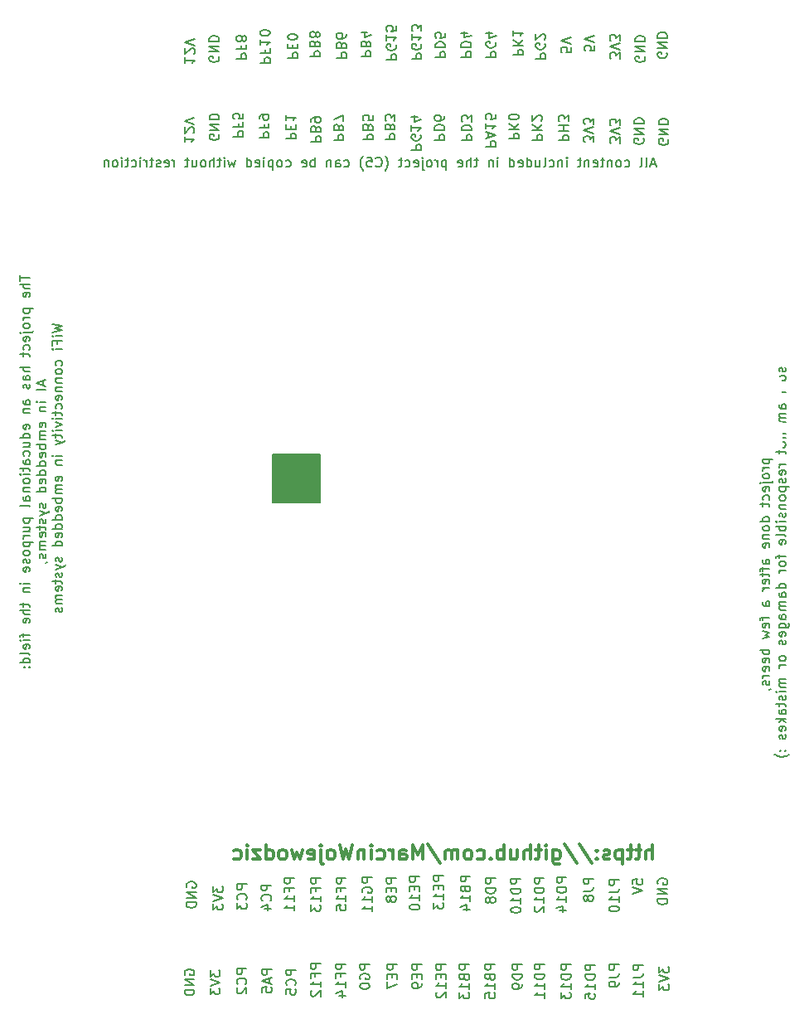
<source format=gbo>
G04 #@! TF.GenerationSoftware,KiCad,Pcbnew,(5.1.12)-1*
G04 #@! TF.CreationDate,2024-11-01T21:02:56+01:00*
G04 #@! TF.ProjectId,C5W1B1V1.0,43355731-4231-4563-912e-302e6b696361,rev?*
G04 #@! TF.SameCoordinates,Original*
G04 #@! TF.FileFunction,Legend,Bot*
G04 #@! TF.FilePolarity,Positive*
%FSLAX46Y46*%
G04 Gerber Fmt 4.6, Leading zero omitted, Abs format (unit mm)*
G04 Created by KiCad (PCBNEW (5.1.12)-1) date 2024-11-01 21:02:56*
%MOMM*%
%LPD*%
G01*
G04 APERTURE LIST*
%ADD10C,0.150000*%
%ADD11C,0.300000*%
%ADD12C,0.160000*%
%ADD13C,0.100000*%
%ADD14C,3.000000*%
%ADD15R,3.000000X3.000000*%
%ADD16O,1.700000X1.700000*%
%ADD17R,1.700000X1.700000*%
%ADD18C,0.650000*%
%ADD19O,2.304000X1.204000*%
G04 APERTURE END LIST*
D10*
X49272380Y-65754761D02*
X49272380Y-66326190D01*
X50272380Y-66040476D02*
X49272380Y-66040476D01*
X50272380Y-66659523D02*
X49272380Y-66659523D01*
X50272380Y-67088095D02*
X49748571Y-67088095D01*
X49653333Y-67040476D01*
X49605714Y-66945238D01*
X49605714Y-66802380D01*
X49653333Y-66707142D01*
X49700952Y-66659523D01*
X50224761Y-67945238D02*
X50272380Y-67850000D01*
X50272380Y-67659523D01*
X50224761Y-67564285D01*
X50129523Y-67516666D01*
X49748571Y-67516666D01*
X49653333Y-67564285D01*
X49605714Y-67659523D01*
X49605714Y-67850000D01*
X49653333Y-67945238D01*
X49748571Y-67992857D01*
X49843809Y-67992857D01*
X49939047Y-67516666D01*
X49605714Y-69183333D02*
X50605714Y-69183333D01*
X49653333Y-69183333D02*
X49605714Y-69278571D01*
X49605714Y-69469047D01*
X49653333Y-69564285D01*
X49700952Y-69611904D01*
X49796190Y-69659523D01*
X50081904Y-69659523D01*
X50177142Y-69611904D01*
X50224761Y-69564285D01*
X50272380Y-69469047D01*
X50272380Y-69278571D01*
X50224761Y-69183333D01*
X50272380Y-70088095D02*
X49605714Y-70088095D01*
X49796190Y-70088095D02*
X49700952Y-70135714D01*
X49653333Y-70183333D01*
X49605714Y-70278571D01*
X49605714Y-70373809D01*
X50272380Y-70850000D02*
X50224761Y-70754761D01*
X50177142Y-70707142D01*
X50081904Y-70659523D01*
X49796190Y-70659523D01*
X49700952Y-70707142D01*
X49653333Y-70754761D01*
X49605714Y-70850000D01*
X49605714Y-70992857D01*
X49653333Y-71088095D01*
X49700952Y-71135714D01*
X49796190Y-71183333D01*
X50081904Y-71183333D01*
X50177142Y-71135714D01*
X50224761Y-71088095D01*
X50272380Y-70992857D01*
X50272380Y-70850000D01*
X49605714Y-71611904D02*
X50462857Y-71611904D01*
X50558095Y-71564285D01*
X50605714Y-71469047D01*
X50605714Y-71421428D01*
X49272380Y-71611904D02*
X49320000Y-71564285D01*
X49367619Y-71611904D01*
X49320000Y-71659523D01*
X49272380Y-71611904D01*
X49367619Y-71611904D01*
X50224761Y-72469047D02*
X50272380Y-72373809D01*
X50272380Y-72183333D01*
X50224761Y-72088095D01*
X50129523Y-72040476D01*
X49748571Y-72040476D01*
X49653333Y-72088095D01*
X49605714Y-72183333D01*
X49605714Y-72373809D01*
X49653333Y-72469047D01*
X49748571Y-72516666D01*
X49843809Y-72516666D01*
X49939047Y-72040476D01*
X50224761Y-73373809D02*
X50272380Y-73278571D01*
X50272380Y-73088095D01*
X50224761Y-72992857D01*
X50177142Y-72945238D01*
X50081904Y-72897619D01*
X49796190Y-72897619D01*
X49700952Y-72945238D01*
X49653333Y-72992857D01*
X49605714Y-73088095D01*
X49605714Y-73278571D01*
X49653333Y-73373809D01*
X49605714Y-73659523D02*
X49605714Y-74040476D01*
X49272380Y-73802380D02*
X50129523Y-73802380D01*
X50224761Y-73850000D01*
X50272380Y-73945238D01*
X50272380Y-74040476D01*
X50272380Y-75135714D02*
X49272380Y-75135714D01*
X50272380Y-75564285D02*
X49748571Y-75564285D01*
X49653333Y-75516666D01*
X49605714Y-75421428D01*
X49605714Y-75278571D01*
X49653333Y-75183333D01*
X49700952Y-75135714D01*
X50272380Y-76469047D02*
X49748571Y-76469047D01*
X49653333Y-76421428D01*
X49605714Y-76326190D01*
X49605714Y-76135714D01*
X49653333Y-76040476D01*
X50224761Y-76469047D02*
X50272380Y-76373809D01*
X50272380Y-76135714D01*
X50224761Y-76040476D01*
X50129523Y-75992857D01*
X50034285Y-75992857D01*
X49939047Y-76040476D01*
X49891428Y-76135714D01*
X49891428Y-76373809D01*
X49843809Y-76469047D01*
X50224761Y-76897619D02*
X50272380Y-76992857D01*
X50272380Y-77183333D01*
X50224761Y-77278571D01*
X50129523Y-77326190D01*
X50081904Y-77326190D01*
X49986666Y-77278571D01*
X49939047Y-77183333D01*
X49939047Y-77040476D01*
X49891428Y-76945238D01*
X49796190Y-76897619D01*
X49748571Y-76897619D01*
X49653333Y-76945238D01*
X49605714Y-77040476D01*
X49605714Y-77183333D01*
X49653333Y-77278571D01*
X50272380Y-78945238D02*
X49748571Y-78945238D01*
X49653333Y-78897619D01*
X49605714Y-78802380D01*
X49605714Y-78611904D01*
X49653333Y-78516666D01*
X50224761Y-78945238D02*
X50272380Y-78850000D01*
X50272380Y-78611904D01*
X50224761Y-78516666D01*
X50129523Y-78469047D01*
X50034285Y-78469047D01*
X49939047Y-78516666D01*
X49891428Y-78611904D01*
X49891428Y-78850000D01*
X49843809Y-78945238D01*
X49605714Y-79421428D02*
X50272380Y-79421428D01*
X49700952Y-79421428D02*
X49653333Y-79469047D01*
X49605714Y-79564285D01*
X49605714Y-79707142D01*
X49653333Y-79802380D01*
X49748571Y-79850000D01*
X50272380Y-79850000D01*
X50224761Y-81469047D02*
X50272380Y-81373809D01*
X50272380Y-81183333D01*
X50224761Y-81088095D01*
X50129523Y-81040476D01*
X49748571Y-81040476D01*
X49653333Y-81088095D01*
X49605714Y-81183333D01*
X49605714Y-81373809D01*
X49653333Y-81469047D01*
X49748571Y-81516666D01*
X49843809Y-81516666D01*
X49939047Y-81040476D01*
X50272380Y-82373809D02*
X49272380Y-82373809D01*
X50224761Y-82373809D02*
X50272380Y-82278571D01*
X50272380Y-82088095D01*
X50224761Y-81992857D01*
X50177142Y-81945238D01*
X50081904Y-81897619D01*
X49796190Y-81897619D01*
X49700952Y-81945238D01*
X49653333Y-81992857D01*
X49605714Y-82088095D01*
X49605714Y-82278571D01*
X49653333Y-82373809D01*
X49605714Y-83278571D02*
X50272380Y-83278571D01*
X49605714Y-82850000D02*
X50129523Y-82850000D01*
X50224761Y-82897619D01*
X50272380Y-82992857D01*
X50272380Y-83135714D01*
X50224761Y-83230952D01*
X50177142Y-83278571D01*
X50224761Y-84183333D02*
X50272380Y-84088095D01*
X50272380Y-83897619D01*
X50224761Y-83802380D01*
X50177142Y-83754761D01*
X50081904Y-83707142D01*
X49796190Y-83707142D01*
X49700952Y-83754761D01*
X49653333Y-83802380D01*
X49605714Y-83897619D01*
X49605714Y-84088095D01*
X49653333Y-84183333D01*
X50272380Y-85040476D02*
X49748571Y-85040476D01*
X49653333Y-84992857D01*
X49605714Y-84897619D01*
X49605714Y-84707142D01*
X49653333Y-84611904D01*
X50224761Y-85040476D02*
X50272380Y-84945238D01*
X50272380Y-84707142D01*
X50224761Y-84611904D01*
X50129523Y-84564285D01*
X50034285Y-84564285D01*
X49939047Y-84611904D01*
X49891428Y-84707142D01*
X49891428Y-84945238D01*
X49843809Y-85040476D01*
X49605714Y-85373809D02*
X49605714Y-85754761D01*
X49272380Y-85516666D02*
X50129523Y-85516666D01*
X50224761Y-85564285D01*
X50272380Y-85659523D01*
X50272380Y-85754761D01*
X50272380Y-86088095D02*
X49605714Y-86088095D01*
X49272380Y-86088095D02*
X49320000Y-86040476D01*
X49367619Y-86088095D01*
X49320000Y-86135714D01*
X49272380Y-86088095D01*
X49367619Y-86088095D01*
X50272380Y-86707142D02*
X50224761Y-86611904D01*
X50177142Y-86564285D01*
X50081904Y-86516666D01*
X49796190Y-86516666D01*
X49700952Y-86564285D01*
X49653333Y-86611904D01*
X49605714Y-86707142D01*
X49605714Y-86849999D01*
X49653333Y-86945238D01*
X49700952Y-86992857D01*
X49796190Y-87040476D01*
X50081904Y-87040476D01*
X50177142Y-86992857D01*
X50224761Y-86945238D01*
X50272380Y-86849999D01*
X50272380Y-86707142D01*
X49605714Y-87469047D02*
X50272380Y-87469047D01*
X49700952Y-87469047D02*
X49653333Y-87516666D01*
X49605714Y-87611904D01*
X49605714Y-87754761D01*
X49653333Y-87849999D01*
X49748571Y-87897619D01*
X50272380Y-87897619D01*
X50272380Y-88802380D02*
X49748571Y-88802380D01*
X49653333Y-88754761D01*
X49605714Y-88659523D01*
X49605714Y-88469047D01*
X49653333Y-88373809D01*
X50224761Y-88802380D02*
X50272380Y-88707142D01*
X50272380Y-88469047D01*
X50224761Y-88373809D01*
X50129523Y-88326190D01*
X50034285Y-88326190D01*
X49939047Y-88373809D01*
X49891428Y-88469047D01*
X49891428Y-88707142D01*
X49843809Y-88802380D01*
X50272380Y-89421428D02*
X50224761Y-89326190D01*
X50129523Y-89278571D01*
X49272380Y-89278571D01*
X49605714Y-90564285D02*
X50605714Y-90564285D01*
X49653333Y-90564285D02*
X49605714Y-90659523D01*
X49605714Y-90849999D01*
X49653333Y-90945238D01*
X49700952Y-90992857D01*
X49796190Y-91040476D01*
X50081904Y-91040476D01*
X50177142Y-90992857D01*
X50224761Y-90945238D01*
X50272380Y-90849999D01*
X50272380Y-90659523D01*
X50224761Y-90564285D01*
X49605714Y-91897619D02*
X50272380Y-91897619D01*
X49605714Y-91469047D02*
X50129523Y-91469047D01*
X50224761Y-91516666D01*
X50272380Y-91611904D01*
X50272380Y-91754761D01*
X50224761Y-91849999D01*
X50177142Y-91897619D01*
X50272380Y-92373809D02*
X49605714Y-92373809D01*
X49796190Y-92373809D02*
X49700952Y-92421428D01*
X49653333Y-92469047D01*
X49605714Y-92564285D01*
X49605714Y-92659523D01*
X49605714Y-92992857D02*
X50605714Y-92992857D01*
X49653333Y-92992857D02*
X49605714Y-93088095D01*
X49605714Y-93278571D01*
X49653333Y-93373809D01*
X49700952Y-93421428D01*
X49796190Y-93469047D01*
X50081904Y-93469047D01*
X50177142Y-93421428D01*
X50224761Y-93373809D01*
X50272380Y-93278571D01*
X50272380Y-93088095D01*
X50224761Y-92992857D01*
X50272380Y-94040476D02*
X50224761Y-93945238D01*
X50177142Y-93897619D01*
X50081904Y-93849999D01*
X49796190Y-93849999D01*
X49700952Y-93897619D01*
X49653333Y-93945238D01*
X49605714Y-94040476D01*
X49605714Y-94183333D01*
X49653333Y-94278571D01*
X49700952Y-94326190D01*
X49796190Y-94373809D01*
X50081904Y-94373809D01*
X50177142Y-94326190D01*
X50224761Y-94278571D01*
X50272380Y-94183333D01*
X50272380Y-94040476D01*
X50224761Y-94754761D02*
X50272380Y-94849999D01*
X50272380Y-95040476D01*
X50224761Y-95135714D01*
X50129523Y-95183333D01*
X50081904Y-95183333D01*
X49986666Y-95135714D01*
X49939047Y-95040476D01*
X49939047Y-94897619D01*
X49891428Y-94802380D01*
X49796190Y-94754761D01*
X49748571Y-94754761D01*
X49653333Y-94802380D01*
X49605714Y-94897619D01*
X49605714Y-95040476D01*
X49653333Y-95135714D01*
X50224761Y-95992857D02*
X50272380Y-95897619D01*
X50272380Y-95707142D01*
X50224761Y-95611904D01*
X50129523Y-95564285D01*
X49748571Y-95564285D01*
X49653333Y-95611904D01*
X49605714Y-95707142D01*
X49605714Y-95897619D01*
X49653333Y-95992857D01*
X49748571Y-96040476D01*
X49843809Y-96040476D01*
X49939047Y-95564285D01*
X50272380Y-97230952D02*
X49605714Y-97230952D01*
X49272380Y-97230952D02*
X49320000Y-97183333D01*
X49367619Y-97230952D01*
X49320000Y-97278571D01*
X49272380Y-97230952D01*
X49367619Y-97230952D01*
X49605714Y-97707142D02*
X50272380Y-97707142D01*
X49700952Y-97707142D02*
X49653333Y-97754761D01*
X49605714Y-97849999D01*
X49605714Y-97992857D01*
X49653333Y-98088095D01*
X49748571Y-98135714D01*
X50272380Y-98135714D01*
X49605714Y-99230952D02*
X49605714Y-99611904D01*
X49272380Y-99373809D02*
X50129523Y-99373809D01*
X50224761Y-99421428D01*
X50272380Y-99516666D01*
X50272380Y-99611904D01*
X50272380Y-99945238D02*
X49272380Y-99945238D01*
X50272380Y-100373809D02*
X49748571Y-100373809D01*
X49653333Y-100326190D01*
X49605714Y-100230952D01*
X49605714Y-100088095D01*
X49653333Y-99992857D01*
X49700952Y-99945238D01*
X50224761Y-101230952D02*
X50272380Y-101135714D01*
X50272380Y-100945238D01*
X50224761Y-100849999D01*
X50129523Y-100802380D01*
X49748571Y-100802380D01*
X49653333Y-100849999D01*
X49605714Y-100945238D01*
X49605714Y-101135714D01*
X49653333Y-101230952D01*
X49748571Y-101278571D01*
X49843809Y-101278571D01*
X49939047Y-100802380D01*
X49605714Y-102326190D02*
X49605714Y-102707142D01*
X50272380Y-102469047D02*
X49415238Y-102469047D01*
X49320000Y-102516666D01*
X49272380Y-102611904D01*
X49272380Y-102707142D01*
X50272380Y-103040476D02*
X49605714Y-103040476D01*
X49272380Y-103040476D02*
X49320000Y-102992857D01*
X49367619Y-103040476D01*
X49320000Y-103088095D01*
X49272380Y-103040476D01*
X49367619Y-103040476D01*
X50224761Y-103897619D02*
X50272380Y-103802380D01*
X50272380Y-103611904D01*
X50224761Y-103516666D01*
X50129523Y-103469047D01*
X49748571Y-103469047D01*
X49653333Y-103516666D01*
X49605714Y-103611904D01*
X49605714Y-103802380D01*
X49653333Y-103897619D01*
X49748571Y-103945238D01*
X49843809Y-103945238D01*
X49939047Y-103469047D01*
X50272380Y-104516666D02*
X50224761Y-104421428D01*
X50129523Y-104373809D01*
X49272380Y-104373809D01*
X50272380Y-105326190D02*
X49272380Y-105326190D01*
X50224761Y-105326190D02*
X50272380Y-105230952D01*
X50272380Y-105040476D01*
X50224761Y-104945238D01*
X50177142Y-104897619D01*
X50081904Y-104849999D01*
X49796190Y-104849999D01*
X49700952Y-104897619D01*
X49653333Y-104945238D01*
X49605714Y-105040476D01*
X49605714Y-105230952D01*
X49653333Y-105326190D01*
X50177142Y-105802380D02*
X50224761Y-105849999D01*
X50272380Y-105802380D01*
X50224761Y-105754761D01*
X50177142Y-105802380D01*
X50272380Y-105802380D01*
X49653333Y-105802380D02*
X49700952Y-105849999D01*
X49748571Y-105802380D01*
X49700952Y-105754761D01*
X49653333Y-105802380D01*
X49748571Y-105802380D01*
X51636666Y-76564285D02*
X51636666Y-77040476D01*
X51922380Y-76469047D02*
X50922380Y-76802380D01*
X51922380Y-77135714D01*
X51922380Y-77469047D02*
X50922380Y-77469047D01*
X51922380Y-78707142D02*
X51255714Y-78707142D01*
X50922380Y-78707142D02*
X50970000Y-78659523D01*
X51017619Y-78707142D01*
X50970000Y-78754761D01*
X50922380Y-78707142D01*
X51017619Y-78707142D01*
X51255714Y-79183333D02*
X51922380Y-79183333D01*
X51350952Y-79183333D02*
X51303333Y-79230952D01*
X51255714Y-79326190D01*
X51255714Y-79469047D01*
X51303333Y-79564285D01*
X51398571Y-79611904D01*
X51922380Y-79611904D01*
X51874761Y-81230952D02*
X51922380Y-81135714D01*
X51922380Y-80945238D01*
X51874761Y-80850000D01*
X51779523Y-80802380D01*
X51398571Y-80802380D01*
X51303333Y-80850000D01*
X51255714Y-80945238D01*
X51255714Y-81135714D01*
X51303333Y-81230952D01*
X51398571Y-81278571D01*
X51493809Y-81278571D01*
X51589047Y-80802380D01*
X51922380Y-81707142D02*
X51255714Y-81707142D01*
X51350952Y-81707142D02*
X51303333Y-81754761D01*
X51255714Y-81850000D01*
X51255714Y-81992857D01*
X51303333Y-82088095D01*
X51398571Y-82135714D01*
X51922380Y-82135714D01*
X51398571Y-82135714D02*
X51303333Y-82183333D01*
X51255714Y-82278571D01*
X51255714Y-82421428D01*
X51303333Y-82516666D01*
X51398571Y-82564285D01*
X51922380Y-82564285D01*
X51922380Y-83040476D02*
X50922380Y-83040476D01*
X51303333Y-83040476D02*
X51255714Y-83135714D01*
X51255714Y-83326190D01*
X51303333Y-83421428D01*
X51350952Y-83469047D01*
X51446190Y-83516666D01*
X51731904Y-83516666D01*
X51827142Y-83469047D01*
X51874761Y-83421428D01*
X51922380Y-83326190D01*
X51922380Y-83135714D01*
X51874761Y-83040476D01*
X51874761Y-84326190D02*
X51922380Y-84230952D01*
X51922380Y-84040476D01*
X51874761Y-83945238D01*
X51779523Y-83897619D01*
X51398571Y-83897619D01*
X51303333Y-83945238D01*
X51255714Y-84040476D01*
X51255714Y-84230952D01*
X51303333Y-84326190D01*
X51398571Y-84373809D01*
X51493809Y-84373809D01*
X51589047Y-83897619D01*
X51922380Y-85230952D02*
X50922380Y-85230952D01*
X51874761Y-85230952D02*
X51922380Y-85135714D01*
X51922380Y-84945238D01*
X51874761Y-84850000D01*
X51827142Y-84802380D01*
X51731904Y-84754761D01*
X51446190Y-84754761D01*
X51350952Y-84802380D01*
X51303333Y-84850000D01*
X51255714Y-84945238D01*
X51255714Y-85135714D01*
X51303333Y-85230952D01*
X51922380Y-86135714D02*
X50922380Y-86135714D01*
X51874761Y-86135714D02*
X51922380Y-86040476D01*
X51922380Y-85850000D01*
X51874761Y-85754761D01*
X51827142Y-85707142D01*
X51731904Y-85659523D01*
X51446190Y-85659523D01*
X51350952Y-85707142D01*
X51303333Y-85754761D01*
X51255714Y-85850000D01*
X51255714Y-86040476D01*
X51303333Y-86135714D01*
X51874761Y-86992857D02*
X51922380Y-86897619D01*
X51922380Y-86707142D01*
X51874761Y-86611904D01*
X51779523Y-86564285D01*
X51398571Y-86564285D01*
X51303333Y-86611904D01*
X51255714Y-86707142D01*
X51255714Y-86897619D01*
X51303333Y-86992857D01*
X51398571Y-87040476D01*
X51493809Y-87040476D01*
X51589047Y-86564285D01*
X51922380Y-87897619D02*
X50922380Y-87897619D01*
X51874761Y-87897619D02*
X51922380Y-87802380D01*
X51922380Y-87611904D01*
X51874761Y-87516666D01*
X51827142Y-87469047D01*
X51731904Y-87421428D01*
X51446190Y-87421428D01*
X51350952Y-87469047D01*
X51303333Y-87516666D01*
X51255714Y-87611904D01*
X51255714Y-87802380D01*
X51303333Y-87897619D01*
X51874761Y-89088095D02*
X51922380Y-89183333D01*
X51922380Y-89373809D01*
X51874761Y-89469047D01*
X51779523Y-89516666D01*
X51731904Y-89516666D01*
X51636666Y-89469047D01*
X51589047Y-89373809D01*
X51589047Y-89230952D01*
X51541428Y-89135714D01*
X51446190Y-89088095D01*
X51398571Y-89088095D01*
X51303333Y-89135714D01*
X51255714Y-89230952D01*
X51255714Y-89373809D01*
X51303333Y-89469047D01*
X51255714Y-89850000D02*
X51922380Y-90088095D01*
X51255714Y-90326190D02*
X51922380Y-90088095D01*
X52160476Y-89992857D01*
X52208095Y-89945238D01*
X52255714Y-89850000D01*
X51874761Y-90659523D02*
X51922380Y-90754761D01*
X51922380Y-90945238D01*
X51874761Y-91040476D01*
X51779523Y-91088095D01*
X51731904Y-91088095D01*
X51636666Y-91040476D01*
X51589047Y-90945238D01*
X51589047Y-90802380D01*
X51541428Y-90707142D01*
X51446190Y-90659523D01*
X51398571Y-90659523D01*
X51303333Y-90707142D01*
X51255714Y-90802380D01*
X51255714Y-90945238D01*
X51303333Y-91040476D01*
X51255714Y-91373809D02*
X51255714Y-91754761D01*
X50922380Y-91516666D02*
X51779523Y-91516666D01*
X51874761Y-91564285D01*
X51922380Y-91659523D01*
X51922380Y-91754761D01*
X51874761Y-92469047D02*
X51922380Y-92373809D01*
X51922380Y-92183333D01*
X51874761Y-92088095D01*
X51779523Y-92040476D01*
X51398571Y-92040476D01*
X51303333Y-92088095D01*
X51255714Y-92183333D01*
X51255714Y-92373809D01*
X51303333Y-92469047D01*
X51398571Y-92516666D01*
X51493809Y-92516666D01*
X51589047Y-92040476D01*
X51922380Y-92945238D02*
X51255714Y-92945238D01*
X51350952Y-92945238D02*
X51303333Y-92992857D01*
X51255714Y-93088095D01*
X51255714Y-93230952D01*
X51303333Y-93326190D01*
X51398571Y-93373809D01*
X51922380Y-93373809D01*
X51398571Y-93373809D02*
X51303333Y-93421428D01*
X51255714Y-93516666D01*
X51255714Y-93659523D01*
X51303333Y-93754761D01*
X51398571Y-93802380D01*
X51922380Y-93802380D01*
X51874761Y-94230952D02*
X51922380Y-94326190D01*
X51922380Y-94516666D01*
X51874761Y-94611904D01*
X51779523Y-94659523D01*
X51731904Y-94659523D01*
X51636666Y-94611904D01*
X51589047Y-94516666D01*
X51589047Y-94373809D01*
X51541428Y-94278571D01*
X51446190Y-94230952D01*
X51398571Y-94230952D01*
X51303333Y-94278571D01*
X51255714Y-94373809D01*
X51255714Y-94516666D01*
X51303333Y-94611904D01*
X51874761Y-95135714D02*
X51922380Y-95135714D01*
X52017619Y-95088095D01*
X52065238Y-95040476D01*
X52572380Y-70730952D02*
X53572380Y-70969047D01*
X52858095Y-71159523D01*
X53572380Y-71350000D01*
X52572380Y-71588095D01*
X53572380Y-71969047D02*
X52905714Y-71969047D01*
X52572380Y-71969047D02*
X52620000Y-71921428D01*
X52667619Y-71969047D01*
X52620000Y-72016666D01*
X52572380Y-71969047D01*
X52667619Y-71969047D01*
X53048571Y-72778571D02*
X53048571Y-72445238D01*
X53572380Y-72445238D02*
X52572380Y-72445238D01*
X52572380Y-72921428D01*
X53572380Y-73302380D02*
X52905714Y-73302380D01*
X52572380Y-73302380D02*
X52620000Y-73254761D01*
X52667619Y-73302380D01*
X52620000Y-73350000D01*
X52572380Y-73302380D01*
X52667619Y-73302380D01*
X53524761Y-74969047D02*
X53572380Y-74873809D01*
X53572380Y-74683333D01*
X53524761Y-74588095D01*
X53477142Y-74540476D01*
X53381904Y-74492857D01*
X53096190Y-74492857D01*
X53000952Y-74540476D01*
X52953333Y-74588095D01*
X52905714Y-74683333D01*
X52905714Y-74873809D01*
X52953333Y-74969047D01*
X53572380Y-75540476D02*
X53524761Y-75445238D01*
X53477142Y-75397619D01*
X53381904Y-75350000D01*
X53096190Y-75350000D01*
X53000952Y-75397619D01*
X52953333Y-75445238D01*
X52905714Y-75540476D01*
X52905714Y-75683333D01*
X52953333Y-75778571D01*
X53000952Y-75826190D01*
X53096190Y-75873809D01*
X53381904Y-75873809D01*
X53477142Y-75826190D01*
X53524761Y-75778571D01*
X53572380Y-75683333D01*
X53572380Y-75540476D01*
X52905714Y-76302380D02*
X53572380Y-76302380D01*
X53000952Y-76302380D02*
X52953333Y-76350000D01*
X52905714Y-76445238D01*
X52905714Y-76588095D01*
X52953333Y-76683333D01*
X53048571Y-76730952D01*
X53572380Y-76730952D01*
X52905714Y-77207142D02*
X53572380Y-77207142D01*
X53000952Y-77207142D02*
X52953333Y-77254761D01*
X52905714Y-77350000D01*
X52905714Y-77492857D01*
X52953333Y-77588095D01*
X53048571Y-77635714D01*
X53572380Y-77635714D01*
X53524761Y-78492857D02*
X53572380Y-78397619D01*
X53572380Y-78207142D01*
X53524761Y-78111904D01*
X53429523Y-78064285D01*
X53048571Y-78064285D01*
X52953333Y-78111904D01*
X52905714Y-78207142D01*
X52905714Y-78397619D01*
X52953333Y-78492857D01*
X53048571Y-78540476D01*
X53143809Y-78540476D01*
X53239047Y-78064285D01*
X53524761Y-79397619D02*
X53572380Y-79302380D01*
X53572380Y-79111904D01*
X53524761Y-79016666D01*
X53477142Y-78969047D01*
X53381904Y-78921428D01*
X53096190Y-78921428D01*
X53000952Y-78969047D01*
X52953333Y-79016666D01*
X52905714Y-79111904D01*
X52905714Y-79302380D01*
X52953333Y-79397619D01*
X52905714Y-79683333D02*
X52905714Y-80064285D01*
X52572380Y-79826190D02*
X53429523Y-79826190D01*
X53524761Y-79873809D01*
X53572380Y-79969047D01*
X53572380Y-80064285D01*
X53572380Y-80397619D02*
X52905714Y-80397619D01*
X52572380Y-80397619D02*
X52620000Y-80350000D01*
X52667619Y-80397619D01*
X52620000Y-80445238D01*
X52572380Y-80397619D01*
X52667619Y-80397619D01*
X52905714Y-80778571D02*
X53572380Y-81016666D01*
X52905714Y-81254761D01*
X53572380Y-81635714D02*
X52905714Y-81635714D01*
X52572380Y-81635714D02*
X52620000Y-81588095D01*
X52667619Y-81635714D01*
X52620000Y-81683333D01*
X52572380Y-81635714D01*
X52667619Y-81635714D01*
X52905714Y-81969047D02*
X52905714Y-82350000D01*
X52572380Y-82111904D02*
X53429523Y-82111904D01*
X53524761Y-82159523D01*
X53572380Y-82254761D01*
X53572380Y-82350000D01*
X52905714Y-82588095D02*
X53572380Y-82826190D01*
X52905714Y-83064285D02*
X53572380Y-82826190D01*
X53810476Y-82730952D01*
X53858095Y-82683333D01*
X53905714Y-82588095D01*
X53572380Y-84207142D02*
X52905714Y-84207142D01*
X52572380Y-84207142D02*
X52620000Y-84159523D01*
X52667619Y-84207142D01*
X52620000Y-84254761D01*
X52572380Y-84207142D01*
X52667619Y-84207142D01*
X52905714Y-84683333D02*
X53572380Y-84683333D01*
X53000952Y-84683333D02*
X52953333Y-84730952D01*
X52905714Y-84826190D01*
X52905714Y-84969047D01*
X52953333Y-85064285D01*
X53048571Y-85111904D01*
X53572380Y-85111904D01*
X53524761Y-86730952D02*
X53572380Y-86635714D01*
X53572380Y-86445238D01*
X53524761Y-86350000D01*
X53429523Y-86302380D01*
X53048571Y-86302380D01*
X52953333Y-86350000D01*
X52905714Y-86445238D01*
X52905714Y-86635714D01*
X52953333Y-86730952D01*
X53048571Y-86778571D01*
X53143809Y-86778571D01*
X53239047Y-86302380D01*
X53572380Y-87207142D02*
X52905714Y-87207142D01*
X53000952Y-87207142D02*
X52953333Y-87254761D01*
X52905714Y-87350000D01*
X52905714Y-87492857D01*
X52953333Y-87588095D01*
X53048571Y-87635714D01*
X53572380Y-87635714D01*
X53048571Y-87635714D02*
X52953333Y-87683333D01*
X52905714Y-87778571D01*
X52905714Y-87921428D01*
X52953333Y-88016666D01*
X53048571Y-88064285D01*
X53572380Y-88064285D01*
X53572380Y-88540476D02*
X52572380Y-88540476D01*
X52953333Y-88540476D02*
X52905714Y-88635714D01*
X52905714Y-88826190D01*
X52953333Y-88921428D01*
X53000952Y-88969047D01*
X53096190Y-89016666D01*
X53381904Y-89016666D01*
X53477142Y-88969047D01*
X53524761Y-88921428D01*
X53572380Y-88826190D01*
X53572380Y-88635714D01*
X53524761Y-88540476D01*
X53524761Y-89826190D02*
X53572380Y-89730952D01*
X53572380Y-89540476D01*
X53524761Y-89445238D01*
X53429523Y-89397619D01*
X53048571Y-89397619D01*
X52953333Y-89445238D01*
X52905714Y-89540476D01*
X52905714Y-89730952D01*
X52953333Y-89826190D01*
X53048571Y-89873809D01*
X53143809Y-89873809D01*
X53239047Y-89397619D01*
X53572380Y-90730952D02*
X52572380Y-90730952D01*
X53524761Y-90730952D02*
X53572380Y-90635714D01*
X53572380Y-90445238D01*
X53524761Y-90350000D01*
X53477142Y-90302380D01*
X53381904Y-90254761D01*
X53096190Y-90254761D01*
X53000952Y-90302380D01*
X52953333Y-90350000D01*
X52905714Y-90445238D01*
X52905714Y-90635714D01*
X52953333Y-90730952D01*
X53572380Y-91635714D02*
X52572380Y-91635714D01*
X53524761Y-91635714D02*
X53572380Y-91540476D01*
X53572380Y-91350000D01*
X53524761Y-91254761D01*
X53477142Y-91207142D01*
X53381904Y-91159523D01*
X53096190Y-91159523D01*
X53000952Y-91207142D01*
X52953333Y-91254761D01*
X52905714Y-91350000D01*
X52905714Y-91540476D01*
X52953333Y-91635714D01*
X53524761Y-92492857D02*
X53572380Y-92397619D01*
X53572380Y-92207142D01*
X53524761Y-92111904D01*
X53429523Y-92064285D01*
X53048571Y-92064285D01*
X52953333Y-92111904D01*
X52905714Y-92207142D01*
X52905714Y-92397619D01*
X52953333Y-92492857D01*
X53048571Y-92540476D01*
X53143809Y-92540476D01*
X53239047Y-92064285D01*
X53572380Y-93397619D02*
X52572380Y-93397619D01*
X53524761Y-93397619D02*
X53572380Y-93302380D01*
X53572380Y-93111904D01*
X53524761Y-93016666D01*
X53477142Y-92969047D01*
X53381904Y-92921428D01*
X53096190Y-92921428D01*
X53000952Y-92969047D01*
X52953333Y-93016666D01*
X52905714Y-93111904D01*
X52905714Y-93302380D01*
X52953333Y-93397619D01*
X53524761Y-94588095D02*
X53572380Y-94683333D01*
X53572380Y-94873809D01*
X53524761Y-94969047D01*
X53429523Y-95016666D01*
X53381904Y-95016666D01*
X53286666Y-94969047D01*
X53239047Y-94873809D01*
X53239047Y-94730952D01*
X53191428Y-94635714D01*
X53096190Y-94588095D01*
X53048571Y-94588095D01*
X52953333Y-94635714D01*
X52905714Y-94730952D01*
X52905714Y-94873809D01*
X52953333Y-94969047D01*
X52905714Y-95350000D02*
X53572380Y-95588095D01*
X52905714Y-95826190D02*
X53572380Y-95588095D01*
X53810476Y-95492857D01*
X53858095Y-95445238D01*
X53905714Y-95350000D01*
X53524761Y-96159523D02*
X53572380Y-96254761D01*
X53572380Y-96445238D01*
X53524761Y-96540476D01*
X53429523Y-96588095D01*
X53381904Y-96588095D01*
X53286666Y-96540476D01*
X53239047Y-96445238D01*
X53239047Y-96302380D01*
X53191428Y-96207142D01*
X53096190Y-96159523D01*
X53048571Y-96159523D01*
X52953333Y-96207142D01*
X52905714Y-96302380D01*
X52905714Y-96445238D01*
X52953333Y-96540476D01*
X52905714Y-96873809D02*
X52905714Y-97254761D01*
X52572380Y-97016666D02*
X53429523Y-97016666D01*
X53524761Y-97064285D01*
X53572380Y-97159523D01*
X53572380Y-97254761D01*
X53524761Y-97969047D02*
X53572380Y-97873809D01*
X53572380Y-97683333D01*
X53524761Y-97588095D01*
X53429523Y-97540476D01*
X53048571Y-97540476D01*
X52953333Y-97588095D01*
X52905714Y-97683333D01*
X52905714Y-97873809D01*
X52953333Y-97969047D01*
X53048571Y-98016666D01*
X53143809Y-98016666D01*
X53239047Y-97540476D01*
X53572380Y-98445238D02*
X52905714Y-98445238D01*
X53000952Y-98445238D02*
X52953333Y-98492857D01*
X52905714Y-98588095D01*
X52905714Y-98730952D01*
X52953333Y-98826190D01*
X53048571Y-98873809D01*
X53572380Y-98873809D01*
X53048571Y-98873809D02*
X52953333Y-98921428D01*
X52905714Y-99016666D01*
X52905714Y-99159523D01*
X52953333Y-99254761D01*
X53048571Y-99302380D01*
X53572380Y-99302380D01*
X53524761Y-99730952D02*
X53572380Y-99826190D01*
X53572380Y-100016666D01*
X53524761Y-100111904D01*
X53429523Y-100159523D01*
X53381904Y-100159523D01*
X53286666Y-100111904D01*
X53239047Y-100016666D01*
X53239047Y-99873809D01*
X53191428Y-99778571D01*
X53096190Y-99730952D01*
X53048571Y-99730952D01*
X52953333Y-99778571D01*
X52905714Y-99873809D01*
X52905714Y-100016666D01*
X52953333Y-100111904D01*
X125541666Y-82860952D02*
X125541666Y-83337142D01*
X125827380Y-82765714D02*
X124827380Y-83099047D01*
X125827380Y-83432380D01*
X125160714Y-84527619D02*
X126160714Y-84527619D01*
X125208333Y-84527619D02*
X125160714Y-84622857D01*
X125160714Y-84813333D01*
X125208333Y-84908571D01*
X125255952Y-84956190D01*
X125351190Y-85003809D01*
X125636904Y-85003809D01*
X125732142Y-84956190D01*
X125779761Y-84908571D01*
X125827380Y-84813333D01*
X125827380Y-84622857D01*
X125779761Y-84527619D01*
X125827380Y-85432380D02*
X125160714Y-85432380D01*
X125351190Y-85432380D02*
X125255952Y-85480000D01*
X125208333Y-85527619D01*
X125160714Y-85622857D01*
X125160714Y-85718095D01*
X125827380Y-86194285D02*
X125779761Y-86099047D01*
X125732142Y-86051428D01*
X125636904Y-86003809D01*
X125351190Y-86003809D01*
X125255952Y-86051428D01*
X125208333Y-86099047D01*
X125160714Y-86194285D01*
X125160714Y-86337142D01*
X125208333Y-86432380D01*
X125255952Y-86480000D01*
X125351190Y-86527619D01*
X125636904Y-86527619D01*
X125732142Y-86480000D01*
X125779761Y-86432380D01*
X125827380Y-86337142D01*
X125827380Y-86194285D01*
X125160714Y-86956190D02*
X126017857Y-86956190D01*
X126113095Y-86908571D01*
X126160714Y-86813333D01*
X126160714Y-86765714D01*
X124827380Y-86956190D02*
X124875000Y-86908571D01*
X124922619Y-86956190D01*
X124875000Y-87003809D01*
X124827380Y-86956190D01*
X124922619Y-86956190D01*
X125779761Y-87813333D02*
X125827380Y-87718095D01*
X125827380Y-87527619D01*
X125779761Y-87432380D01*
X125684523Y-87384761D01*
X125303571Y-87384761D01*
X125208333Y-87432380D01*
X125160714Y-87527619D01*
X125160714Y-87718095D01*
X125208333Y-87813333D01*
X125303571Y-87860952D01*
X125398809Y-87860952D01*
X125494047Y-87384761D01*
X125779761Y-88718095D02*
X125827380Y-88622857D01*
X125827380Y-88432380D01*
X125779761Y-88337142D01*
X125732142Y-88289523D01*
X125636904Y-88241904D01*
X125351190Y-88241904D01*
X125255952Y-88289523D01*
X125208333Y-88337142D01*
X125160714Y-88432380D01*
X125160714Y-88622857D01*
X125208333Y-88718095D01*
X125160714Y-89003809D02*
X125160714Y-89384761D01*
X124827380Y-89146666D02*
X125684523Y-89146666D01*
X125779761Y-89194285D01*
X125827380Y-89289523D01*
X125827380Y-89384761D01*
X125827380Y-90908571D02*
X124827380Y-90908571D01*
X125779761Y-90908571D02*
X125827380Y-90813333D01*
X125827380Y-90622857D01*
X125779761Y-90527619D01*
X125732142Y-90480000D01*
X125636904Y-90432380D01*
X125351190Y-90432380D01*
X125255952Y-90480000D01*
X125208333Y-90527619D01*
X125160714Y-90622857D01*
X125160714Y-90813333D01*
X125208333Y-90908571D01*
X125827380Y-91527619D02*
X125779761Y-91432380D01*
X125732142Y-91384761D01*
X125636904Y-91337142D01*
X125351190Y-91337142D01*
X125255952Y-91384761D01*
X125208333Y-91432380D01*
X125160714Y-91527619D01*
X125160714Y-91670476D01*
X125208333Y-91765714D01*
X125255952Y-91813333D01*
X125351190Y-91860952D01*
X125636904Y-91860952D01*
X125732142Y-91813333D01*
X125779761Y-91765714D01*
X125827380Y-91670476D01*
X125827380Y-91527619D01*
X125160714Y-92289523D02*
X125827380Y-92289523D01*
X125255952Y-92289523D02*
X125208333Y-92337142D01*
X125160714Y-92432380D01*
X125160714Y-92575238D01*
X125208333Y-92670476D01*
X125303571Y-92718095D01*
X125827380Y-92718095D01*
X125779761Y-93575238D02*
X125827380Y-93479999D01*
X125827380Y-93289523D01*
X125779761Y-93194285D01*
X125684523Y-93146666D01*
X125303571Y-93146666D01*
X125208333Y-93194285D01*
X125160714Y-93289523D01*
X125160714Y-93479999D01*
X125208333Y-93575238D01*
X125303571Y-93622857D01*
X125398809Y-93622857D01*
X125494047Y-93146666D01*
X125827380Y-95241904D02*
X125303571Y-95241904D01*
X125208333Y-95194285D01*
X125160714Y-95099047D01*
X125160714Y-94908571D01*
X125208333Y-94813333D01*
X125779761Y-95241904D02*
X125827380Y-95146666D01*
X125827380Y-94908571D01*
X125779761Y-94813333D01*
X125684523Y-94765714D01*
X125589285Y-94765714D01*
X125494047Y-94813333D01*
X125446428Y-94908571D01*
X125446428Y-95146666D01*
X125398809Y-95241904D01*
X125160714Y-95575238D02*
X125160714Y-95956190D01*
X125827380Y-95718095D02*
X124970238Y-95718095D01*
X124875000Y-95765714D01*
X124827380Y-95860952D01*
X124827380Y-95956190D01*
X125160714Y-96146666D02*
X125160714Y-96527619D01*
X124827380Y-96289523D02*
X125684523Y-96289523D01*
X125779761Y-96337142D01*
X125827380Y-96432380D01*
X125827380Y-96527619D01*
X125779761Y-97241904D02*
X125827380Y-97146666D01*
X125827380Y-96956190D01*
X125779761Y-96860952D01*
X125684523Y-96813333D01*
X125303571Y-96813333D01*
X125208333Y-96860952D01*
X125160714Y-96956190D01*
X125160714Y-97146666D01*
X125208333Y-97241904D01*
X125303571Y-97289523D01*
X125398809Y-97289523D01*
X125494047Y-96813333D01*
X125827380Y-97718095D02*
X125160714Y-97718095D01*
X125351190Y-97718095D02*
X125255952Y-97765714D01*
X125208333Y-97813333D01*
X125160714Y-97908571D01*
X125160714Y-98003809D01*
X125827380Y-99527619D02*
X125303571Y-99527619D01*
X125208333Y-99479999D01*
X125160714Y-99384761D01*
X125160714Y-99194285D01*
X125208333Y-99099047D01*
X125779761Y-99527619D02*
X125827380Y-99432380D01*
X125827380Y-99194285D01*
X125779761Y-99099047D01*
X125684523Y-99051428D01*
X125589285Y-99051428D01*
X125494047Y-99099047D01*
X125446428Y-99194285D01*
X125446428Y-99432380D01*
X125398809Y-99527619D01*
X125160714Y-100622857D02*
X125160714Y-101003809D01*
X125827380Y-100765714D02*
X124970238Y-100765714D01*
X124875000Y-100813333D01*
X124827380Y-100908571D01*
X124827380Y-101003809D01*
X125779761Y-101718095D02*
X125827380Y-101622857D01*
X125827380Y-101432380D01*
X125779761Y-101337142D01*
X125684523Y-101289523D01*
X125303571Y-101289523D01*
X125208333Y-101337142D01*
X125160714Y-101432380D01*
X125160714Y-101622857D01*
X125208333Y-101718095D01*
X125303571Y-101765714D01*
X125398809Y-101765714D01*
X125494047Y-101289523D01*
X125160714Y-102099047D02*
X125827380Y-102289523D01*
X125351190Y-102479999D01*
X125827380Y-102670476D01*
X125160714Y-102860952D01*
X125827380Y-104003809D02*
X124827380Y-104003809D01*
X125208333Y-104003809D02*
X125160714Y-104099047D01*
X125160714Y-104289523D01*
X125208333Y-104384761D01*
X125255952Y-104432380D01*
X125351190Y-104479999D01*
X125636904Y-104479999D01*
X125732142Y-104432380D01*
X125779761Y-104384761D01*
X125827380Y-104289523D01*
X125827380Y-104099047D01*
X125779761Y-104003809D01*
X125779761Y-105289523D02*
X125827380Y-105194285D01*
X125827380Y-105003809D01*
X125779761Y-104908571D01*
X125684523Y-104860952D01*
X125303571Y-104860952D01*
X125208333Y-104908571D01*
X125160714Y-105003809D01*
X125160714Y-105194285D01*
X125208333Y-105289523D01*
X125303571Y-105337142D01*
X125398809Y-105337142D01*
X125494047Y-104860952D01*
X125779761Y-106146666D02*
X125827380Y-106051428D01*
X125827380Y-105860952D01*
X125779761Y-105765714D01*
X125684523Y-105718095D01*
X125303571Y-105718095D01*
X125208333Y-105765714D01*
X125160714Y-105860952D01*
X125160714Y-106051428D01*
X125208333Y-106146666D01*
X125303571Y-106194285D01*
X125398809Y-106194285D01*
X125494047Y-105718095D01*
X125827380Y-106622857D02*
X125160714Y-106622857D01*
X125351190Y-106622857D02*
X125255952Y-106670476D01*
X125208333Y-106718095D01*
X125160714Y-106813333D01*
X125160714Y-106908571D01*
X125779761Y-107194285D02*
X125827380Y-107289523D01*
X125827380Y-107479999D01*
X125779761Y-107575238D01*
X125684523Y-107622857D01*
X125636904Y-107622857D01*
X125541666Y-107575238D01*
X125494047Y-107479999D01*
X125494047Y-107337142D01*
X125446428Y-107241904D01*
X125351190Y-107194285D01*
X125303571Y-107194285D01*
X125208333Y-107241904D01*
X125160714Y-107337142D01*
X125160714Y-107479999D01*
X125208333Y-107575238D01*
X125779761Y-108099047D02*
X125827380Y-108099047D01*
X125922619Y-108051428D01*
X125970238Y-108003809D01*
X127429761Y-75194285D02*
X127477380Y-75289523D01*
X127477380Y-75480000D01*
X127429761Y-75575238D01*
X127334523Y-75622857D01*
X127286904Y-75622857D01*
X127191666Y-75575238D01*
X127144047Y-75480000D01*
X127144047Y-75337142D01*
X127096428Y-75241904D01*
X127001190Y-75194285D01*
X126953571Y-75194285D01*
X126858333Y-75241904D01*
X126810714Y-75337142D01*
X126810714Y-75480000D01*
X126858333Y-75575238D01*
X127477380Y-76194285D02*
X127429761Y-76099047D01*
X127382142Y-76051428D01*
X127286904Y-76003809D01*
X127001190Y-76003809D01*
X126905952Y-76051428D01*
X126858333Y-76099047D01*
X126810714Y-76194285D01*
X126810714Y-76337142D01*
X126858333Y-76432380D01*
X126905952Y-76480000D01*
X127001190Y-76527619D01*
X127286904Y-76527619D01*
X127382142Y-76480000D01*
X127429761Y-76432380D01*
X127477380Y-76337142D01*
X127477380Y-76194285D01*
X127477380Y-77718095D02*
X126477380Y-77718095D01*
X127477380Y-79384761D02*
X126953571Y-79384761D01*
X126858333Y-79337142D01*
X126810714Y-79241904D01*
X126810714Y-79051428D01*
X126858333Y-78956190D01*
X127429761Y-79384761D02*
X127477380Y-79289523D01*
X127477380Y-79051428D01*
X127429761Y-78956190D01*
X127334523Y-78908571D01*
X127239285Y-78908571D01*
X127144047Y-78956190D01*
X127096428Y-79051428D01*
X127096428Y-79289523D01*
X127048809Y-79384761D01*
X127477380Y-79860952D02*
X126810714Y-79860952D01*
X126905952Y-79860952D02*
X126858333Y-79908571D01*
X126810714Y-80003809D01*
X126810714Y-80146666D01*
X126858333Y-80241904D01*
X126953571Y-80289523D01*
X127477380Y-80289523D01*
X126953571Y-80289523D02*
X126858333Y-80337142D01*
X126810714Y-80432380D01*
X126810714Y-80575238D01*
X126858333Y-80670476D01*
X126953571Y-80718095D01*
X127477380Y-80718095D01*
X126810714Y-81956190D02*
X127477380Y-81956190D01*
X126905952Y-81956190D02*
X126858333Y-82003809D01*
X126810714Y-82099047D01*
X126810714Y-82241904D01*
X126858333Y-82337142D01*
X126953571Y-82384761D01*
X127477380Y-82384761D01*
X127477380Y-83003809D02*
X127429761Y-82908571D01*
X127382142Y-82860952D01*
X127286904Y-82813333D01*
X127001190Y-82813333D01*
X126905952Y-82860952D01*
X126858333Y-82908571D01*
X126810714Y-83003809D01*
X126810714Y-83146666D01*
X126858333Y-83241904D01*
X126905952Y-83289523D01*
X127001190Y-83337142D01*
X127286904Y-83337142D01*
X127382142Y-83289523D01*
X127429761Y-83241904D01*
X127477380Y-83146666D01*
X127477380Y-83003809D01*
X126810714Y-83622857D02*
X126810714Y-84003809D01*
X126477380Y-83765714D02*
X127334523Y-83765714D01*
X127429761Y-83813333D01*
X127477380Y-83908571D01*
X127477380Y-84003809D01*
X127477380Y-85099047D02*
X126810714Y-85099047D01*
X127001190Y-85099047D02*
X126905952Y-85146666D01*
X126858333Y-85194285D01*
X126810714Y-85289523D01*
X126810714Y-85384761D01*
X127429761Y-86099047D02*
X127477380Y-86003809D01*
X127477380Y-85813333D01*
X127429761Y-85718095D01*
X127334523Y-85670476D01*
X126953571Y-85670476D01*
X126858333Y-85718095D01*
X126810714Y-85813333D01*
X126810714Y-86003809D01*
X126858333Y-86099047D01*
X126953571Y-86146666D01*
X127048809Y-86146666D01*
X127144047Y-85670476D01*
X127429761Y-86527619D02*
X127477380Y-86622857D01*
X127477380Y-86813333D01*
X127429761Y-86908571D01*
X127334523Y-86956190D01*
X127286904Y-86956190D01*
X127191666Y-86908571D01*
X127144047Y-86813333D01*
X127144047Y-86670476D01*
X127096428Y-86575238D01*
X127001190Y-86527619D01*
X126953571Y-86527619D01*
X126858333Y-86575238D01*
X126810714Y-86670476D01*
X126810714Y-86813333D01*
X126858333Y-86908571D01*
X126810714Y-87384761D02*
X127810714Y-87384761D01*
X126858333Y-87384761D02*
X126810714Y-87480000D01*
X126810714Y-87670476D01*
X126858333Y-87765714D01*
X126905952Y-87813333D01*
X127001190Y-87860952D01*
X127286904Y-87860952D01*
X127382142Y-87813333D01*
X127429761Y-87765714D01*
X127477380Y-87670476D01*
X127477380Y-87480000D01*
X127429761Y-87384761D01*
X127477380Y-88432380D02*
X127429761Y-88337142D01*
X127382142Y-88289523D01*
X127286904Y-88241904D01*
X127001190Y-88241904D01*
X126905952Y-88289523D01*
X126858333Y-88337142D01*
X126810714Y-88432380D01*
X126810714Y-88575238D01*
X126858333Y-88670476D01*
X126905952Y-88718095D01*
X127001190Y-88765714D01*
X127286904Y-88765714D01*
X127382142Y-88718095D01*
X127429761Y-88670476D01*
X127477380Y-88575238D01*
X127477380Y-88432380D01*
X126810714Y-89194285D02*
X127477380Y-89194285D01*
X126905952Y-89194285D02*
X126858333Y-89241904D01*
X126810714Y-89337142D01*
X126810714Y-89479999D01*
X126858333Y-89575238D01*
X126953571Y-89622857D01*
X127477380Y-89622857D01*
X127429761Y-90051428D02*
X127477380Y-90146666D01*
X127477380Y-90337142D01*
X127429761Y-90432380D01*
X127334523Y-90479999D01*
X127286904Y-90479999D01*
X127191666Y-90432380D01*
X127144047Y-90337142D01*
X127144047Y-90194285D01*
X127096428Y-90099047D01*
X127001190Y-90051428D01*
X126953571Y-90051428D01*
X126858333Y-90099047D01*
X126810714Y-90194285D01*
X126810714Y-90337142D01*
X126858333Y-90432380D01*
X127477380Y-90908571D02*
X126810714Y-90908571D01*
X126477380Y-90908571D02*
X126525000Y-90860952D01*
X126572619Y-90908571D01*
X126525000Y-90956190D01*
X126477380Y-90908571D01*
X126572619Y-90908571D01*
X127477380Y-91384761D02*
X126477380Y-91384761D01*
X126858333Y-91384761D02*
X126810714Y-91479999D01*
X126810714Y-91670476D01*
X126858333Y-91765714D01*
X126905952Y-91813333D01*
X127001190Y-91860952D01*
X127286904Y-91860952D01*
X127382142Y-91813333D01*
X127429761Y-91765714D01*
X127477380Y-91670476D01*
X127477380Y-91479999D01*
X127429761Y-91384761D01*
X127477380Y-92432380D02*
X127429761Y-92337142D01*
X127334523Y-92289523D01*
X126477380Y-92289523D01*
X127429761Y-93194285D02*
X127477380Y-93099047D01*
X127477380Y-92908571D01*
X127429761Y-92813333D01*
X127334523Y-92765714D01*
X126953571Y-92765714D01*
X126858333Y-92813333D01*
X126810714Y-92908571D01*
X126810714Y-93099047D01*
X126858333Y-93194285D01*
X126953571Y-93241904D01*
X127048809Y-93241904D01*
X127144047Y-92765714D01*
X126810714Y-94289523D02*
X126810714Y-94670476D01*
X127477380Y-94432380D02*
X126620238Y-94432380D01*
X126525000Y-94479999D01*
X126477380Y-94575238D01*
X126477380Y-94670476D01*
X127477380Y-95146666D02*
X127429761Y-95051428D01*
X127382142Y-95003809D01*
X127286904Y-94956190D01*
X127001190Y-94956190D01*
X126905952Y-95003809D01*
X126858333Y-95051428D01*
X126810714Y-95146666D01*
X126810714Y-95289523D01*
X126858333Y-95384761D01*
X126905952Y-95432380D01*
X127001190Y-95479999D01*
X127286904Y-95479999D01*
X127382142Y-95432380D01*
X127429761Y-95384761D01*
X127477380Y-95289523D01*
X127477380Y-95146666D01*
X127477380Y-95908571D02*
X126810714Y-95908571D01*
X127001190Y-95908571D02*
X126905952Y-95956190D01*
X126858333Y-96003809D01*
X126810714Y-96099047D01*
X126810714Y-96194285D01*
X127477380Y-97718095D02*
X126477380Y-97718095D01*
X127429761Y-97718095D02*
X127477380Y-97622857D01*
X127477380Y-97432380D01*
X127429761Y-97337142D01*
X127382142Y-97289523D01*
X127286904Y-97241904D01*
X127001190Y-97241904D01*
X126905952Y-97289523D01*
X126858333Y-97337142D01*
X126810714Y-97432380D01*
X126810714Y-97622857D01*
X126858333Y-97718095D01*
X127477380Y-98622857D02*
X126953571Y-98622857D01*
X126858333Y-98575238D01*
X126810714Y-98479999D01*
X126810714Y-98289523D01*
X126858333Y-98194285D01*
X127429761Y-98622857D02*
X127477380Y-98527619D01*
X127477380Y-98289523D01*
X127429761Y-98194285D01*
X127334523Y-98146666D01*
X127239285Y-98146666D01*
X127144047Y-98194285D01*
X127096428Y-98289523D01*
X127096428Y-98527619D01*
X127048809Y-98622857D01*
X127477380Y-99099047D02*
X126810714Y-99099047D01*
X126905952Y-99099047D02*
X126858333Y-99146666D01*
X126810714Y-99241904D01*
X126810714Y-99384761D01*
X126858333Y-99479999D01*
X126953571Y-99527619D01*
X127477380Y-99527619D01*
X126953571Y-99527619D02*
X126858333Y-99575238D01*
X126810714Y-99670476D01*
X126810714Y-99813333D01*
X126858333Y-99908571D01*
X126953571Y-99956190D01*
X127477380Y-99956190D01*
X127477380Y-100860952D02*
X126953571Y-100860952D01*
X126858333Y-100813333D01*
X126810714Y-100718095D01*
X126810714Y-100527619D01*
X126858333Y-100432380D01*
X127429761Y-100860952D02*
X127477380Y-100765714D01*
X127477380Y-100527619D01*
X127429761Y-100432380D01*
X127334523Y-100384761D01*
X127239285Y-100384761D01*
X127144047Y-100432380D01*
X127096428Y-100527619D01*
X127096428Y-100765714D01*
X127048809Y-100860952D01*
X126810714Y-101765714D02*
X127620238Y-101765714D01*
X127715476Y-101718095D01*
X127763095Y-101670476D01*
X127810714Y-101575238D01*
X127810714Y-101432380D01*
X127763095Y-101337142D01*
X127429761Y-101765714D02*
X127477380Y-101670476D01*
X127477380Y-101479999D01*
X127429761Y-101384761D01*
X127382142Y-101337142D01*
X127286904Y-101289523D01*
X127001190Y-101289523D01*
X126905952Y-101337142D01*
X126858333Y-101384761D01*
X126810714Y-101479999D01*
X126810714Y-101670476D01*
X126858333Y-101765714D01*
X127429761Y-102622857D02*
X127477380Y-102527619D01*
X127477380Y-102337142D01*
X127429761Y-102241904D01*
X127334523Y-102194285D01*
X126953571Y-102194285D01*
X126858333Y-102241904D01*
X126810714Y-102337142D01*
X126810714Y-102527619D01*
X126858333Y-102622857D01*
X126953571Y-102670476D01*
X127048809Y-102670476D01*
X127144047Y-102194285D01*
X127429761Y-103051428D02*
X127477380Y-103146666D01*
X127477380Y-103337142D01*
X127429761Y-103432380D01*
X127334523Y-103479999D01*
X127286904Y-103479999D01*
X127191666Y-103432380D01*
X127144047Y-103337142D01*
X127144047Y-103194285D01*
X127096428Y-103099047D01*
X127001190Y-103051428D01*
X126953571Y-103051428D01*
X126858333Y-103099047D01*
X126810714Y-103194285D01*
X126810714Y-103337142D01*
X126858333Y-103432380D01*
X127477380Y-104813333D02*
X127429761Y-104718095D01*
X127382142Y-104670476D01*
X127286904Y-104622857D01*
X127001190Y-104622857D01*
X126905952Y-104670476D01*
X126858333Y-104718095D01*
X126810714Y-104813333D01*
X126810714Y-104956190D01*
X126858333Y-105051428D01*
X126905952Y-105099047D01*
X127001190Y-105146666D01*
X127286904Y-105146666D01*
X127382142Y-105099047D01*
X127429761Y-105051428D01*
X127477380Y-104956190D01*
X127477380Y-104813333D01*
X127477380Y-105575238D02*
X126810714Y-105575238D01*
X127001190Y-105575238D02*
X126905952Y-105622857D01*
X126858333Y-105670476D01*
X126810714Y-105765714D01*
X126810714Y-105860952D01*
X127477380Y-106956190D02*
X126810714Y-106956190D01*
X126905952Y-106956190D02*
X126858333Y-107003809D01*
X126810714Y-107099047D01*
X126810714Y-107241904D01*
X126858333Y-107337142D01*
X126953571Y-107384761D01*
X127477380Y-107384761D01*
X126953571Y-107384761D02*
X126858333Y-107432380D01*
X126810714Y-107527619D01*
X126810714Y-107670476D01*
X126858333Y-107765714D01*
X126953571Y-107813333D01*
X127477380Y-107813333D01*
X127477380Y-108289523D02*
X126810714Y-108289523D01*
X126477380Y-108289523D02*
X126525000Y-108241904D01*
X126572619Y-108289523D01*
X126525000Y-108337142D01*
X126477380Y-108289523D01*
X126572619Y-108289523D01*
X127429761Y-108718095D02*
X127477380Y-108813333D01*
X127477380Y-109003809D01*
X127429761Y-109099047D01*
X127334523Y-109146666D01*
X127286904Y-109146666D01*
X127191666Y-109099047D01*
X127144047Y-109003809D01*
X127144047Y-108860952D01*
X127096428Y-108765714D01*
X127001190Y-108718095D01*
X126953571Y-108718095D01*
X126858333Y-108765714D01*
X126810714Y-108860952D01*
X126810714Y-109003809D01*
X126858333Y-109099047D01*
X126810714Y-109432380D02*
X126810714Y-109813333D01*
X126477380Y-109575238D02*
X127334523Y-109575238D01*
X127429761Y-109622857D01*
X127477380Y-109718095D01*
X127477380Y-109813333D01*
X127477380Y-110575238D02*
X126953571Y-110575238D01*
X126858333Y-110527619D01*
X126810714Y-110432380D01*
X126810714Y-110241904D01*
X126858333Y-110146666D01*
X127429761Y-110575238D02*
X127477380Y-110479999D01*
X127477380Y-110241904D01*
X127429761Y-110146666D01*
X127334523Y-110099047D01*
X127239285Y-110099047D01*
X127144047Y-110146666D01*
X127096428Y-110241904D01*
X127096428Y-110479999D01*
X127048809Y-110575238D01*
X127477380Y-111051428D02*
X126477380Y-111051428D01*
X127096428Y-111146666D02*
X127477380Y-111432380D01*
X126810714Y-111432380D02*
X127191666Y-111051428D01*
X127429761Y-112241904D02*
X127477380Y-112146666D01*
X127477380Y-111956190D01*
X127429761Y-111860952D01*
X127334523Y-111813333D01*
X126953571Y-111813333D01*
X126858333Y-111860952D01*
X126810714Y-111956190D01*
X126810714Y-112146666D01*
X126858333Y-112241904D01*
X126953571Y-112289523D01*
X127048809Y-112289523D01*
X127144047Y-111813333D01*
X127429761Y-112670476D02*
X127477380Y-112765714D01*
X127477380Y-112956190D01*
X127429761Y-113051428D01*
X127334523Y-113099047D01*
X127286904Y-113099047D01*
X127191666Y-113051428D01*
X127144047Y-112956190D01*
X127144047Y-112813333D01*
X127096428Y-112718095D01*
X127001190Y-112670476D01*
X126953571Y-112670476D01*
X126858333Y-112718095D01*
X126810714Y-112813333D01*
X126810714Y-112956190D01*
X126858333Y-113051428D01*
X127382142Y-114289523D02*
X127429761Y-114337142D01*
X127477380Y-114289523D01*
X127429761Y-114241904D01*
X127382142Y-114289523D01*
X127477380Y-114289523D01*
X126858333Y-114289523D02*
X126905952Y-114337142D01*
X126953571Y-114289523D01*
X126905952Y-114241904D01*
X126858333Y-114289523D01*
X126953571Y-114289523D01*
X127858333Y-114670476D02*
X127810714Y-114718095D01*
X127667857Y-114813333D01*
X127572619Y-114860952D01*
X127429761Y-114908571D01*
X127191666Y-114956190D01*
X127001190Y-114956190D01*
X126763095Y-114908571D01*
X126620238Y-114860952D01*
X126525000Y-114813333D01*
X126382142Y-114718095D01*
X126334523Y-114670476D01*
X114572380Y-136341904D02*
X114572380Y-136960952D01*
X114953333Y-136627619D01*
X114953333Y-136770476D01*
X115000952Y-136865714D01*
X115048571Y-136913333D01*
X115143809Y-136960952D01*
X115381904Y-136960952D01*
X115477142Y-136913333D01*
X115524761Y-136865714D01*
X115572380Y-136770476D01*
X115572380Y-136484761D01*
X115524761Y-136389523D01*
X115477142Y-136341904D01*
X114572380Y-137246666D02*
X115572380Y-137580000D01*
X114572380Y-137913333D01*
X114572380Y-138151428D02*
X114572380Y-138770476D01*
X114953333Y-138437142D01*
X114953333Y-138580000D01*
X115000952Y-138675238D01*
X115048571Y-138722857D01*
X115143809Y-138770476D01*
X115381904Y-138770476D01*
X115477142Y-138722857D01*
X115524761Y-138675238D01*
X115572380Y-138580000D01*
X115572380Y-138294285D01*
X115524761Y-138199047D01*
X115477142Y-138151428D01*
X112902380Y-136184761D02*
X111902380Y-136184761D01*
X111902380Y-136565714D01*
X111950000Y-136660952D01*
X111997619Y-136708571D01*
X112092857Y-136756190D01*
X112235714Y-136756190D01*
X112330952Y-136708571D01*
X112378571Y-136660952D01*
X112426190Y-136565714D01*
X112426190Y-136184761D01*
X111902380Y-137470476D02*
X112616666Y-137470476D01*
X112759523Y-137422857D01*
X112854761Y-137327619D01*
X112902380Y-137184761D01*
X112902380Y-137089523D01*
X112902380Y-138470476D02*
X112902380Y-137899047D01*
X112902380Y-138184761D02*
X111902380Y-138184761D01*
X112045238Y-138089523D01*
X112140476Y-137994285D01*
X112188095Y-137899047D01*
X112902380Y-139422857D02*
X112902380Y-138851428D01*
X112902380Y-139137142D02*
X111902380Y-139137142D01*
X112045238Y-139041904D01*
X112140476Y-138946666D01*
X112188095Y-138851428D01*
X110442380Y-136150952D02*
X109442380Y-136150952D01*
X109442380Y-136531904D01*
X109490000Y-136627142D01*
X109537619Y-136674761D01*
X109632857Y-136722380D01*
X109775714Y-136722380D01*
X109870952Y-136674761D01*
X109918571Y-136627142D01*
X109966190Y-136531904D01*
X109966190Y-136150952D01*
X109442380Y-137436666D02*
X110156666Y-137436666D01*
X110299523Y-137389047D01*
X110394761Y-137293809D01*
X110442380Y-137150952D01*
X110442380Y-137055714D01*
X110442380Y-137960476D02*
X110442380Y-138150952D01*
X110394761Y-138246190D01*
X110347142Y-138293809D01*
X110204285Y-138389047D01*
X110013809Y-138436666D01*
X109632857Y-138436666D01*
X109537619Y-138389047D01*
X109490000Y-138341428D01*
X109442380Y-138246190D01*
X109442380Y-138055714D01*
X109490000Y-137960476D01*
X109537619Y-137912857D01*
X109632857Y-137865238D01*
X109870952Y-137865238D01*
X109966190Y-137912857D01*
X110013809Y-137960476D01*
X110061428Y-138055714D01*
X110061428Y-138246190D01*
X110013809Y-138341428D01*
X109966190Y-138389047D01*
X109870952Y-138436666D01*
X108002380Y-136175714D02*
X107002380Y-136175714D01*
X107002380Y-136556666D01*
X107050000Y-136651904D01*
X107097619Y-136699523D01*
X107192857Y-136747142D01*
X107335714Y-136747142D01*
X107430952Y-136699523D01*
X107478571Y-136651904D01*
X107526190Y-136556666D01*
X107526190Y-136175714D01*
X108002380Y-137175714D02*
X107002380Y-137175714D01*
X107002380Y-137413809D01*
X107050000Y-137556666D01*
X107145238Y-137651904D01*
X107240476Y-137699523D01*
X107430952Y-137747142D01*
X107573809Y-137747142D01*
X107764285Y-137699523D01*
X107859523Y-137651904D01*
X107954761Y-137556666D01*
X108002380Y-137413809D01*
X108002380Y-137175714D01*
X108002380Y-138699523D02*
X108002380Y-138128095D01*
X108002380Y-138413809D02*
X107002380Y-138413809D01*
X107145238Y-138318571D01*
X107240476Y-138223333D01*
X107288095Y-138128095D01*
X107002380Y-139604285D02*
X107002380Y-139128095D01*
X107478571Y-139080476D01*
X107430952Y-139128095D01*
X107383333Y-139223333D01*
X107383333Y-139461428D01*
X107430952Y-139556666D01*
X107478571Y-139604285D01*
X107573809Y-139651904D01*
X107811904Y-139651904D01*
X107907142Y-139604285D01*
X107954761Y-139556666D01*
X108002380Y-139461428D01*
X108002380Y-139223333D01*
X107954761Y-139128095D01*
X107907142Y-139080476D01*
X105522380Y-136135714D02*
X104522380Y-136135714D01*
X104522380Y-136516666D01*
X104570000Y-136611904D01*
X104617619Y-136659523D01*
X104712857Y-136707142D01*
X104855714Y-136707142D01*
X104950952Y-136659523D01*
X104998571Y-136611904D01*
X105046190Y-136516666D01*
X105046190Y-136135714D01*
X105522380Y-137135714D02*
X104522380Y-137135714D01*
X104522380Y-137373809D01*
X104570000Y-137516666D01*
X104665238Y-137611904D01*
X104760476Y-137659523D01*
X104950952Y-137707142D01*
X105093809Y-137707142D01*
X105284285Y-137659523D01*
X105379523Y-137611904D01*
X105474761Y-137516666D01*
X105522380Y-137373809D01*
X105522380Y-137135714D01*
X105522380Y-138659523D02*
X105522380Y-138088095D01*
X105522380Y-138373809D02*
X104522380Y-138373809D01*
X104665238Y-138278571D01*
X104760476Y-138183333D01*
X104808095Y-138088095D01*
X104522380Y-138992857D02*
X104522380Y-139611904D01*
X104903333Y-139278571D01*
X104903333Y-139421428D01*
X104950952Y-139516666D01*
X104998571Y-139564285D01*
X105093809Y-139611904D01*
X105331904Y-139611904D01*
X105427142Y-139564285D01*
X105474761Y-139516666D01*
X105522380Y-139421428D01*
X105522380Y-139135714D01*
X105474761Y-139040476D01*
X105427142Y-138992857D01*
X102832380Y-136095714D02*
X101832380Y-136095714D01*
X101832380Y-136476666D01*
X101880000Y-136571904D01*
X101927619Y-136619523D01*
X102022857Y-136667142D01*
X102165714Y-136667142D01*
X102260952Y-136619523D01*
X102308571Y-136571904D01*
X102356190Y-136476666D01*
X102356190Y-136095714D01*
X102832380Y-137095714D02*
X101832380Y-137095714D01*
X101832380Y-137333809D01*
X101880000Y-137476666D01*
X101975238Y-137571904D01*
X102070476Y-137619523D01*
X102260952Y-137667142D01*
X102403809Y-137667142D01*
X102594285Y-137619523D01*
X102689523Y-137571904D01*
X102784761Y-137476666D01*
X102832380Y-137333809D01*
X102832380Y-137095714D01*
X102832380Y-138619523D02*
X102832380Y-138048095D01*
X102832380Y-138333809D02*
X101832380Y-138333809D01*
X101975238Y-138238571D01*
X102070476Y-138143333D01*
X102118095Y-138048095D01*
X102832380Y-139571904D02*
X102832380Y-139000476D01*
X102832380Y-139286190D02*
X101832380Y-139286190D01*
X101975238Y-139190952D01*
X102070476Y-139095714D01*
X102118095Y-139000476D01*
X100572380Y-136121904D02*
X99572380Y-136121904D01*
X99572380Y-136502857D01*
X99620000Y-136598095D01*
X99667619Y-136645714D01*
X99762857Y-136693333D01*
X99905714Y-136693333D01*
X100000952Y-136645714D01*
X100048571Y-136598095D01*
X100096190Y-136502857D01*
X100096190Y-136121904D01*
X100572380Y-137121904D02*
X99572380Y-137121904D01*
X99572380Y-137360000D01*
X99620000Y-137502857D01*
X99715238Y-137598095D01*
X99810476Y-137645714D01*
X100000952Y-137693333D01*
X100143809Y-137693333D01*
X100334285Y-137645714D01*
X100429523Y-137598095D01*
X100524761Y-137502857D01*
X100572380Y-137360000D01*
X100572380Y-137121904D01*
X100572380Y-138169523D02*
X100572380Y-138360000D01*
X100524761Y-138455238D01*
X100477142Y-138502857D01*
X100334285Y-138598095D01*
X100143809Y-138645714D01*
X99762857Y-138645714D01*
X99667619Y-138598095D01*
X99620000Y-138550476D01*
X99572380Y-138455238D01*
X99572380Y-138264761D01*
X99620000Y-138169523D01*
X99667619Y-138121904D01*
X99762857Y-138074285D01*
X100000952Y-138074285D01*
X100096190Y-138121904D01*
X100143809Y-138169523D01*
X100191428Y-138264761D01*
X100191428Y-138455238D01*
X100143809Y-138550476D01*
X100096190Y-138598095D01*
X100000952Y-138645714D01*
X97792380Y-136125714D02*
X96792380Y-136125714D01*
X96792380Y-136506666D01*
X96840000Y-136601904D01*
X96887619Y-136649523D01*
X96982857Y-136697142D01*
X97125714Y-136697142D01*
X97220952Y-136649523D01*
X97268571Y-136601904D01*
X97316190Y-136506666D01*
X97316190Y-136125714D01*
X97268571Y-137459047D02*
X97316190Y-137601904D01*
X97363809Y-137649523D01*
X97459047Y-137697142D01*
X97601904Y-137697142D01*
X97697142Y-137649523D01*
X97744761Y-137601904D01*
X97792380Y-137506666D01*
X97792380Y-137125714D01*
X96792380Y-137125714D01*
X96792380Y-137459047D01*
X96840000Y-137554285D01*
X96887619Y-137601904D01*
X96982857Y-137649523D01*
X97078095Y-137649523D01*
X97173333Y-137601904D01*
X97220952Y-137554285D01*
X97268571Y-137459047D01*
X97268571Y-137125714D01*
X97792380Y-138649523D02*
X97792380Y-138078095D01*
X97792380Y-138363809D02*
X96792380Y-138363809D01*
X96935238Y-138268571D01*
X97030476Y-138173333D01*
X97078095Y-138078095D01*
X96792380Y-139554285D02*
X96792380Y-139078095D01*
X97268571Y-139030476D01*
X97220952Y-139078095D01*
X97173333Y-139173333D01*
X97173333Y-139411428D01*
X97220952Y-139506666D01*
X97268571Y-139554285D01*
X97363809Y-139601904D01*
X97601904Y-139601904D01*
X97697142Y-139554285D01*
X97744761Y-139506666D01*
X97792380Y-139411428D01*
X97792380Y-139173333D01*
X97744761Y-139078095D01*
X97697142Y-139030476D01*
X95162380Y-136145714D02*
X94162380Y-136145714D01*
X94162380Y-136526666D01*
X94210000Y-136621904D01*
X94257619Y-136669523D01*
X94352857Y-136717142D01*
X94495714Y-136717142D01*
X94590952Y-136669523D01*
X94638571Y-136621904D01*
X94686190Y-136526666D01*
X94686190Y-136145714D01*
X94638571Y-137479047D02*
X94686190Y-137621904D01*
X94733809Y-137669523D01*
X94829047Y-137717142D01*
X94971904Y-137717142D01*
X95067142Y-137669523D01*
X95114761Y-137621904D01*
X95162380Y-137526666D01*
X95162380Y-137145714D01*
X94162380Y-137145714D01*
X94162380Y-137479047D01*
X94210000Y-137574285D01*
X94257619Y-137621904D01*
X94352857Y-137669523D01*
X94448095Y-137669523D01*
X94543333Y-137621904D01*
X94590952Y-137574285D01*
X94638571Y-137479047D01*
X94638571Y-137145714D01*
X95162380Y-138669523D02*
X95162380Y-138098095D01*
X95162380Y-138383809D02*
X94162380Y-138383809D01*
X94305238Y-138288571D01*
X94400476Y-138193333D01*
X94448095Y-138098095D01*
X94162380Y-139002857D02*
X94162380Y-139621904D01*
X94543333Y-139288571D01*
X94543333Y-139431428D01*
X94590952Y-139526666D01*
X94638571Y-139574285D01*
X94733809Y-139621904D01*
X94971904Y-139621904D01*
X95067142Y-139574285D01*
X95114761Y-139526666D01*
X95162380Y-139431428D01*
X95162380Y-139145714D01*
X95114761Y-139050476D01*
X95067142Y-139002857D01*
X92782380Y-136153333D02*
X91782380Y-136153333D01*
X91782380Y-136534285D01*
X91830000Y-136629523D01*
X91877619Y-136677142D01*
X91972857Y-136724761D01*
X92115714Y-136724761D01*
X92210952Y-136677142D01*
X92258571Y-136629523D01*
X92306190Y-136534285D01*
X92306190Y-136153333D01*
X92258571Y-137153333D02*
X92258571Y-137486666D01*
X92782380Y-137629523D02*
X92782380Y-137153333D01*
X91782380Y-137153333D01*
X91782380Y-137629523D01*
X92782380Y-138581904D02*
X92782380Y-138010476D01*
X92782380Y-138296190D02*
X91782380Y-138296190D01*
X91925238Y-138200952D01*
X92020476Y-138105714D01*
X92068095Y-138010476D01*
X91877619Y-138962857D02*
X91830000Y-139010476D01*
X91782380Y-139105714D01*
X91782380Y-139343809D01*
X91830000Y-139439047D01*
X91877619Y-139486666D01*
X91972857Y-139534285D01*
X92068095Y-139534285D01*
X92210952Y-139486666D01*
X92782380Y-138915238D01*
X92782380Y-139534285D01*
X90312380Y-136129523D02*
X89312380Y-136129523D01*
X89312380Y-136510476D01*
X89360000Y-136605714D01*
X89407619Y-136653333D01*
X89502857Y-136700952D01*
X89645714Y-136700952D01*
X89740952Y-136653333D01*
X89788571Y-136605714D01*
X89836190Y-136510476D01*
X89836190Y-136129523D01*
X89788571Y-137129523D02*
X89788571Y-137462857D01*
X90312380Y-137605714D02*
X90312380Y-137129523D01*
X89312380Y-137129523D01*
X89312380Y-137605714D01*
X90312380Y-138081904D02*
X90312380Y-138272380D01*
X90264761Y-138367619D01*
X90217142Y-138415238D01*
X90074285Y-138510476D01*
X89883809Y-138558095D01*
X89502857Y-138558095D01*
X89407619Y-138510476D01*
X89360000Y-138462857D01*
X89312380Y-138367619D01*
X89312380Y-138177142D01*
X89360000Y-138081904D01*
X89407619Y-138034285D01*
X89502857Y-137986666D01*
X89740952Y-137986666D01*
X89836190Y-138034285D01*
X89883809Y-138081904D01*
X89931428Y-138177142D01*
X89931428Y-138367619D01*
X89883809Y-138462857D01*
X89836190Y-138510476D01*
X89740952Y-138558095D01*
X87802380Y-136129523D02*
X86802380Y-136129523D01*
X86802380Y-136510476D01*
X86850000Y-136605714D01*
X86897619Y-136653333D01*
X86992857Y-136700952D01*
X87135714Y-136700952D01*
X87230952Y-136653333D01*
X87278571Y-136605714D01*
X87326190Y-136510476D01*
X87326190Y-136129523D01*
X87278571Y-137129523D02*
X87278571Y-137462857D01*
X87802380Y-137605714D02*
X87802380Y-137129523D01*
X86802380Y-137129523D01*
X86802380Y-137605714D01*
X86802380Y-137939047D02*
X86802380Y-138605714D01*
X87802380Y-138177142D01*
X84982380Y-136101904D02*
X83982380Y-136101904D01*
X83982380Y-136482857D01*
X84030000Y-136578095D01*
X84077619Y-136625714D01*
X84172857Y-136673333D01*
X84315714Y-136673333D01*
X84410952Y-136625714D01*
X84458571Y-136578095D01*
X84506190Y-136482857D01*
X84506190Y-136101904D01*
X84030000Y-137625714D02*
X83982380Y-137530476D01*
X83982380Y-137387619D01*
X84030000Y-137244761D01*
X84125238Y-137149523D01*
X84220476Y-137101904D01*
X84410952Y-137054285D01*
X84553809Y-137054285D01*
X84744285Y-137101904D01*
X84839523Y-137149523D01*
X84934761Y-137244761D01*
X84982380Y-137387619D01*
X84982380Y-137482857D01*
X84934761Y-137625714D01*
X84887142Y-137673333D01*
X84553809Y-137673333D01*
X84553809Y-137482857D01*
X83982380Y-138292380D02*
X83982380Y-138387619D01*
X84030000Y-138482857D01*
X84077619Y-138530476D01*
X84172857Y-138578095D01*
X84363333Y-138625714D01*
X84601428Y-138625714D01*
X84791904Y-138578095D01*
X84887142Y-138530476D01*
X84934761Y-138482857D01*
X84982380Y-138387619D01*
X84982380Y-138292380D01*
X84934761Y-138197142D01*
X84887142Y-138149523D01*
X84791904Y-138101904D01*
X84601428Y-138054285D01*
X84363333Y-138054285D01*
X84172857Y-138101904D01*
X84077619Y-138149523D01*
X84030000Y-138197142D01*
X83982380Y-138292380D01*
X82552380Y-136087142D02*
X81552380Y-136087142D01*
X81552380Y-136468095D01*
X81600000Y-136563333D01*
X81647619Y-136610952D01*
X81742857Y-136658571D01*
X81885714Y-136658571D01*
X81980952Y-136610952D01*
X82028571Y-136563333D01*
X82076190Y-136468095D01*
X82076190Y-136087142D01*
X82028571Y-137420476D02*
X82028571Y-137087142D01*
X82552380Y-137087142D02*
X81552380Y-137087142D01*
X81552380Y-137563333D01*
X82552380Y-138468095D02*
X82552380Y-137896666D01*
X82552380Y-138182380D02*
X81552380Y-138182380D01*
X81695238Y-138087142D01*
X81790476Y-137991904D01*
X81838095Y-137896666D01*
X81885714Y-139325238D02*
X82552380Y-139325238D01*
X81504761Y-139087142D02*
X82219047Y-138849047D01*
X82219047Y-139468095D01*
X79952380Y-136057142D02*
X78952380Y-136057142D01*
X78952380Y-136438095D01*
X79000000Y-136533333D01*
X79047619Y-136580952D01*
X79142857Y-136628571D01*
X79285714Y-136628571D01*
X79380952Y-136580952D01*
X79428571Y-136533333D01*
X79476190Y-136438095D01*
X79476190Y-136057142D01*
X79428571Y-137390476D02*
X79428571Y-137057142D01*
X79952380Y-137057142D02*
X78952380Y-137057142D01*
X78952380Y-137533333D01*
X79952380Y-138438095D02*
X79952380Y-137866666D01*
X79952380Y-138152380D02*
X78952380Y-138152380D01*
X79095238Y-138057142D01*
X79190476Y-137961904D01*
X79238095Y-137866666D01*
X79047619Y-138819047D02*
X79000000Y-138866666D01*
X78952380Y-138961904D01*
X78952380Y-139200000D01*
X79000000Y-139295238D01*
X79047619Y-139342857D01*
X79142857Y-139390476D01*
X79238095Y-139390476D01*
X79380952Y-139342857D01*
X79952380Y-138771428D01*
X79952380Y-139390476D01*
X77452380Y-136691904D02*
X76452380Y-136691904D01*
X76452380Y-137072857D01*
X76500000Y-137168095D01*
X76547619Y-137215714D01*
X76642857Y-137263333D01*
X76785714Y-137263333D01*
X76880952Y-137215714D01*
X76928571Y-137168095D01*
X76976190Y-137072857D01*
X76976190Y-136691904D01*
X77357142Y-138263333D02*
X77404761Y-138215714D01*
X77452380Y-138072857D01*
X77452380Y-137977619D01*
X77404761Y-137834761D01*
X77309523Y-137739523D01*
X77214285Y-137691904D01*
X77023809Y-137644285D01*
X76880952Y-137644285D01*
X76690476Y-137691904D01*
X76595238Y-137739523D01*
X76500000Y-137834761D01*
X76452380Y-137977619D01*
X76452380Y-138072857D01*
X76500000Y-138215714D01*
X76547619Y-138263333D01*
X76452380Y-139168095D02*
X76452380Y-138691904D01*
X76928571Y-138644285D01*
X76880952Y-138691904D01*
X76833333Y-138787142D01*
X76833333Y-139025238D01*
X76880952Y-139120476D01*
X76928571Y-139168095D01*
X77023809Y-139215714D01*
X77261904Y-139215714D01*
X77357142Y-139168095D01*
X77404761Y-139120476D01*
X77452380Y-139025238D01*
X77452380Y-138787142D01*
X77404761Y-138691904D01*
X77357142Y-138644285D01*
X74992380Y-136633333D02*
X73992380Y-136633333D01*
X73992380Y-137014285D01*
X74040000Y-137109523D01*
X74087619Y-137157142D01*
X74182857Y-137204761D01*
X74325714Y-137204761D01*
X74420952Y-137157142D01*
X74468571Y-137109523D01*
X74516190Y-137014285D01*
X74516190Y-136633333D01*
X74706666Y-137585714D02*
X74706666Y-138061904D01*
X74992380Y-137490476D02*
X73992380Y-137823809D01*
X74992380Y-138157142D01*
X73992380Y-138966666D02*
X73992380Y-138490476D01*
X74468571Y-138442857D01*
X74420952Y-138490476D01*
X74373333Y-138585714D01*
X74373333Y-138823809D01*
X74420952Y-138919047D01*
X74468571Y-138966666D01*
X74563809Y-139014285D01*
X74801904Y-139014285D01*
X74897142Y-138966666D01*
X74944761Y-138919047D01*
X74992380Y-138823809D01*
X74992380Y-138585714D01*
X74944761Y-138490476D01*
X74897142Y-138442857D01*
X72412380Y-136581904D02*
X71412380Y-136581904D01*
X71412380Y-136962857D01*
X71460000Y-137058095D01*
X71507619Y-137105714D01*
X71602857Y-137153333D01*
X71745714Y-137153333D01*
X71840952Y-137105714D01*
X71888571Y-137058095D01*
X71936190Y-136962857D01*
X71936190Y-136581904D01*
X72317142Y-138153333D02*
X72364761Y-138105714D01*
X72412380Y-137962857D01*
X72412380Y-137867619D01*
X72364761Y-137724761D01*
X72269523Y-137629523D01*
X72174285Y-137581904D01*
X71983809Y-137534285D01*
X71840952Y-137534285D01*
X71650476Y-137581904D01*
X71555238Y-137629523D01*
X71460000Y-137724761D01*
X71412380Y-137867619D01*
X71412380Y-137962857D01*
X71460000Y-138105714D01*
X71507619Y-138153333D01*
X71507619Y-138534285D02*
X71460000Y-138581904D01*
X71412380Y-138677142D01*
X71412380Y-138915238D01*
X71460000Y-139010476D01*
X71507619Y-139058095D01*
X71602857Y-139105714D01*
X71698095Y-139105714D01*
X71840952Y-139058095D01*
X72412380Y-138486666D01*
X72412380Y-139105714D01*
X68702380Y-136741904D02*
X68702380Y-137360952D01*
X69083333Y-137027619D01*
X69083333Y-137170476D01*
X69130952Y-137265714D01*
X69178571Y-137313333D01*
X69273809Y-137360952D01*
X69511904Y-137360952D01*
X69607142Y-137313333D01*
X69654761Y-137265714D01*
X69702380Y-137170476D01*
X69702380Y-136884761D01*
X69654761Y-136789523D01*
X69607142Y-136741904D01*
X68702380Y-137646666D02*
X69702380Y-137980000D01*
X68702380Y-138313333D01*
X68702380Y-138551428D02*
X68702380Y-139170476D01*
X69083333Y-138837142D01*
X69083333Y-138980000D01*
X69130952Y-139075238D01*
X69178571Y-139122857D01*
X69273809Y-139170476D01*
X69511904Y-139170476D01*
X69607142Y-139122857D01*
X69654761Y-139075238D01*
X69702380Y-138980000D01*
X69702380Y-138694285D01*
X69654761Y-138599047D01*
X69607142Y-138551428D01*
X66130000Y-137198095D02*
X66082380Y-137102857D01*
X66082380Y-136960000D01*
X66130000Y-136817142D01*
X66225238Y-136721904D01*
X66320476Y-136674285D01*
X66510952Y-136626666D01*
X66653809Y-136626666D01*
X66844285Y-136674285D01*
X66939523Y-136721904D01*
X67034761Y-136817142D01*
X67082380Y-136960000D01*
X67082380Y-137055238D01*
X67034761Y-137198095D01*
X66987142Y-137245714D01*
X66653809Y-137245714D01*
X66653809Y-137055238D01*
X67082380Y-137674285D02*
X66082380Y-137674285D01*
X67082380Y-138245714D01*
X66082380Y-138245714D01*
X67082380Y-138721904D02*
X66082380Y-138721904D01*
X66082380Y-138960000D01*
X66130000Y-139102857D01*
X66225238Y-139198095D01*
X66320476Y-139245714D01*
X66510952Y-139293333D01*
X66653809Y-139293333D01*
X66844285Y-139245714D01*
X66939523Y-139198095D01*
X67034761Y-139102857D01*
X67082380Y-138960000D01*
X67082380Y-138721904D01*
X114450000Y-127918095D02*
X114402380Y-127822857D01*
X114402380Y-127680000D01*
X114450000Y-127537142D01*
X114545238Y-127441904D01*
X114640476Y-127394285D01*
X114830952Y-127346666D01*
X114973809Y-127346666D01*
X115164285Y-127394285D01*
X115259523Y-127441904D01*
X115354761Y-127537142D01*
X115402380Y-127680000D01*
X115402380Y-127775238D01*
X115354761Y-127918095D01*
X115307142Y-127965714D01*
X114973809Y-127965714D01*
X114973809Y-127775238D01*
X115402380Y-128394285D02*
X114402380Y-128394285D01*
X115402380Y-128965714D01*
X114402380Y-128965714D01*
X115402380Y-129441904D02*
X114402380Y-129441904D01*
X114402380Y-129680000D01*
X114450000Y-129822857D01*
X114545238Y-129918095D01*
X114640476Y-129965714D01*
X114830952Y-130013333D01*
X114973809Y-130013333D01*
X115164285Y-129965714D01*
X115259523Y-129918095D01*
X115354761Y-129822857D01*
X115402380Y-129680000D01*
X115402380Y-129441904D01*
X111852380Y-127919523D02*
X111852380Y-127443333D01*
X112328571Y-127395714D01*
X112280952Y-127443333D01*
X112233333Y-127538571D01*
X112233333Y-127776666D01*
X112280952Y-127871904D01*
X112328571Y-127919523D01*
X112423809Y-127967142D01*
X112661904Y-127967142D01*
X112757142Y-127919523D01*
X112804761Y-127871904D01*
X112852380Y-127776666D01*
X112852380Y-127538571D01*
X112804761Y-127443333D01*
X112757142Y-127395714D01*
X111852380Y-128252857D02*
X112852380Y-128586190D01*
X111852380Y-128919523D01*
X110432380Y-127494761D02*
X109432380Y-127494761D01*
X109432380Y-127875714D01*
X109480000Y-127970952D01*
X109527619Y-128018571D01*
X109622857Y-128066190D01*
X109765714Y-128066190D01*
X109860952Y-128018571D01*
X109908571Y-127970952D01*
X109956190Y-127875714D01*
X109956190Y-127494761D01*
X109432380Y-128780476D02*
X110146666Y-128780476D01*
X110289523Y-128732857D01*
X110384761Y-128637619D01*
X110432380Y-128494761D01*
X110432380Y-128399523D01*
X110432380Y-129780476D02*
X110432380Y-129209047D01*
X110432380Y-129494761D02*
X109432380Y-129494761D01*
X109575238Y-129399523D01*
X109670476Y-129304285D01*
X109718095Y-129209047D01*
X109432380Y-130399523D02*
X109432380Y-130494761D01*
X109480000Y-130590000D01*
X109527619Y-130637619D01*
X109622857Y-130685238D01*
X109813333Y-130732857D01*
X110051428Y-130732857D01*
X110241904Y-130685238D01*
X110337142Y-130637619D01*
X110384761Y-130590000D01*
X110432380Y-130494761D01*
X110432380Y-130399523D01*
X110384761Y-130304285D01*
X110337142Y-130256666D01*
X110241904Y-130209047D01*
X110051428Y-130161428D01*
X109813333Y-130161428D01*
X109622857Y-130209047D01*
X109527619Y-130256666D01*
X109480000Y-130304285D01*
X109432380Y-130399523D01*
X107832380Y-127360952D02*
X106832380Y-127360952D01*
X106832380Y-127741904D01*
X106880000Y-127837142D01*
X106927619Y-127884761D01*
X107022857Y-127932380D01*
X107165714Y-127932380D01*
X107260952Y-127884761D01*
X107308571Y-127837142D01*
X107356190Y-127741904D01*
X107356190Y-127360952D01*
X106832380Y-128646666D02*
X107546666Y-128646666D01*
X107689523Y-128599047D01*
X107784761Y-128503809D01*
X107832380Y-128360952D01*
X107832380Y-128265714D01*
X107260952Y-129265714D02*
X107213333Y-129170476D01*
X107165714Y-129122857D01*
X107070476Y-129075238D01*
X107022857Y-129075238D01*
X106927619Y-129122857D01*
X106880000Y-129170476D01*
X106832380Y-129265714D01*
X106832380Y-129456190D01*
X106880000Y-129551428D01*
X106927619Y-129599047D01*
X107022857Y-129646666D01*
X107070476Y-129646666D01*
X107165714Y-129599047D01*
X107213333Y-129551428D01*
X107260952Y-129456190D01*
X107260952Y-129265714D01*
X107308571Y-129170476D01*
X107356190Y-129122857D01*
X107451428Y-129075238D01*
X107641904Y-129075238D01*
X107737142Y-129122857D01*
X107784761Y-129170476D01*
X107832380Y-129265714D01*
X107832380Y-129456190D01*
X107784761Y-129551428D01*
X107737142Y-129599047D01*
X107641904Y-129646666D01*
X107451428Y-129646666D01*
X107356190Y-129599047D01*
X107308571Y-129551428D01*
X107260952Y-129456190D01*
X105082380Y-127255714D02*
X104082380Y-127255714D01*
X104082380Y-127636666D01*
X104130000Y-127731904D01*
X104177619Y-127779523D01*
X104272857Y-127827142D01*
X104415714Y-127827142D01*
X104510952Y-127779523D01*
X104558571Y-127731904D01*
X104606190Y-127636666D01*
X104606190Y-127255714D01*
X105082380Y-128255714D02*
X104082380Y-128255714D01*
X104082380Y-128493809D01*
X104130000Y-128636666D01*
X104225238Y-128731904D01*
X104320476Y-128779523D01*
X104510952Y-128827142D01*
X104653809Y-128827142D01*
X104844285Y-128779523D01*
X104939523Y-128731904D01*
X105034761Y-128636666D01*
X105082380Y-128493809D01*
X105082380Y-128255714D01*
X105082380Y-129779523D02*
X105082380Y-129208095D01*
X105082380Y-129493809D02*
X104082380Y-129493809D01*
X104225238Y-129398571D01*
X104320476Y-129303333D01*
X104368095Y-129208095D01*
X104415714Y-130636666D02*
X105082380Y-130636666D01*
X104034761Y-130398571D02*
X104749047Y-130160476D01*
X104749047Y-130779523D01*
X102802380Y-127295714D02*
X101802380Y-127295714D01*
X101802380Y-127676666D01*
X101850000Y-127771904D01*
X101897619Y-127819523D01*
X101992857Y-127867142D01*
X102135714Y-127867142D01*
X102230952Y-127819523D01*
X102278571Y-127771904D01*
X102326190Y-127676666D01*
X102326190Y-127295714D01*
X102802380Y-128295714D02*
X101802380Y-128295714D01*
X101802380Y-128533809D01*
X101850000Y-128676666D01*
X101945238Y-128771904D01*
X102040476Y-128819523D01*
X102230952Y-128867142D01*
X102373809Y-128867142D01*
X102564285Y-128819523D01*
X102659523Y-128771904D01*
X102754761Y-128676666D01*
X102802380Y-128533809D01*
X102802380Y-128295714D01*
X102802380Y-129819523D02*
X102802380Y-129248095D01*
X102802380Y-129533809D02*
X101802380Y-129533809D01*
X101945238Y-129438571D01*
X102040476Y-129343333D01*
X102088095Y-129248095D01*
X101897619Y-130200476D02*
X101850000Y-130248095D01*
X101802380Y-130343333D01*
X101802380Y-130581428D01*
X101850000Y-130676666D01*
X101897619Y-130724285D01*
X101992857Y-130771904D01*
X102088095Y-130771904D01*
X102230952Y-130724285D01*
X102802380Y-130152857D01*
X102802380Y-130771904D01*
X100412380Y-127375714D02*
X99412380Y-127375714D01*
X99412380Y-127756666D01*
X99460000Y-127851904D01*
X99507619Y-127899523D01*
X99602857Y-127947142D01*
X99745714Y-127947142D01*
X99840952Y-127899523D01*
X99888571Y-127851904D01*
X99936190Y-127756666D01*
X99936190Y-127375714D01*
X100412380Y-128375714D02*
X99412380Y-128375714D01*
X99412380Y-128613809D01*
X99460000Y-128756666D01*
X99555238Y-128851904D01*
X99650476Y-128899523D01*
X99840952Y-128947142D01*
X99983809Y-128947142D01*
X100174285Y-128899523D01*
X100269523Y-128851904D01*
X100364761Y-128756666D01*
X100412380Y-128613809D01*
X100412380Y-128375714D01*
X100412380Y-129899523D02*
X100412380Y-129328095D01*
X100412380Y-129613809D02*
X99412380Y-129613809D01*
X99555238Y-129518571D01*
X99650476Y-129423333D01*
X99698095Y-129328095D01*
X99412380Y-130518571D02*
X99412380Y-130613809D01*
X99460000Y-130709047D01*
X99507619Y-130756666D01*
X99602857Y-130804285D01*
X99793333Y-130851904D01*
X100031428Y-130851904D01*
X100221904Y-130804285D01*
X100317142Y-130756666D01*
X100364761Y-130709047D01*
X100412380Y-130613809D01*
X100412380Y-130518571D01*
X100364761Y-130423333D01*
X100317142Y-130375714D01*
X100221904Y-130328095D01*
X100031428Y-130280476D01*
X99793333Y-130280476D01*
X99602857Y-130328095D01*
X99507619Y-130375714D01*
X99460000Y-130423333D01*
X99412380Y-130518571D01*
X97832380Y-127321904D02*
X96832380Y-127321904D01*
X96832380Y-127702857D01*
X96880000Y-127798095D01*
X96927619Y-127845714D01*
X97022857Y-127893333D01*
X97165714Y-127893333D01*
X97260952Y-127845714D01*
X97308571Y-127798095D01*
X97356190Y-127702857D01*
X97356190Y-127321904D01*
X97832380Y-128321904D02*
X96832380Y-128321904D01*
X96832380Y-128560000D01*
X96880000Y-128702857D01*
X96975238Y-128798095D01*
X97070476Y-128845714D01*
X97260952Y-128893333D01*
X97403809Y-128893333D01*
X97594285Y-128845714D01*
X97689523Y-128798095D01*
X97784761Y-128702857D01*
X97832380Y-128560000D01*
X97832380Y-128321904D01*
X97260952Y-129464761D02*
X97213333Y-129369523D01*
X97165714Y-129321904D01*
X97070476Y-129274285D01*
X97022857Y-129274285D01*
X96927619Y-129321904D01*
X96880000Y-129369523D01*
X96832380Y-129464761D01*
X96832380Y-129655238D01*
X96880000Y-129750476D01*
X96927619Y-129798095D01*
X97022857Y-129845714D01*
X97070476Y-129845714D01*
X97165714Y-129798095D01*
X97213333Y-129750476D01*
X97260952Y-129655238D01*
X97260952Y-129464761D01*
X97308571Y-129369523D01*
X97356190Y-129321904D01*
X97451428Y-129274285D01*
X97641904Y-129274285D01*
X97737142Y-129321904D01*
X97784761Y-129369523D01*
X97832380Y-129464761D01*
X97832380Y-129655238D01*
X97784761Y-129750476D01*
X97737142Y-129798095D01*
X97641904Y-129845714D01*
X97451428Y-129845714D01*
X97356190Y-129798095D01*
X97308571Y-129750476D01*
X97260952Y-129655238D01*
X95262380Y-127125714D02*
X94262380Y-127125714D01*
X94262380Y-127506666D01*
X94310000Y-127601904D01*
X94357619Y-127649523D01*
X94452857Y-127697142D01*
X94595714Y-127697142D01*
X94690952Y-127649523D01*
X94738571Y-127601904D01*
X94786190Y-127506666D01*
X94786190Y-127125714D01*
X94738571Y-128459047D02*
X94786190Y-128601904D01*
X94833809Y-128649523D01*
X94929047Y-128697142D01*
X95071904Y-128697142D01*
X95167142Y-128649523D01*
X95214761Y-128601904D01*
X95262380Y-128506666D01*
X95262380Y-128125714D01*
X94262380Y-128125714D01*
X94262380Y-128459047D01*
X94310000Y-128554285D01*
X94357619Y-128601904D01*
X94452857Y-128649523D01*
X94548095Y-128649523D01*
X94643333Y-128601904D01*
X94690952Y-128554285D01*
X94738571Y-128459047D01*
X94738571Y-128125714D01*
X95262380Y-129649523D02*
X95262380Y-129078095D01*
X95262380Y-129363809D02*
X94262380Y-129363809D01*
X94405238Y-129268571D01*
X94500476Y-129173333D01*
X94548095Y-129078095D01*
X94595714Y-130506666D02*
X95262380Y-130506666D01*
X94214761Y-130268571D02*
X94929047Y-130030476D01*
X94929047Y-130649523D01*
X92512380Y-127063333D02*
X91512380Y-127063333D01*
X91512380Y-127444285D01*
X91560000Y-127539523D01*
X91607619Y-127587142D01*
X91702857Y-127634761D01*
X91845714Y-127634761D01*
X91940952Y-127587142D01*
X91988571Y-127539523D01*
X92036190Y-127444285D01*
X92036190Y-127063333D01*
X91988571Y-128063333D02*
X91988571Y-128396666D01*
X92512380Y-128539523D02*
X92512380Y-128063333D01*
X91512380Y-128063333D01*
X91512380Y-128539523D01*
X92512380Y-129491904D02*
X92512380Y-128920476D01*
X92512380Y-129206190D02*
X91512380Y-129206190D01*
X91655238Y-129110952D01*
X91750476Y-129015714D01*
X91798095Y-128920476D01*
X91512380Y-129825238D02*
X91512380Y-130444285D01*
X91893333Y-130110952D01*
X91893333Y-130253809D01*
X91940952Y-130349047D01*
X91988571Y-130396666D01*
X92083809Y-130444285D01*
X92321904Y-130444285D01*
X92417142Y-130396666D01*
X92464761Y-130349047D01*
X92512380Y-130253809D01*
X92512380Y-129968095D01*
X92464761Y-129872857D01*
X92417142Y-129825238D01*
X90082380Y-127183333D02*
X89082380Y-127183333D01*
X89082380Y-127564285D01*
X89130000Y-127659523D01*
X89177619Y-127707142D01*
X89272857Y-127754761D01*
X89415714Y-127754761D01*
X89510952Y-127707142D01*
X89558571Y-127659523D01*
X89606190Y-127564285D01*
X89606190Y-127183333D01*
X89558571Y-128183333D02*
X89558571Y-128516666D01*
X90082380Y-128659523D02*
X90082380Y-128183333D01*
X89082380Y-128183333D01*
X89082380Y-128659523D01*
X90082380Y-129611904D02*
X90082380Y-129040476D01*
X90082380Y-129326190D02*
X89082380Y-129326190D01*
X89225238Y-129230952D01*
X89320476Y-129135714D01*
X89368095Y-129040476D01*
X89082380Y-130230952D02*
X89082380Y-130326190D01*
X89130000Y-130421428D01*
X89177619Y-130469047D01*
X89272857Y-130516666D01*
X89463333Y-130564285D01*
X89701428Y-130564285D01*
X89891904Y-130516666D01*
X89987142Y-130469047D01*
X90034761Y-130421428D01*
X90082380Y-130326190D01*
X90082380Y-130230952D01*
X90034761Y-130135714D01*
X89987142Y-130088095D01*
X89891904Y-130040476D01*
X89701428Y-129992857D01*
X89463333Y-129992857D01*
X89272857Y-130040476D01*
X89177619Y-130088095D01*
X89130000Y-130135714D01*
X89082380Y-130230952D01*
X87682380Y-127309523D02*
X86682380Y-127309523D01*
X86682380Y-127690476D01*
X86730000Y-127785714D01*
X86777619Y-127833333D01*
X86872857Y-127880952D01*
X87015714Y-127880952D01*
X87110952Y-127833333D01*
X87158571Y-127785714D01*
X87206190Y-127690476D01*
X87206190Y-127309523D01*
X87158571Y-128309523D02*
X87158571Y-128642857D01*
X87682380Y-128785714D02*
X87682380Y-128309523D01*
X86682380Y-128309523D01*
X86682380Y-128785714D01*
X87110952Y-129357142D02*
X87063333Y-129261904D01*
X87015714Y-129214285D01*
X86920476Y-129166666D01*
X86872857Y-129166666D01*
X86777619Y-129214285D01*
X86730000Y-129261904D01*
X86682380Y-129357142D01*
X86682380Y-129547619D01*
X86730000Y-129642857D01*
X86777619Y-129690476D01*
X86872857Y-129738095D01*
X86920476Y-129738095D01*
X87015714Y-129690476D01*
X87063333Y-129642857D01*
X87110952Y-129547619D01*
X87110952Y-129357142D01*
X87158571Y-129261904D01*
X87206190Y-129214285D01*
X87301428Y-129166666D01*
X87491904Y-129166666D01*
X87587142Y-129214285D01*
X87634761Y-129261904D01*
X87682380Y-129357142D01*
X87682380Y-129547619D01*
X87634761Y-129642857D01*
X87587142Y-129690476D01*
X87491904Y-129738095D01*
X87301428Y-129738095D01*
X87206190Y-129690476D01*
X87158571Y-129642857D01*
X87110952Y-129547619D01*
X85222380Y-127255714D02*
X84222380Y-127255714D01*
X84222380Y-127636666D01*
X84270000Y-127731904D01*
X84317619Y-127779523D01*
X84412857Y-127827142D01*
X84555714Y-127827142D01*
X84650952Y-127779523D01*
X84698571Y-127731904D01*
X84746190Y-127636666D01*
X84746190Y-127255714D01*
X84270000Y-128779523D02*
X84222380Y-128684285D01*
X84222380Y-128541428D01*
X84270000Y-128398571D01*
X84365238Y-128303333D01*
X84460476Y-128255714D01*
X84650952Y-128208095D01*
X84793809Y-128208095D01*
X84984285Y-128255714D01*
X85079523Y-128303333D01*
X85174761Y-128398571D01*
X85222380Y-128541428D01*
X85222380Y-128636666D01*
X85174761Y-128779523D01*
X85127142Y-128827142D01*
X84793809Y-128827142D01*
X84793809Y-128636666D01*
X85222380Y-129779523D02*
X85222380Y-129208095D01*
X85222380Y-129493809D02*
X84222380Y-129493809D01*
X84365238Y-129398571D01*
X84460476Y-129303333D01*
X84508095Y-129208095D01*
X85222380Y-130731904D02*
X85222380Y-130160476D01*
X85222380Y-130446190D02*
X84222380Y-130446190D01*
X84365238Y-130350952D01*
X84460476Y-130255714D01*
X84508095Y-130160476D01*
X82572380Y-127297142D02*
X81572380Y-127297142D01*
X81572380Y-127678095D01*
X81620000Y-127773333D01*
X81667619Y-127820952D01*
X81762857Y-127868571D01*
X81905714Y-127868571D01*
X82000952Y-127820952D01*
X82048571Y-127773333D01*
X82096190Y-127678095D01*
X82096190Y-127297142D01*
X82048571Y-128630476D02*
X82048571Y-128297142D01*
X82572380Y-128297142D02*
X81572380Y-128297142D01*
X81572380Y-128773333D01*
X82572380Y-129678095D02*
X82572380Y-129106666D01*
X82572380Y-129392380D02*
X81572380Y-129392380D01*
X81715238Y-129297142D01*
X81810476Y-129201904D01*
X81858095Y-129106666D01*
X81572380Y-130582857D02*
X81572380Y-130106666D01*
X82048571Y-130059047D01*
X82000952Y-130106666D01*
X81953333Y-130201904D01*
X81953333Y-130440000D01*
X82000952Y-130535238D01*
X82048571Y-130582857D01*
X82143809Y-130630476D01*
X82381904Y-130630476D01*
X82477142Y-130582857D01*
X82524761Y-130535238D01*
X82572380Y-130440000D01*
X82572380Y-130201904D01*
X82524761Y-130106666D01*
X82477142Y-130059047D01*
X79982380Y-127337142D02*
X78982380Y-127337142D01*
X78982380Y-127718095D01*
X79030000Y-127813333D01*
X79077619Y-127860952D01*
X79172857Y-127908571D01*
X79315714Y-127908571D01*
X79410952Y-127860952D01*
X79458571Y-127813333D01*
X79506190Y-127718095D01*
X79506190Y-127337142D01*
X79458571Y-128670476D02*
X79458571Y-128337142D01*
X79982380Y-128337142D02*
X78982380Y-128337142D01*
X78982380Y-128813333D01*
X79982380Y-129718095D02*
X79982380Y-129146666D01*
X79982380Y-129432380D02*
X78982380Y-129432380D01*
X79125238Y-129337142D01*
X79220476Y-129241904D01*
X79268095Y-129146666D01*
X78982380Y-130051428D02*
X78982380Y-130670476D01*
X79363333Y-130337142D01*
X79363333Y-130480000D01*
X79410952Y-130575238D01*
X79458571Y-130622857D01*
X79553809Y-130670476D01*
X79791904Y-130670476D01*
X79887142Y-130622857D01*
X79934761Y-130575238D01*
X79982380Y-130480000D01*
X79982380Y-130194285D01*
X79934761Y-130099047D01*
X79887142Y-130051428D01*
X77302380Y-127317142D02*
X76302380Y-127317142D01*
X76302380Y-127698095D01*
X76350000Y-127793333D01*
X76397619Y-127840952D01*
X76492857Y-127888571D01*
X76635714Y-127888571D01*
X76730952Y-127840952D01*
X76778571Y-127793333D01*
X76826190Y-127698095D01*
X76826190Y-127317142D01*
X76778571Y-128650476D02*
X76778571Y-128317142D01*
X77302380Y-128317142D02*
X76302380Y-128317142D01*
X76302380Y-128793333D01*
X77302380Y-129698095D02*
X77302380Y-129126666D01*
X77302380Y-129412380D02*
X76302380Y-129412380D01*
X76445238Y-129317142D01*
X76540476Y-129221904D01*
X76588095Y-129126666D01*
X77302380Y-130650476D02*
X77302380Y-130079047D01*
X77302380Y-130364761D02*
X76302380Y-130364761D01*
X76445238Y-130269523D01*
X76540476Y-130174285D01*
X76588095Y-130079047D01*
X74932380Y-128051904D02*
X73932380Y-128051904D01*
X73932380Y-128432857D01*
X73980000Y-128528095D01*
X74027619Y-128575714D01*
X74122857Y-128623333D01*
X74265714Y-128623333D01*
X74360952Y-128575714D01*
X74408571Y-128528095D01*
X74456190Y-128432857D01*
X74456190Y-128051904D01*
X74837142Y-129623333D02*
X74884761Y-129575714D01*
X74932380Y-129432857D01*
X74932380Y-129337619D01*
X74884761Y-129194761D01*
X74789523Y-129099523D01*
X74694285Y-129051904D01*
X74503809Y-129004285D01*
X74360952Y-129004285D01*
X74170476Y-129051904D01*
X74075238Y-129099523D01*
X73980000Y-129194761D01*
X73932380Y-129337619D01*
X73932380Y-129432857D01*
X73980000Y-129575714D01*
X74027619Y-129623333D01*
X74265714Y-130480476D02*
X74932380Y-130480476D01*
X73884761Y-130242380D02*
X74599047Y-130004285D01*
X74599047Y-130623333D01*
X72432380Y-127941904D02*
X71432380Y-127941904D01*
X71432380Y-128322857D01*
X71480000Y-128418095D01*
X71527619Y-128465714D01*
X71622857Y-128513333D01*
X71765714Y-128513333D01*
X71860952Y-128465714D01*
X71908571Y-128418095D01*
X71956190Y-128322857D01*
X71956190Y-127941904D01*
X72337142Y-129513333D02*
X72384761Y-129465714D01*
X72432380Y-129322857D01*
X72432380Y-129227619D01*
X72384761Y-129084761D01*
X72289523Y-128989523D01*
X72194285Y-128941904D01*
X72003809Y-128894285D01*
X71860952Y-128894285D01*
X71670476Y-128941904D01*
X71575238Y-128989523D01*
X71480000Y-129084761D01*
X71432380Y-129227619D01*
X71432380Y-129322857D01*
X71480000Y-129465714D01*
X71527619Y-129513333D01*
X71432380Y-129846666D02*
X71432380Y-130465714D01*
X71813333Y-130132380D01*
X71813333Y-130275238D01*
X71860952Y-130370476D01*
X71908571Y-130418095D01*
X72003809Y-130465714D01*
X72241904Y-130465714D01*
X72337142Y-130418095D01*
X72384761Y-130370476D01*
X72432380Y-130275238D01*
X72432380Y-129989523D01*
X72384761Y-129894285D01*
X72337142Y-129846666D01*
X68992380Y-128141904D02*
X68992380Y-128760952D01*
X69373333Y-128427619D01*
X69373333Y-128570476D01*
X69420952Y-128665714D01*
X69468571Y-128713333D01*
X69563809Y-128760952D01*
X69801904Y-128760952D01*
X69897142Y-128713333D01*
X69944761Y-128665714D01*
X69992380Y-128570476D01*
X69992380Y-128284761D01*
X69944761Y-128189523D01*
X69897142Y-128141904D01*
X68992380Y-129046666D02*
X69992380Y-129380000D01*
X68992380Y-129713333D01*
X68992380Y-129951428D02*
X68992380Y-130570476D01*
X69373333Y-130237142D01*
X69373333Y-130380000D01*
X69420952Y-130475238D01*
X69468571Y-130522857D01*
X69563809Y-130570476D01*
X69801904Y-130570476D01*
X69897142Y-130522857D01*
X69944761Y-130475238D01*
X69992380Y-130380000D01*
X69992380Y-130094285D01*
X69944761Y-129999047D01*
X69897142Y-129951428D01*
X66310000Y-128268095D02*
X66262380Y-128172857D01*
X66262380Y-128030000D01*
X66310000Y-127887142D01*
X66405238Y-127791904D01*
X66500476Y-127744285D01*
X66690952Y-127696666D01*
X66833809Y-127696666D01*
X67024285Y-127744285D01*
X67119523Y-127791904D01*
X67214761Y-127887142D01*
X67262380Y-128030000D01*
X67262380Y-128125238D01*
X67214761Y-128268095D01*
X67167142Y-128315714D01*
X66833809Y-128315714D01*
X66833809Y-128125238D01*
X67262380Y-128744285D02*
X66262380Y-128744285D01*
X67262380Y-129315714D01*
X66262380Y-129315714D01*
X67262380Y-129791904D02*
X66262380Y-129791904D01*
X66262380Y-130030000D01*
X66310000Y-130172857D01*
X66405238Y-130268095D01*
X66500476Y-130315714D01*
X66690952Y-130363333D01*
X66833809Y-130363333D01*
X67024285Y-130315714D01*
X67119523Y-130268095D01*
X67214761Y-130172857D01*
X67262380Y-130030000D01*
X67262380Y-129791904D01*
X115460000Y-51881904D02*
X115507619Y-51977142D01*
X115507619Y-52120000D01*
X115460000Y-52262857D01*
X115364761Y-52358095D01*
X115269523Y-52405714D01*
X115079047Y-52453333D01*
X114936190Y-52453333D01*
X114745714Y-52405714D01*
X114650476Y-52358095D01*
X114555238Y-52262857D01*
X114507619Y-52120000D01*
X114507619Y-52024761D01*
X114555238Y-51881904D01*
X114602857Y-51834285D01*
X114936190Y-51834285D01*
X114936190Y-52024761D01*
X114507619Y-51405714D02*
X115507619Y-51405714D01*
X114507619Y-50834285D01*
X115507619Y-50834285D01*
X114507619Y-50358095D02*
X115507619Y-50358095D01*
X115507619Y-50120000D01*
X115460000Y-49977142D01*
X115364761Y-49881904D01*
X115269523Y-49834285D01*
X115079047Y-49786666D01*
X114936190Y-49786666D01*
X114745714Y-49834285D01*
X114650476Y-49881904D01*
X114555238Y-49977142D01*
X114507619Y-50120000D01*
X114507619Y-50358095D01*
X115320000Y-43041904D02*
X115367619Y-43137142D01*
X115367619Y-43280000D01*
X115320000Y-43422857D01*
X115224761Y-43518095D01*
X115129523Y-43565714D01*
X114939047Y-43613333D01*
X114796190Y-43613333D01*
X114605714Y-43565714D01*
X114510476Y-43518095D01*
X114415238Y-43422857D01*
X114367619Y-43280000D01*
X114367619Y-43184761D01*
X114415238Y-43041904D01*
X114462857Y-42994285D01*
X114796190Y-42994285D01*
X114796190Y-43184761D01*
X114367619Y-42565714D02*
X115367619Y-42565714D01*
X114367619Y-41994285D01*
X115367619Y-41994285D01*
X114367619Y-41518095D02*
X115367619Y-41518095D01*
X115367619Y-41280000D01*
X115320000Y-41137142D01*
X115224761Y-41041904D01*
X115129523Y-40994285D01*
X114939047Y-40946666D01*
X114796190Y-40946666D01*
X114605714Y-40994285D01*
X114510476Y-41041904D01*
X114415238Y-41137142D01*
X114367619Y-41280000D01*
X114367619Y-41518095D01*
X112940000Y-51811904D02*
X112987619Y-51907142D01*
X112987619Y-52050000D01*
X112940000Y-52192857D01*
X112844761Y-52288095D01*
X112749523Y-52335714D01*
X112559047Y-52383333D01*
X112416190Y-52383333D01*
X112225714Y-52335714D01*
X112130476Y-52288095D01*
X112035238Y-52192857D01*
X111987619Y-52050000D01*
X111987619Y-51954761D01*
X112035238Y-51811904D01*
X112082857Y-51764285D01*
X112416190Y-51764285D01*
X112416190Y-51954761D01*
X111987619Y-51335714D02*
X112987619Y-51335714D01*
X111987619Y-50764285D01*
X112987619Y-50764285D01*
X111987619Y-50288095D02*
X112987619Y-50288095D01*
X112987619Y-50050000D01*
X112940000Y-49907142D01*
X112844761Y-49811904D01*
X112749523Y-49764285D01*
X112559047Y-49716666D01*
X112416190Y-49716666D01*
X112225714Y-49764285D01*
X112130476Y-49811904D01*
X112035238Y-49907142D01*
X111987619Y-50050000D01*
X111987619Y-50288095D01*
X113070000Y-43421904D02*
X113117619Y-43517142D01*
X113117619Y-43660000D01*
X113070000Y-43802857D01*
X112974761Y-43898095D01*
X112879523Y-43945714D01*
X112689047Y-43993333D01*
X112546190Y-43993333D01*
X112355714Y-43945714D01*
X112260476Y-43898095D01*
X112165238Y-43802857D01*
X112117619Y-43660000D01*
X112117619Y-43564761D01*
X112165238Y-43421904D01*
X112212857Y-43374285D01*
X112546190Y-43374285D01*
X112546190Y-43564761D01*
X112117619Y-42945714D02*
X113117619Y-42945714D01*
X112117619Y-42374285D01*
X113117619Y-42374285D01*
X112117619Y-41898095D02*
X113117619Y-41898095D01*
X113117619Y-41660000D01*
X113070000Y-41517142D01*
X112974761Y-41421904D01*
X112879523Y-41374285D01*
X112689047Y-41326666D01*
X112546190Y-41326666D01*
X112355714Y-41374285D01*
X112260476Y-41421904D01*
X112165238Y-41517142D01*
X112117619Y-41660000D01*
X112117619Y-41898095D01*
X110527619Y-52268095D02*
X110527619Y-51649047D01*
X110146666Y-51982380D01*
X110146666Y-51839523D01*
X110099047Y-51744285D01*
X110051428Y-51696666D01*
X109956190Y-51649047D01*
X109718095Y-51649047D01*
X109622857Y-51696666D01*
X109575238Y-51744285D01*
X109527619Y-51839523D01*
X109527619Y-52125238D01*
X109575238Y-52220476D01*
X109622857Y-52268095D01*
X110527619Y-51363333D02*
X109527619Y-51030000D01*
X110527619Y-50696666D01*
X110527619Y-50458571D02*
X110527619Y-49839523D01*
X110146666Y-50172857D01*
X110146666Y-50030000D01*
X110099047Y-49934761D01*
X110051428Y-49887142D01*
X109956190Y-49839523D01*
X109718095Y-49839523D01*
X109622857Y-49887142D01*
X109575238Y-49934761D01*
X109527619Y-50030000D01*
X109527619Y-50315714D01*
X109575238Y-50410952D01*
X109622857Y-50458571D01*
X110517619Y-43628095D02*
X110517619Y-43009047D01*
X110136666Y-43342380D01*
X110136666Y-43199523D01*
X110089047Y-43104285D01*
X110041428Y-43056666D01*
X109946190Y-43009047D01*
X109708095Y-43009047D01*
X109612857Y-43056666D01*
X109565238Y-43104285D01*
X109517619Y-43199523D01*
X109517619Y-43485238D01*
X109565238Y-43580476D01*
X109612857Y-43628095D01*
X110517619Y-42723333D02*
X109517619Y-42390000D01*
X110517619Y-42056666D01*
X110517619Y-41818571D02*
X110517619Y-41199523D01*
X110136666Y-41532857D01*
X110136666Y-41390000D01*
X110089047Y-41294761D01*
X110041428Y-41247142D01*
X109946190Y-41199523D01*
X109708095Y-41199523D01*
X109612857Y-41247142D01*
X109565238Y-41294761D01*
X109517619Y-41390000D01*
X109517619Y-41675714D01*
X109565238Y-41770952D01*
X109612857Y-41818571D01*
X107867619Y-52158095D02*
X107867619Y-51539047D01*
X107486666Y-51872380D01*
X107486666Y-51729523D01*
X107439047Y-51634285D01*
X107391428Y-51586666D01*
X107296190Y-51539047D01*
X107058095Y-51539047D01*
X106962857Y-51586666D01*
X106915238Y-51634285D01*
X106867619Y-51729523D01*
X106867619Y-52015238D01*
X106915238Y-52110476D01*
X106962857Y-52158095D01*
X107867619Y-51253333D02*
X106867619Y-50920000D01*
X107867619Y-50586666D01*
X107867619Y-50348571D02*
X107867619Y-49729523D01*
X107486666Y-50062857D01*
X107486666Y-49920000D01*
X107439047Y-49824761D01*
X107391428Y-49777142D01*
X107296190Y-49729523D01*
X107058095Y-49729523D01*
X106962857Y-49777142D01*
X106915238Y-49824761D01*
X106867619Y-49920000D01*
X106867619Y-50205714D01*
X106915238Y-50300952D01*
X106962857Y-50348571D01*
X107947619Y-42330476D02*
X107947619Y-42806666D01*
X107471428Y-42854285D01*
X107519047Y-42806666D01*
X107566666Y-42711428D01*
X107566666Y-42473333D01*
X107519047Y-42378095D01*
X107471428Y-42330476D01*
X107376190Y-42282857D01*
X107138095Y-42282857D01*
X107042857Y-42330476D01*
X106995238Y-42378095D01*
X106947619Y-42473333D01*
X106947619Y-42711428D01*
X106995238Y-42806666D01*
X107042857Y-42854285D01*
X107947619Y-41997142D02*
X106947619Y-41663809D01*
X107947619Y-41330476D01*
X104267619Y-51991904D02*
X105267619Y-51991904D01*
X105267619Y-51610952D01*
X105220000Y-51515714D01*
X105172380Y-51468095D01*
X105077142Y-51420476D01*
X104934285Y-51420476D01*
X104839047Y-51468095D01*
X104791428Y-51515714D01*
X104743809Y-51610952D01*
X104743809Y-51991904D01*
X104267619Y-50991904D02*
X105267619Y-50991904D01*
X104791428Y-50991904D02*
X104791428Y-50420476D01*
X104267619Y-50420476D02*
X105267619Y-50420476D01*
X105267619Y-50039523D02*
X105267619Y-49420476D01*
X104886666Y-49753809D01*
X104886666Y-49610952D01*
X104839047Y-49515714D01*
X104791428Y-49468095D01*
X104696190Y-49420476D01*
X104458095Y-49420476D01*
X104362857Y-49468095D01*
X104315238Y-49515714D01*
X104267619Y-49610952D01*
X104267619Y-49896666D01*
X104315238Y-49991904D01*
X104362857Y-50039523D01*
X105537619Y-42500476D02*
X105537619Y-42976666D01*
X105061428Y-43024285D01*
X105109047Y-42976666D01*
X105156666Y-42881428D01*
X105156666Y-42643333D01*
X105109047Y-42548095D01*
X105061428Y-42500476D01*
X104966190Y-42452857D01*
X104728095Y-42452857D01*
X104632857Y-42500476D01*
X104585238Y-42548095D01*
X104537619Y-42643333D01*
X104537619Y-42881428D01*
X104585238Y-42976666D01*
X104632857Y-43024285D01*
X105537619Y-42167142D02*
X104537619Y-41833809D01*
X105537619Y-41500476D01*
X101937619Y-43648095D02*
X102937619Y-43648095D01*
X102937619Y-43267142D01*
X102890000Y-43171904D01*
X102842380Y-43124285D01*
X102747142Y-43076666D01*
X102604285Y-43076666D01*
X102509047Y-43124285D01*
X102461428Y-43171904D01*
X102413809Y-43267142D01*
X102413809Y-43648095D01*
X102890000Y-42124285D02*
X102937619Y-42219523D01*
X102937619Y-42362380D01*
X102890000Y-42505238D01*
X102794761Y-42600476D01*
X102699523Y-42648095D01*
X102509047Y-42695714D01*
X102366190Y-42695714D01*
X102175714Y-42648095D01*
X102080476Y-42600476D01*
X101985238Y-42505238D01*
X101937619Y-42362380D01*
X101937619Y-42267142D01*
X101985238Y-42124285D01*
X102032857Y-42076666D01*
X102366190Y-42076666D01*
X102366190Y-42267142D01*
X102842380Y-41695714D02*
X102890000Y-41648095D01*
X102937619Y-41552857D01*
X102937619Y-41314761D01*
X102890000Y-41219523D01*
X102842380Y-41171904D01*
X102747142Y-41124285D01*
X102651904Y-41124285D01*
X102509047Y-41171904D01*
X101937619Y-41743333D01*
X101937619Y-41124285D01*
X101577619Y-51938095D02*
X102577619Y-51938095D01*
X102577619Y-51557142D01*
X102530000Y-51461904D01*
X102482380Y-51414285D01*
X102387142Y-51366666D01*
X102244285Y-51366666D01*
X102149047Y-51414285D01*
X102101428Y-51461904D01*
X102053809Y-51557142D01*
X102053809Y-51938095D01*
X101577619Y-50938095D02*
X102577619Y-50938095D01*
X101577619Y-50366666D02*
X102149047Y-50795238D01*
X102577619Y-50366666D02*
X102006190Y-50938095D01*
X102482380Y-49985714D02*
X102530000Y-49938095D01*
X102577619Y-49842857D01*
X102577619Y-49604761D01*
X102530000Y-49509523D01*
X102482380Y-49461904D01*
X102387142Y-49414285D01*
X102291904Y-49414285D01*
X102149047Y-49461904D01*
X101577619Y-50033333D01*
X101577619Y-49414285D01*
X99657619Y-43278095D02*
X100657619Y-43278095D01*
X100657619Y-42897142D01*
X100610000Y-42801904D01*
X100562380Y-42754285D01*
X100467142Y-42706666D01*
X100324285Y-42706666D01*
X100229047Y-42754285D01*
X100181428Y-42801904D01*
X100133809Y-42897142D01*
X100133809Y-43278095D01*
X99657619Y-42278095D02*
X100657619Y-42278095D01*
X99657619Y-41706666D02*
X100229047Y-42135238D01*
X100657619Y-41706666D02*
X100086190Y-42278095D01*
X99657619Y-40754285D02*
X99657619Y-41325714D01*
X99657619Y-41040000D02*
X100657619Y-41040000D01*
X100514761Y-41135238D01*
X100419523Y-41230476D01*
X100371904Y-41325714D01*
X99207619Y-51828095D02*
X100207619Y-51828095D01*
X100207619Y-51447142D01*
X100160000Y-51351904D01*
X100112380Y-51304285D01*
X100017142Y-51256666D01*
X99874285Y-51256666D01*
X99779047Y-51304285D01*
X99731428Y-51351904D01*
X99683809Y-51447142D01*
X99683809Y-51828095D01*
X99207619Y-50828095D02*
X100207619Y-50828095D01*
X99207619Y-50256666D02*
X99779047Y-50685238D01*
X100207619Y-50256666D02*
X99636190Y-50828095D01*
X100207619Y-49637619D02*
X100207619Y-49542380D01*
X100160000Y-49447142D01*
X100112380Y-49399523D01*
X100017142Y-49351904D01*
X99826666Y-49304285D01*
X99588571Y-49304285D01*
X99398095Y-49351904D01*
X99302857Y-49399523D01*
X99255238Y-49447142D01*
X99207619Y-49542380D01*
X99207619Y-49637619D01*
X99255238Y-49732857D01*
X99302857Y-49780476D01*
X99398095Y-49828095D01*
X99588571Y-49875714D01*
X99826666Y-49875714D01*
X100017142Y-49828095D01*
X100112380Y-49780476D01*
X100160000Y-49732857D01*
X100207619Y-49637619D01*
X96877619Y-43478095D02*
X97877619Y-43478095D01*
X97877619Y-43097142D01*
X97830000Y-43001904D01*
X97782380Y-42954285D01*
X97687142Y-42906666D01*
X97544285Y-42906666D01*
X97449047Y-42954285D01*
X97401428Y-43001904D01*
X97353809Y-43097142D01*
X97353809Y-43478095D01*
X97830000Y-41954285D02*
X97877619Y-42049523D01*
X97877619Y-42192380D01*
X97830000Y-42335238D01*
X97734761Y-42430476D01*
X97639523Y-42478095D01*
X97449047Y-42525714D01*
X97306190Y-42525714D01*
X97115714Y-42478095D01*
X97020476Y-42430476D01*
X96925238Y-42335238D01*
X96877619Y-42192380D01*
X96877619Y-42097142D01*
X96925238Y-41954285D01*
X96972857Y-41906666D01*
X97306190Y-41906666D01*
X97306190Y-42097142D01*
X97544285Y-41049523D02*
X96877619Y-41049523D01*
X97925238Y-41287619D02*
X97210952Y-41525714D01*
X97210952Y-40906666D01*
X96837619Y-52612857D02*
X97837619Y-52612857D01*
X97837619Y-52231904D01*
X97790000Y-52136666D01*
X97742380Y-52089047D01*
X97647142Y-52041428D01*
X97504285Y-52041428D01*
X97409047Y-52089047D01*
X97361428Y-52136666D01*
X97313809Y-52231904D01*
X97313809Y-52612857D01*
X97123333Y-51660476D02*
X97123333Y-51184285D01*
X96837619Y-51755714D02*
X97837619Y-51422380D01*
X96837619Y-51089047D01*
X96837619Y-50231904D02*
X96837619Y-50803333D01*
X96837619Y-50517619D02*
X97837619Y-50517619D01*
X97694761Y-50612857D01*
X97599523Y-50708095D01*
X97551904Y-50803333D01*
X97837619Y-49327142D02*
X97837619Y-49803333D01*
X97361428Y-49850952D01*
X97409047Y-49803333D01*
X97456666Y-49708095D01*
X97456666Y-49470000D01*
X97409047Y-49374761D01*
X97361428Y-49327142D01*
X97266190Y-49279523D01*
X97028095Y-49279523D01*
X96932857Y-49327142D01*
X96885238Y-49374761D01*
X96837619Y-49470000D01*
X96837619Y-49708095D01*
X96885238Y-49803333D01*
X96932857Y-49850952D01*
X94377619Y-51978095D02*
X95377619Y-51978095D01*
X95377619Y-51597142D01*
X95330000Y-51501904D01*
X95282380Y-51454285D01*
X95187142Y-51406666D01*
X95044285Y-51406666D01*
X94949047Y-51454285D01*
X94901428Y-51501904D01*
X94853809Y-51597142D01*
X94853809Y-51978095D01*
X94377619Y-50978095D02*
X95377619Y-50978095D01*
X95377619Y-50740000D01*
X95330000Y-50597142D01*
X95234761Y-50501904D01*
X95139523Y-50454285D01*
X94949047Y-50406666D01*
X94806190Y-50406666D01*
X94615714Y-50454285D01*
X94520476Y-50501904D01*
X94425238Y-50597142D01*
X94377619Y-50740000D01*
X94377619Y-50978095D01*
X95377619Y-50073333D02*
X95377619Y-49454285D01*
X94996666Y-49787619D01*
X94996666Y-49644761D01*
X94949047Y-49549523D01*
X94901428Y-49501904D01*
X94806190Y-49454285D01*
X94568095Y-49454285D01*
X94472857Y-49501904D01*
X94425238Y-49549523D01*
X94377619Y-49644761D01*
X94377619Y-49930476D01*
X94425238Y-50025714D01*
X94472857Y-50073333D01*
X94337619Y-43458095D02*
X95337619Y-43458095D01*
X95337619Y-43077142D01*
X95290000Y-42981904D01*
X95242380Y-42934285D01*
X95147142Y-42886666D01*
X95004285Y-42886666D01*
X94909047Y-42934285D01*
X94861428Y-42981904D01*
X94813809Y-43077142D01*
X94813809Y-43458095D01*
X94337619Y-42458095D02*
X95337619Y-42458095D01*
X95337619Y-42220000D01*
X95290000Y-42077142D01*
X95194761Y-41981904D01*
X95099523Y-41934285D01*
X94909047Y-41886666D01*
X94766190Y-41886666D01*
X94575714Y-41934285D01*
X94480476Y-41981904D01*
X94385238Y-42077142D01*
X94337619Y-42220000D01*
X94337619Y-42458095D01*
X95004285Y-41029523D02*
X94337619Y-41029523D01*
X95385238Y-41267619D02*
X94670952Y-41505714D01*
X94670952Y-40886666D01*
X91687619Y-43498095D02*
X92687619Y-43498095D01*
X92687619Y-43117142D01*
X92640000Y-43021904D01*
X92592380Y-42974285D01*
X92497142Y-42926666D01*
X92354285Y-42926666D01*
X92259047Y-42974285D01*
X92211428Y-43021904D01*
X92163809Y-43117142D01*
X92163809Y-43498095D01*
X91687619Y-42498095D02*
X92687619Y-42498095D01*
X92687619Y-42260000D01*
X92640000Y-42117142D01*
X92544761Y-42021904D01*
X92449523Y-41974285D01*
X92259047Y-41926666D01*
X92116190Y-41926666D01*
X91925714Y-41974285D01*
X91830476Y-42021904D01*
X91735238Y-42117142D01*
X91687619Y-42260000D01*
X91687619Y-42498095D01*
X92687619Y-41021904D02*
X92687619Y-41498095D01*
X92211428Y-41545714D01*
X92259047Y-41498095D01*
X92306666Y-41402857D01*
X92306666Y-41164761D01*
X92259047Y-41069523D01*
X92211428Y-41021904D01*
X92116190Y-40974285D01*
X91878095Y-40974285D01*
X91782857Y-41021904D01*
X91735238Y-41069523D01*
X91687619Y-41164761D01*
X91687619Y-41402857D01*
X91735238Y-41498095D01*
X91782857Y-41545714D01*
X89267619Y-43674285D02*
X90267619Y-43674285D01*
X90267619Y-43293333D01*
X90220000Y-43198095D01*
X90172380Y-43150476D01*
X90077142Y-43102857D01*
X89934285Y-43102857D01*
X89839047Y-43150476D01*
X89791428Y-43198095D01*
X89743809Y-43293333D01*
X89743809Y-43674285D01*
X90220000Y-42150476D02*
X90267619Y-42245714D01*
X90267619Y-42388571D01*
X90220000Y-42531428D01*
X90124761Y-42626666D01*
X90029523Y-42674285D01*
X89839047Y-42721904D01*
X89696190Y-42721904D01*
X89505714Y-42674285D01*
X89410476Y-42626666D01*
X89315238Y-42531428D01*
X89267619Y-42388571D01*
X89267619Y-42293333D01*
X89315238Y-42150476D01*
X89362857Y-42102857D01*
X89696190Y-42102857D01*
X89696190Y-42293333D01*
X89267619Y-41150476D02*
X89267619Y-41721904D01*
X89267619Y-41436190D02*
X90267619Y-41436190D01*
X90124761Y-41531428D01*
X90029523Y-41626666D01*
X89981904Y-41721904D01*
X90267619Y-40817142D02*
X90267619Y-40198095D01*
X89886666Y-40531428D01*
X89886666Y-40388571D01*
X89839047Y-40293333D01*
X89791428Y-40245714D01*
X89696190Y-40198095D01*
X89458095Y-40198095D01*
X89362857Y-40245714D01*
X89315238Y-40293333D01*
X89267619Y-40388571D01*
X89267619Y-40674285D01*
X89315238Y-40769523D01*
X89362857Y-40817142D01*
X91617619Y-51938095D02*
X92617619Y-51938095D01*
X92617619Y-51557142D01*
X92570000Y-51461904D01*
X92522380Y-51414285D01*
X92427142Y-51366666D01*
X92284285Y-51366666D01*
X92189047Y-51414285D01*
X92141428Y-51461904D01*
X92093809Y-51557142D01*
X92093809Y-51938095D01*
X91617619Y-50938095D02*
X92617619Y-50938095D01*
X92617619Y-50700000D01*
X92570000Y-50557142D01*
X92474761Y-50461904D01*
X92379523Y-50414285D01*
X92189047Y-50366666D01*
X92046190Y-50366666D01*
X91855714Y-50414285D01*
X91760476Y-50461904D01*
X91665238Y-50557142D01*
X91617619Y-50700000D01*
X91617619Y-50938095D01*
X92617619Y-49509523D02*
X92617619Y-49700000D01*
X92570000Y-49795238D01*
X92522380Y-49842857D01*
X92379523Y-49938095D01*
X92189047Y-49985714D01*
X91808095Y-49985714D01*
X91712857Y-49938095D01*
X91665238Y-49890476D01*
X91617619Y-49795238D01*
X91617619Y-49604761D01*
X91665238Y-49509523D01*
X91712857Y-49461904D01*
X91808095Y-49414285D01*
X92046190Y-49414285D01*
X92141428Y-49461904D01*
X92189047Y-49509523D01*
X92236666Y-49604761D01*
X92236666Y-49795238D01*
X92189047Y-49890476D01*
X92141428Y-49938095D01*
X92046190Y-49985714D01*
X89227619Y-52964285D02*
X90227619Y-52964285D01*
X90227619Y-52583333D01*
X90180000Y-52488095D01*
X90132380Y-52440476D01*
X90037142Y-52392857D01*
X89894285Y-52392857D01*
X89799047Y-52440476D01*
X89751428Y-52488095D01*
X89703809Y-52583333D01*
X89703809Y-52964285D01*
X90180000Y-51440476D02*
X90227619Y-51535714D01*
X90227619Y-51678571D01*
X90180000Y-51821428D01*
X90084761Y-51916666D01*
X89989523Y-51964285D01*
X89799047Y-52011904D01*
X89656190Y-52011904D01*
X89465714Y-51964285D01*
X89370476Y-51916666D01*
X89275238Y-51821428D01*
X89227619Y-51678571D01*
X89227619Y-51583333D01*
X89275238Y-51440476D01*
X89322857Y-51392857D01*
X89656190Y-51392857D01*
X89656190Y-51583333D01*
X89227619Y-50440476D02*
X89227619Y-51011904D01*
X89227619Y-50726190D02*
X90227619Y-50726190D01*
X90084761Y-50821428D01*
X89989523Y-50916666D01*
X89941904Y-51011904D01*
X89894285Y-49583333D02*
X89227619Y-49583333D01*
X90275238Y-49821428D02*
X89560952Y-50059523D01*
X89560952Y-49440476D01*
X86557619Y-51888095D02*
X87557619Y-51888095D01*
X87557619Y-51507142D01*
X87510000Y-51411904D01*
X87462380Y-51364285D01*
X87367142Y-51316666D01*
X87224285Y-51316666D01*
X87129047Y-51364285D01*
X87081428Y-51411904D01*
X87033809Y-51507142D01*
X87033809Y-51888095D01*
X87081428Y-50554761D02*
X87033809Y-50411904D01*
X86986190Y-50364285D01*
X86890952Y-50316666D01*
X86748095Y-50316666D01*
X86652857Y-50364285D01*
X86605238Y-50411904D01*
X86557619Y-50507142D01*
X86557619Y-50888095D01*
X87557619Y-50888095D01*
X87557619Y-50554761D01*
X87510000Y-50459523D01*
X87462380Y-50411904D01*
X87367142Y-50364285D01*
X87271904Y-50364285D01*
X87176666Y-50411904D01*
X87129047Y-50459523D01*
X87081428Y-50554761D01*
X87081428Y-50888095D01*
X87557619Y-49983333D02*
X87557619Y-49364285D01*
X87176666Y-49697619D01*
X87176666Y-49554761D01*
X87129047Y-49459523D01*
X87081428Y-49411904D01*
X86986190Y-49364285D01*
X86748095Y-49364285D01*
X86652857Y-49411904D01*
X86605238Y-49459523D01*
X86557619Y-49554761D01*
X86557619Y-49840476D01*
X86605238Y-49935714D01*
X86652857Y-49983333D01*
X84297619Y-51918095D02*
X85297619Y-51918095D01*
X85297619Y-51537142D01*
X85250000Y-51441904D01*
X85202380Y-51394285D01*
X85107142Y-51346666D01*
X84964285Y-51346666D01*
X84869047Y-51394285D01*
X84821428Y-51441904D01*
X84773809Y-51537142D01*
X84773809Y-51918095D01*
X84821428Y-50584761D02*
X84773809Y-50441904D01*
X84726190Y-50394285D01*
X84630952Y-50346666D01*
X84488095Y-50346666D01*
X84392857Y-50394285D01*
X84345238Y-50441904D01*
X84297619Y-50537142D01*
X84297619Y-50918095D01*
X85297619Y-50918095D01*
X85297619Y-50584761D01*
X85250000Y-50489523D01*
X85202380Y-50441904D01*
X85107142Y-50394285D01*
X85011904Y-50394285D01*
X84916666Y-50441904D01*
X84869047Y-50489523D01*
X84821428Y-50584761D01*
X84821428Y-50918095D01*
X85297619Y-49441904D02*
X85297619Y-49918095D01*
X84821428Y-49965714D01*
X84869047Y-49918095D01*
X84916666Y-49822857D01*
X84916666Y-49584761D01*
X84869047Y-49489523D01*
X84821428Y-49441904D01*
X84726190Y-49394285D01*
X84488095Y-49394285D01*
X84392857Y-49441904D01*
X84345238Y-49489523D01*
X84297619Y-49584761D01*
X84297619Y-49822857D01*
X84345238Y-49918095D01*
X84392857Y-49965714D01*
X81307619Y-51958095D02*
X82307619Y-51958095D01*
X82307619Y-51577142D01*
X82260000Y-51481904D01*
X82212380Y-51434285D01*
X82117142Y-51386666D01*
X81974285Y-51386666D01*
X81879047Y-51434285D01*
X81831428Y-51481904D01*
X81783809Y-51577142D01*
X81783809Y-51958095D01*
X81831428Y-50624761D02*
X81783809Y-50481904D01*
X81736190Y-50434285D01*
X81640952Y-50386666D01*
X81498095Y-50386666D01*
X81402857Y-50434285D01*
X81355238Y-50481904D01*
X81307619Y-50577142D01*
X81307619Y-50958095D01*
X82307619Y-50958095D01*
X82307619Y-50624761D01*
X82260000Y-50529523D01*
X82212380Y-50481904D01*
X82117142Y-50434285D01*
X82021904Y-50434285D01*
X81926666Y-50481904D01*
X81879047Y-50529523D01*
X81831428Y-50624761D01*
X81831428Y-50958095D01*
X82307619Y-50053333D02*
X82307619Y-49386666D01*
X81307619Y-49815238D01*
X86707619Y-43744285D02*
X87707619Y-43744285D01*
X87707619Y-43363333D01*
X87660000Y-43268095D01*
X87612380Y-43220476D01*
X87517142Y-43172857D01*
X87374285Y-43172857D01*
X87279047Y-43220476D01*
X87231428Y-43268095D01*
X87183809Y-43363333D01*
X87183809Y-43744285D01*
X87660000Y-42220476D02*
X87707619Y-42315714D01*
X87707619Y-42458571D01*
X87660000Y-42601428D01*
X87564761Y-42696666D01*
X87469523Y-42744285D01*
X87279047Y-42791904D01*
X87136190Y-42791904D01*
X86945714Y-42744285D01*
X86850476Y-42696666D01*
X86755238Y-42601428D01*
X86707619Y-42458571D01*
X86707619Y-42363333D01*
X86755238Y-42220476D01*
X86802857Y-42172857D01*
X87136190Y-42172857D01*
X87136190Y-42363333D01*
X86707619Y-41220476D02*
X86707619Y-41791904D01*
X86707619Y-41506190D02*
X87707619Y-41506190D01*
X87564761Y-41601428D01*
X87469523Y-41696666D01*
X87421904Y-41791904D01*
X87707619Y-40315714D02*
X87707619Y-40791904D01*
X87231428Y-40839523D01*
X87279047Y-40791904D01*
X87326666Y-40696666D01*
X87326666Y-40458571D01*
X87279047Y-40363333D01*
X87231428Y-40315714D01*
X87136190Y-40268095D01*
X86898095Y-40268095D01*
X86802857Y-40315714D01*
X86755238Y-40363333D01*
X86707619Y-40458571D01*
X86707619Y-40696666D01*
X86755238Y-40791904D01*
X86802857Y-40839523D01*
X84107619Y-43418095D02*
X85107619Y-43418095D01*
X85107619Y-43037142D01*
X85060000Y-42941904D01*
X85012380Y-42894285D01*
X84917142Y-42846666D01*
X84774285Y-42846666D01*
X84679047Y-42894285D01*
X84631428Y-42941904D01*
X84583809Y-43037142D01*
X84583809Y-43418095D01*
X84631428Y-42084761D02*
X84583809Y-41941904D01*
X84536190Y-41894285D01*
X84440952Y-41846666D01*
X84298095Y-41846666D01*
X84202857Y-41894285D01*
X84155238Y-41941904D01*
X84107619Y-42037142D01*
X84107619Y-42418095D01*
X85107619Y-42418095D01*
X85107619Y-42084761D01*
X85060000Y-41989523D01*
X85012380Y-41941904D01*
X84917142Y-41894285D01*
X84821904Y-41894285D01*
X84726666Y-41941904D01*
X84679047Y-41989523D01*
X84631428Y-42084761D01*
X84631428Y-42418095D01*
X84774285Y-40989523D02*
X84107619Y-40989523D01*
X85155238Y-41227619D02*
X84440952Y-41465714D01*
X84440952Y-40846666D01*
X81597619Y-43548095D02*
X82597619Y-43548095D01*
X82597619Y-43167142D01*
X82550000Y-43071904D01*
X82502380Y-43024285D01*
X82407142Y-42976666D01*
X82264285Y-42976666D01*
X82169047Y-43024285D01*
X82121428Y-43071904D01*
X82073809Y-43167142D01*
X82073809Y-43548095D01*
X82121428Y-42214761D02*
X82073809Y-42071904D01*
X82026190Y-42024285D01*
X81930952Y-41976666D01*
X81788095Y-41976666D01*
X81692857Y-42024285D01*
X81645238Y-42071904D01*
X81597619Y-42167142D01*
X81597619Y-42548095D01*
X82597619Y-42548095D01*
X82597619Y-42214761D01*
X82550000Y-42119523D01*
X82502380Y-42071904D01*
X82407142Y-42024285D01*
X82311904Y-42024285D01*
X82216666Y-42071904D01*
X82169047Y-42119523D01*
X82121428Y-42214761D01*
X82121428Y-42548095D01*
X82597619Y-41119523D02*
X82597619Y-41310000D01*
X82550000Y-41405238D01*
X82502380Y-41452857D01*
X82359523Y-41548095D01*
X82169047Y-41595714D01*
X81788095Y-41595714D01*
X81692857Y-41548095D01*
X81645238Y-41500476D01*
X81597619Y-41405238D01*
X81597619Y-41214761D01*
X81645238Y-41119523D01*
X81692857Y-41071904D01*
X81788095Y-41024285D01*
X82026190Y-41024285D01*
X82121428Y-41071904D01*
X82169047Y-41119523D01*
X82216666Y-41214761D01*
X82216666Y-41405238D01*
X82169047Y-41500476D01*
X82121428Y-41548095D01*
X82026190Y-41595714D01*
X78997619Y-52118095D02*
X79997619Y-52118095D01*
X79997619Y-51737142D01*
X79950000Y-51641904D01*
X79902380Y-51594285D01*
X79807142Y-51546666D01*
X79664285Y-51546666D01*
X79569047Y-51594285D01*
X79521428Y-51641904D01*
X79473809Y-51737142D01*
X79473809Y-52118095D01*
X79521428Y-50784761D02*
X79473809Y-50641904D01*
X79426190Y-50594285D01*
X79330952Y-50546666D01*
X79188095Y-50546666D01*
X79092857Y-50594285D01*
X79045238Y-50641904D01*
X78997619Y-50737142D01*
X78997619Y-51118095D01*
X79997619Y-51118095D01*
X79997619Y-50784761D01*
X79950000Y-50689523D01*
X79902380Y-50641904D01*
X79807142Y-50594285D01*
X79711904Y-50594285D01*
X79616666Y-50641904D01*
X79569047Y-50689523D01*
X79521428Y-50784761D01*
X79521428Y-51118095D01*
X78997619Y-50070476D02*
X78997619Y-49880000D01*
X79045238Y-49784761D01*
X79092857Y-49737142D01*
X79235714Y-49641904D01*
X79426190Y-49594285D01*
X79807142Y-49594285D01*
X79902380Y-49641904D01*
X79950000Y-49689523D01*
X79997619Y-49784761D01*
X79997619Y-49975238D01*
X79950000Y-50070476D01*
X79902380Y-50118095D01*
X79807142Y-50165714D01*
X79569047Y-50165714D01*
X79473809Y-50118095D01*
X79426190Y-50070476D01*
X79378571Y-49975238D01*
X79378571Y-49784761D01*
X79426190Y-49689523D01*
X79473809Y-49641904D01*
X79569047Y-49594285D01*
X78877619Y-43418095D02*
X79877619Y-43418095D01*
X79877619Y-43037142D01*
X79830000Y-42941904D01*
X79782380Y-42894285D01*
X79687142Y-42846666D01*
X79544285Y-42846666D01*
X79449047Y-42894285D01*
X79401428Y-42941904D01*
X79353809Y-43037142D01*
X79353809Y-43418095D01*
X79401428Y-42084761D02*
X79353809Y-41941904D01*
X79306190Y-41894285D01*
X79210952Y-41846666D01*
X79068095Y-41846666D01*
X78972857Y-41894285D01*
X78925238Y-41941904D01*
X78877619Y-42037142D01*
X78877619Y-42418095D01*
X79877619Y-42418095D01*
X79877619Y-42084761D01*
X79830000Y-41989523D01*
X79782380Y-41941904D01*
X79687142Y-41894285D01*
X79591904Y-41894285D01*
X79496666Y-41941904D01*
X79449047Y-41989523D01*
X79401428Y-42084761D01*
X79401428Y-42418095D01*
X79449047Y-41275238D02*
X79496666Y-41370476D01*
X79544285Y-41418095D01*
X79639523Y-41465714D01*
X79687142Y-41465714D01*
X79782380Y-41418095D01*
X79830000Y-41370476D01*
X79877619Y-41275238D01*
X79877619Y-41084761D01*
X79830000Y-40989523D01*
X79782380Y-40941904D01*
X79687142Y-40894285D01*
X79639523Y-40894285D01*
X79544285Y-40941904D01*
X79496666Y-40989523D01*
X79449047Y-41084761D01*
X79449047Y-41275238D01*
X79401428Y-41370476D01*
X79353809Y-41418095D01*
X79258571Y-41465714D01*
X79068095Y-41465714D01*
X78972857Y-41418095D01*
X78925238Y-41370476D01*
X78877619Y-41275238D01*
X78877619Y-41084761D01*
X78925238Y-40989523D01*
X78972857Y-40941904D01*
X79068095Y-40894285D01*
X79258571Y-40894285D01*
X79353809Y-40941904D01*
X79401428Y-40989523D01*
X79449047Y-41084761D01*
X76447619Y-51820476D02*
X77447619Y-51820476D01*
X77447619Y-51439523D01*
X77400000Y-51344285D01*
X77352380Y-51296666D01*
X77257142Y-51249047D01*
X77114285Y-51249047D01*
X77019047Y-51296666D01*
X76971428Y-51344285D01*
X76923809Y-51439523D01*
X76923809Y-51820476D01*
X76971428Y-50820476D02*
X76971428Y-50487142D01*
X76447619Y-50344285D02*
X76447619Y-50820476D01*
X77447619Y-50820476D01*
X77447619Y-50344285D01*
X76447619Y-49391904D02*
X76447619Y-49963333D01*
X76447619Y-49677619D02*
X77447619Y-49677619D01*
X77304761Y-49772857D01*
X77209523Y-49868095D01*
X77161904Y-49963333D01*
X76607619Y-43580476D02*
X77607619Y-43580476D01*
X77607619Y-43199523D01*
X77560000Y-43104285D01*
X77512380Y-43056666D01*
X77417142Y-43009047D01*
X77274285Y-43009047D01*
X77179047Y-43056666D01*
X77131428Y-43104285D01*
X77083809Y-43199523D01*
X77083809Y-43580476D01*
X77131428Y-42580476D02*
X77131428Y-42247142D01*
X76607619Y-42104285D02*
X76607619Y-42580476D01*
X77607619Y-42580476D01*
X77607619Y-42104285D01*
X77607619Y-41485238D02*
X77607619Y-41390000D01*
X77560000Y-41294761D01*
X77512380Y-41247142D01*
X77417142Y-41199523D01*
X77226666Y-41151904D01*
X76988571Y-41151904D01*
X76798095Y-41199523D01*
X76702857Y-41247142D01*
X76655238Y-41294761D01*
X76607619Y-41390000D01*
X76607619Y-41485238D01*
X76655238Y-41580476D01*
X76702857Y-41628095D01*
X76798095Y-41675714D01*
X76988571Y-41723333D01*
X77226666Y-41723333D01*
X77417142Y-41675714D01*
X77512380Y-41628095D01*
X77560000Y-41580476D01*
X77607619Y-41485238D01*
X73697619Y-51706666D02*
X74697619Y-51706666D01*
X74697619Y-51325714D01*
X74650000Y-51230476D01*
X74602380Y-51182857D01*
X74507142Y-51135238D01*
X74364285Y-51135238D01*
X74269047Y-51182857D01*
X74221428Y-51230476D01*
X74173809Y-51325714D01*
X74173809Y-51706666D01*
X74221428Y-50373333D02*
X74221428Y-50706666D01*
X73697619Y-50706666D02*
X74697619Y-50706666D01*
X74697619Y-50230476D01*
X73697619Y-49801904D02*
X73697619Y-49611428D01*
X73745238Y-49516190D01*
X73792857Y-49468571D01*
X73935714Y-49373333D01*
X74126190Y-49325714D01*
X74507142Y-49325714D01*
X74602380Y-49373333D01*
X74650000Y-49420952D01*
X74697619Y-49516190D01*
X74697619Y-49706666D01*
X74650000Y-49801904D01*
X74602380Y-49849523D01*
X74507142Y-49897142D01*
X74269047Y-49897142D01*
X74173809Y-49849523D01*
X74126190Y-49801904D01*
X74078571Y-49706666D01*
X74078571Y-49516190D01*
X74126190Y-49420952D01*
X74173809Y-49373333D01*
X74269047Y-49325714D01*
X73787619Y-44062857D02*
X74787619Y-44062857D01*
X74787619Y-43681904D01*
X74740000Y-43586666D01*
X74692380Y-43539047D01*
X74597142Y-43491428D01*
X74454285Y-43491428D01*
X74359047Y-43539047D01*
X74311428Y-43586666D01*
X74263809Y-43681904D01*
X74263809Y-44062857D01*
X74311428Y-42729523D02*
X74311428Y-43062857D01*
X73787619Y-43062857D02*
X74787619Y-43062857D01*
X74787619Y-42586666D01*
X73787619Y-41681904D02*
X73787619Y-42253333D01*
X73787619Y-41967619D02*
X74787619Y-41967619D01*
X74644761Y-42062857D01*
X74549523Y-42158095D01*
X74501904Y-42253333D01*
X74787619Y-41062857D02*
X74787619Y-40967619D01*
X74740000Y-40872380D01*
X74692380Y-40824761D01*
X74597142Y-40777142D01*
X74406666Y-40729523D01*
X74168571Y-40729523D01*
X73978095Y-40777142D01*
X73882857Y-40824761D01*
X73835238Y-40872380D01*
X73787619Y-40967619D01*
X73787619Y-41062857D01*
X73835238Y-41158095D01*
X73882857Y-41205714D01*
X73978095Y-41253333D01*
X74168571Y-41300952D01*
X74406666Y-41300952D01*
X74597142Y-41253333D01*
X74692380Y-41205714D01*
X74740000Y-41158095D01*
X74787619Y-41062857D01*
X71057619Y-51596666D02*
X72057619Y-51596666D01*
X72057619Y-51215714D01*
X72010000Y-51120476D01*
X71962380Y-51072857D01*
X71867142Y-51025238D01*
X71724285Y-51025238D01*
X71629047Y-51072857D01*
X71581428Y-51120476D01*
X71533809Y-51215714D01*
X71533809Y-51596666D01*
X71581428Y-50263333D02*
X71581428Y-50596666D01*
X71057619Y-50596666D02*
X72057619Y-50596666D01*
X72057619Y-50120476D01*
X72057619Y-49263333D02*
X72057619Y-49739523D01*
X71581428Y-49787142D01*
X71629047Y-49739523D01*
X71676666Y-49644285D01*
X71676666Y-49406190D01*
X71629047Y-49310952D01*
X71581428Y-49263333D01*
X71486190Y-49215714D01*
X71248095Y-49215714D01*
X71152857Y-49263333D01*
X71105238Y-49310952D01*
X71057619Y-49406190D01*
X71057619Y-49644285D01*
X71105238Y-49739523D01*
X71152857Y-49787142D01*
X71367619Y-43676666D02*
X72367619Y-43676666D01*
X72367619Y-43295714D01*
X72320000Y-43200476D01*
X72272380Y-43152857D01*
X72177142Y-43105238D01*
X72034285Y-43105238D01*
X71939047Y-43152857D01*
X71891428Y-43200476D01*
X71843809Y-43295714D01*
X71843809Y-43676666D01*
X71891428Y-42343333D02*
X71891428Y-42676666D01*
X71367619Y-42676666D02*
X72367619Y-42676666D01*
X72367619Y-42200476D01*
X71939047Y-41676666D02*
X71986666Y-41771904D01*
X72034285Y-41819523D01*
X72129523Y-41867142D01*
X72177142Y-41867142D01*
X72272380Y-41819523D01*
X72320000Y-41771904D01*
X72367619Y-41676666D01*
X72367619Y-41486190D01*
X72320000Y-41390952D01*
X72272380Y-41343333D01*
X72177142Y-41295714D01*
X72129523Y-41295714D01*
X72034285Y-41343333D01*
X71986666Y-41390952D01*
X71939047Y-41486190D01*
X71939047Y-41676666D01*
X71891428Y-41771904D01*
X71843809Y-41819523D01*
X71748571Y-41867142D01*
X71558095Y-41867142D01*
X71462857Y-41819523D01*
X71415238Y-41771904D01*
X71367619Y-41676666D01*
X71367619Y-41486190D01*
X71415238Y-41390952D01*
X71462857Y-41343333D01*
X71558095Y-41295714D01*
X71748571Y-41295714D01*
X71843809Y-41343333D01*
X71891428Y-41390952D01*
X71939047Y-41486190D01*
X69570000Y-51391904D02*
X69617619Y-51487142D01*
X69617619Y-51630000D01*
X69570000Y-51772857D01*
X69474761Y-51868095D01*
X69379523Y-51915714D01*
X69189047Y-51963333D01*
X69046190Y-51963333D01*
X68855714Y-51915714D01*
X68760476Y-51868095D01*
X68665238Y-51772857D01*
X68617619Y-51630000D01*
X68617619Y-51534761D01*
X68665238Y-51391904D01*
X68712857Y-51344285D01*
X69046190Y-51344285D01*
X69046190Y-51534761D01*
X68617619Y-50915714D02*
X69617619Y-50915714D01*
X68617619Y-50344285D01*
X69617619Y-50344285D01*
X68617619Y-49868095D02*
X69617619Y-49868095D01*
X69617619Y-49630000D01*
X69570000Y-49487142D01*
X69474761Y-49391904D01*
X69379523Y-49344285D01*
X69189047Y-49296666D01*
X69046190Y-49296666D01*
X68855714Y-49344285D01*
X68760476Y-49391904D01*
X68665238Y-49487142D01*
X68617619Y-49630000D01*
X68617619Y-49868095D01*
X69550000Y-43421904D02*
X69597619Y-43517142D01*
X69597619Y-43660000D01*
X69550000Y-43802857D01*
X69454761Y-43898095D01*
X69359523Y-43945714D01*
X69169047Y-43993333D01*
X69026190Y-43993333D01*
X68835714Y-43945714D01*
X68740476Y-43898095D01*
X68645238Y-43802857D01*
X68597619Y-43660000D01*
X68597619Y-43564761D01*
X68645238Y-43421904D01*
X68692857Y-43374285D01*
X69026190Y-43374285D01*
X69026190Y-43564761D01*
X68597619Y-42945714D02*
X69597619Y-42945714D01*
X68597619Y-42374285D01*
X69597619Y-42374285D01*
X68597619Y-41898095D02*
X69597619Y-41898095D01*
X69597619Y-41660000D01*
X69550000Y-41517142D01*
X69454761Y-41421904D01*
X69359523Y-41374285D01*
X69169047Y-41326666D01*
X69026190Y-41326666D01*
X68835714Y-41374285D01*
X68740476Y-41421904D01*
X68645238Y-41517142D01*
X68597619Y-41660000D01*
X68597619Y-41898095D01*
X66067619Y-51589047D02*
X66067619Y-52160476D01*
X66067619Y-51874761D02*
X67067619Y-51874761D01*
X66924761Y-51970000D01*
X66829523Y-52065238D01*
X66781904Y-52160476D01*
X66972380Y-51208095D02*
X67020000Y-51160476D01*
X67067619Y-51065238D01*
X67067619Y-50827142D01*
X67020000Y-50731904D01*
X66972380Y-50684285D01*
X66877142Y-50636666D01*
X66781904Y-50636666D01*
X66639047Y-50684285D01*
X66067619Y-51255714D01*
X66067619Y-50636666D01*
X67067619Y-50350952D02*
X66067619Y-50017619D01*
X67067619Y-49684285D01*
X66147619Y-43519047D02*
X66147619Y-44090476D01*
X66147619Y-43804761D02*
X67147619Y-43804761D01*
X67004761Y-43900000D01*
X66909523Y-43995238D01*
X66861904Y-44090476D01*
X67052380Y-43138095D02*
X67100000Y-43090476D01*
X67147619Y-42995238D01*
X67147619Y-42757142D01*
X67100000Y-42661904D01*
X67052380Y-42614285D01*
X66957142Y-42566666D01*
X66861904Y-42566666D01*
X66719047Y-42614285D01*
X66147619Y-43185714D01*
X66147619Y-42566666D01*
X67147619Y-42280952D02*
X66147619Y-41947619D01*
X67147619Y-41614285D01*
X114190476Y-54416666D02*
X113714285Y-54416666D01*
X114285714Y-54702380D02*
X113952380Y-53702380D01*
X113619047Y-54702380D01*
X113142857Y-54702380D02*
X113238095Y-54654761D01*
X113285714Y-54559523D01*
X113285714Y-53702380D01*
X112619047Y-54702380D02*
X112714285Y-54654761D01*
X112761904Y-54559523D01*
X112761904Y-53702380D01*
X111047619Y-54654761D02*
X111142857Y-54702380D01*
X111333333Y-54702380D01*
X111428571Y-54654761D01*
X111476190Y-54607142D01*
X111523809Y-54511904D01*
X111523809Y-54226190D01*
X111476190Y-54130952D01*
X111428571Y-54083333D01*
X111333333Y-54035714D01*
X111142857Y-54035714D01*
X111047619Y-54083333D01*
X110476190Y-54702380D02*
X110571428Y-54654761D01*
X110619047Y-54607142D01*
X110666666Y-54511904D01*
X110666666Y-54226190D01*
X110619047Y-54130952D01*
X110571428Y-54083333D01*
X110476190Y-54035714D01*
X110333333Y-54035714D01*
X110238095Y-54083333D01*
X110190476Y-54130952D01*
X110142857Y-54226190D01*
X110142857Y-54511904D01*
X110190476Y-54607142D01*
X110238095Y-54654761D01*
X110333333Y-54702380D01*
X110476190Y-54702380D01*
X109714285Y-54035714D02*
X109714285Y-54702380D01*
X109714285Y-54130952D02*
X109666666Y-54083333D01*
X109571428Y-54035714D01*
X109428571Y-54035714D01*
X109333333Y-54083333D01*
X109285714Y-54178571D01*
X109285714Y-54702380D01*
X108952380Y-54035714D02*
X108571428Y-54035714D01*
X108809523Y-53702380D02*
X108809523Y-54559523D01*
X108761904Y-54654761D01*
X108666666Y-54702380D01*
X108571428Y-54702380D01*
X107857142Y-54654761D02*
X107952380Y-54702380D01*
X108142857Y-54702380D01*
X108238095Y-54654761D01*
X108285714Y-54559523D01*
X108285714Y-54178571D01*
X108238095Y-54083333D01*
X108142857Y-54035714D01*
X107952380Y-54035714D01*
X107857142Y-54083333D01*
X107809523Y-54178571D01*
X107809523Y-54273809D01*
X108285714Y-54369047D01*
X107380952Y-54035714D02*
X107380952Y-54702380D01*
X107380952Y-54130952D02*
X107333333Y-54083333D01*
X107238095Y-54035714D01*
X107095238Y-54035714D01*
X107000000Y-54083333D01*
X106952380Y-54178571D01*
X106952380Y-54702380D01*
X106619047Y-54035714D02*
X106238095Y-54035714D01*
X106476190Y-53702380D02*
X106476190Y-54559523D01*
X106428571Y-54654761D01*
X106333333Y-54702380D01*
X106238095Y-54702380D01*
X105142857Y-54702380D02*
X105142857Y-54035714D01*
X105142857Y-53702380D02*
X105190476Y-53750000D01*
X105142857Y-53797619D01*
X105095238Y-53750000D01*
X105142857Y-53702380D01*
X105142857Y-53797619D01*
X104666666Y-54035714D02*
X104666666Y-54702380D01*
X104666666Y-54130952D02*
X104619047Y-54083333D01*
X104523809Y-54035714D01*
X104380952Y-54035714D01*
X104285714Y-54083333D01*
X104238095Y-54178571D01*
X104238095Y-54702380D01*
X103333333Y-54654761D02*
X103428571Y-54702380D01*
X103619047Y-54702380D01*
X103714285Y-54654761D01*
X103761904Y-54607142D01*
X103809523Y-54511904D01*
X103809523Y-54226190D01*
X103761904Y-54130952D01*
X103714285Y-54083333D01*
X103619047Y-54035714D01*
X103428571Y-54035714D01*
X103333333Y-54083333D01*
X102761904Y-54702380D02*
X102857142Y-54654761D01*
X102904761Y-54559523D01*
X102904761Y-53702380D01*
X101952380Y-54035714D02*
X101952380Y-54702380D01*
X102380952Y-54035714D02*
X102380952Y-54559523D01*
X102333333Y-54654761D01*
X102238095Y-54702380D01*
X102095238Y-54702380D01*
X102000000Y-54654761D01*
X101952380Y-54607142D01*
X101047619Y-54702380D02*
X101047619Y-53702380D01*
X101047619Y-54654761D02*
X101142857Y-54702380D01*
X101333333Y-54702380D01*
X101428571Y-54654761D01*
X101476190Y-54607142D01*
X101523809Y-54511904D01*
X101523809Y-54226190D01*
X101476190Y-54130952D01*
X101428571Y-54083333D01*
X101333333Y-54035714D01*
X101142857Y-54035714D01*
X101047619Y-54083333D01*
X100190476Y-54654761D02*
X100285714Y-54702380D01*
X100476190Y-54702380D01*
X100571428Y-54654761D01*
X100619047Y-54559523D01*
X100619047Y-54178571D01*
X100571428Y-54083333D01*
X100476190Y-54035714D01*
X100285714Y-54035714D01*
X100190476Y-54083333D01*
X100142857Y-54178571D01*
X100142857Y-54273809D01*
X100619047Y-54369047D01*
X99285714Y-54702380D02*
X99285714Y-53702380D01*
X99285714Y-54654761D02*
X99380952Y-54702380D01*
X99571428Y-54702380D01*
X99666666Y-54654761D01*
X99714285Y-54607142D01*
X99761904Y-54511904D01*
X99761904Y-54226190D01*
X99714285Y-54130952D01*
X99666666Y-54083333D01*
X99571428Y-54035714D01*
X99380952Y-54035714D01*
X99285714Y-54083333D01*
X98047619Y-54702380D02*
X98047619Y-54035714D01*
X98047619Y-53702380D02*
X98095238Y-53750000D01*
X98047619Y-53797619D01*
X98000000Y-53750000D01*
X98047619Y-53702380D01*
X98047619Y-53797619D01*
X97571428Y-54035714D02*
X97571428Y-54702380D01*
X97571428Y-54130952D02*
X97523809Y-54083333D01*
X97428571Y-54035714D01*
X97285714Y-54035714D01*
X97190476Y-54083333D01*
X97142857Y-54178571D01*
X97142857Y-54702380D01*
X96047619Y-54035714D02*
X95666666Y-54035714D01*
X95904761Y-53702380D02*
X95904761Y-54559523D01*
X95857142Y-54654761D01*
X95761904Y-54702380D01*
X95666666Y-54702380D01*
X95333333Y-54702380D02*
X95333333Y-53702380D01*
X94904761Y-54702380D02*
X94904761Y-54178571D01*
X94952380Y-54083333D01*
X95047619Y-54035714D01*
X95190476Y-54035714D01*
X95285714Y-54083333D01*
X95333333Y-54130952D01*
X94047619Y-54654761D02*
X94142857Y-54702380D01*
X94333333Y-54702380D01*
X94428571Y-54654761D01*
X94476190Y-54559523D01*
X94476190Y-54178571D01*
X94428571Y-54083333D01*
X94333333Y-54035714D01*
X94142857Y-54035714D01*
X94047619Y-54083333D01*
X94000000Y-54178571D01*
X94000000Y-54273809D01*
X94476190Y-54369047D01*
X92809523Y-54035714D02*
X92809523Y-55035714D01*
X92809523Y-54083333D02*
X92714285Y-54035714D01*
X92523809Y-54035714D01*
X92428571Y-54083333D01*
X92380952Y-54130952D01*
X92333333Y-54226190D01*
X92333333Y-54511904D01*
X92380952Y-54607142D01*
X92428571Y-54654761D01*
X92523809Y-54702380D01*
X92714285Y-54702380D01*
X92809523Y-54654761D01*
X91904761Y-54702380D02*
X91904761Y-54035714D01*
X91904761Y-54226190D02*
X91857142Y-54130952D01*
X91809523Y-54083333D01*
X91714285Y-54035714D01*
X91619047Y-54035714D01*
X91142857Y-54702380D02*
X91238095Y-54654761D01*
X91285714Y-54607142D01*
X91333333Y-54511904D01*
X91333333Y-54226190D01*
X91285714Y-54130952D01*
X91238095Y-54083333D01*
X91142857Y-54035714D01*
X91000000Y-54035714D01*
X90904761Y-54083333D01*
X90857142Y-54130952D01*
X90809523Y-54226190D01*
X90809523Y-54511904D01*
X90857142Y-54607142D01*
X90904761Y-54654761D01*
X91000000Y-54702380D01*
X91142857Y-54702380D01*
X90380952Y-54035714D02*
X90380952Y-54892857D01*
X90428571Y-54988095D01*
X90523809Y-55035714D01*
X90571428Y-55035714D01*
X90380952Y-53702380D02*
X90428571Y-53750000D01*
X90380952Y-53797619D01*
X90333333Y-53750000D01*
X90380952Y-53702380D01*
X90380952Y-53797619D01*
X89523809Y-54654761D02*
X89619047Y-54702380D01*
X89809523Y-54702380D01*
X89904761Y-54654761D01*
X89952380Y-54559523D01*
X89952380Y-54178571D01*
X89904761Y-54083333D01*
X89809523Y-54035714D01*
X89619047Y-54035714D01*
X89523809Y-54083333D01*
X89476190Y-54178571D01*
X89476190Y-54273809D01*
X89952380Y-54369047D01*
X88619047Y-54654761D02*
X88714285Y-54702380D01*
X88904761Y-54702380D01*
X89000000Y-54654761D01*
X89047619Y-54607142D01*
X89095238Y-54511904D01*
X89095238Y-54226190D01*
X89047619Y-54130952D01*
X89000000Y-54083333D01*
X88904761Y-54035714D01*
X88714285Y-54035714D01*
X88619047Y-54083333D01*
X88333333Y-54035714D02*
X87952380Y-54035714D01*
X88190476Y-53702380D02*
X88190476Y-54559523D01*
X88142857Y-54654761D01*
X88047619Y-54702380D01*
X87952380Y-54702380D01*
X86571428Y-55083333D02*
X86619047Y-55035714D01*
X86714285Y-54892857D01*
X86761904Y-54797619D01*
X86809523Y-54654761D01*
X86857142Y-54416666D01*
X86857142Y-54226190D01*
X86809523Y-53988095D01*
X86761904Y-53845238D01*
X86714285Y-53750000D01*
X86619047Y-53607142D01*
X86571428Y-53559523D01*
X85619047Y-54607142D02*
X85666666Y-54654761D01*
X85809523Y-54702380D01*
X85904761Y-54702380D01*
X86047619Y-54654761D01*
X86142857Y-54559523D01*
X86190476Y-54464285D01*
X86238095Y-54273809D01*
X86238095Y-54130952D01*
X86190476Y-53940476D01*
X86142857Y-53845238D01*
X86047619Y-53750000D01*
X85904761Y-53702380D01*
X85809523Y-53702380D01*
X85666666Y-53750000D01*
X85619047Y-53797619D01*
X84714285Y-53702380D02*
X85190476Y-53702380D01*
X85238095Y-54178571D01*
X85190476Y-54130952D01*
X85095238Y-54083333D01*
X84857142Y-54083333D01*
X84761904Y-54130952D01*
X84714285Y-54178571D01*
X84666666Y-54273809D01*
X84666666Y-54511904D01*
X84714285Y-54607142D01*
X84761904Y-54654761D01*
X84857142Y-54702380D01*
X85095238Y-54702380D01*
X85190476Y-54654761D01*
X85238095Y-54607142D01*
X84333333Y-55083333D02*
X84285714Y-55035714D01*
X84190476Y-54892857D01*
X84142857Y-54797619D01*
X84095238Y-54654761D01*
X84047619Y-54416666D01*
X84047619Y-54226190D01*
X84095238Y-53988095D01*
X84142857Y-53845238D01*
X84190476Y-53750000D01*
X84285714Y-53607142D01*
X84333333Y-53559523D01*
X82380952Y-54654761D02*
X82476190Y-54702380D01*
X82666666Y-54702380D01*
X82761904Y-54654761D01*
X82809523Y-54607142D01*
X82857142Y-54511904D01*
X82857142Y-54226190D01*
X82809523Y-54130952D01*
X82761904Y-54083333D01*
X82666666Y-54035714D01*
X82476190Y-54035714D01*
X82380952Y-54083333D01*
X81523809Y-54702380D02*
X81523809Y-54178571D01*
X81571428Y-54083333D01*
X81666666Y-54035714D01*
X81857142Y-54035714D01*
X81952380Y-54083333D01*
X81523809Y-54654761D02*
X81619047Y-54702380D01*
X81857142Y-54702380D01*
X81952380Y-54654761D01*
X82000000Y-54559523D01*
X82000000Y-54464285D01*
X81952380Y-54369047D01*
X81857142Y-54321428D01*
X81619047Y-54321428D01*
X81523809Y-54273809D01*
X81047619Y-54035714D02*
X81047619Y-54702380D01*
X81047619Y-54130952D02*
X81000000Y-54083333D01*
X80904761Y-54035714D01*
X80761904Y-54035714D01*
X80666666Y-54083333D01*
X80619047Y-54178571D01*
X80619047Y-54702380D01*
X79380952Y-54702380D02*
X79380952Y-53702380D01*
X79380952Y-54083333D02*
X79285714Y-54035714D01*
X79095238Y-54035714D01*
X79000000Y-54083333D01*
X78952380Y-54130952D01*
X78904761Y-54226190D01*
X78904761Y-54511904D01*
X78952380Y-54607142D01*
X79000000Y-54654761D01*
X79095238Y-54702380D01*
X79285714Y-54702380D01*
X79380952Y-54654761D01*
X78095238Y-54654761D02*
X78190476Y-54702380D01*
X78380952Y-54702380D01*
X78476190Y-54654761D01*
X78523809Y-54559523D01*
X78523809Y-54178571D01*
X78476190Y-54083333D01*
X78380952Y-54035714D01*
X78190476Y-54035714D01*
X78095238Y-54083333D01*
X78047619Y-54178571D01*
X78047619Y-54273809D01*
X78523809Y-54369047D01*
X76428571Y-54654761D02*
X76523809Y-54702380D01*
X76714285Y-54702380D01*
X76809523Y-54654761D01*
X76857142Y-54607142D01*
X76904761Y-54511904D01*
X76904761Y-54226190D01*
X76857142Y-54130952D01*
X76809523Y-54083333D01*
X76714285Y-54035714D01*
X76523809Y-54035714D01*
X76428571Y-54083333D01*
X75857142Y-54702380D02*
X75952380Y-54654761D01*
X76000000Y-54607142D01*
X76047619Y-54511904D01*
X76047619Y-54226190D01*
X76000000Y-54130952D01*
X75952380Y-54083333D01*
X75857142Y-54035714D01*
X75714285Y-54035714D01*
X75619047Y-54083333D01*
X75571428Y-54130952D01*
X75523809Y-54226190D01*
X75523809Y-54511904D01*
X75571428Y-54607142D01*
X75619047Y-54654761D01*
X75714285Y-54702380D01*
X75857142Y-54702380D01*
X75095238Y-54035714D02*
X75095238Y-55035714D01*
X75095238Y-54083333D02*
X75000000Y-54035714D01*
X74809523Y-54035714D01*
X74714285Y-54083333D01*
X74666666Y-54130952D01*
X74619047Y-54226190D01*
X74619047Y-54511904D01*
X74666666Y-54607142D01*
X74714285Y-54654761D01*
X74809523Y-54702380D01*
X75000000Y-54702380D01*
X75095238Y-54654761D01*
X74190476Y-54702380D02*
X74190476Y-54035714D01*
X74190476Y-53702380D02*
X74238095Y-53750000D01*
X74190476Y-53797619D01*
X74142857Y-53750000D01*
X74190476Y-53702380D01*
X74190476Y-53797619D01*
X73333333Y-54654761D02*
X73428571Y-54702380D01*
X73619047Y-54702380D01*
X73714285Y-54654761D01*
X73761904Y-54559523D01*
X73761904Y-54178571D01*
X73714285Y-54083333D01*
X73619047Y-54035714D01*
X73428571Y-54035714D01*
X73333333Y-54083333D01*
X73285714Y-54178571D01*
X73285714Y-54273809D01*
X73761904Y-54369047D01*
X72428571Y-54702380D02*
X72428571Y-53702380D01*
X72428571Y-54654761D02*
X72523809Y-54702380D01*
X72714285Y-54702380D01*
X72809523Y-54654761D01*
X72857142Y-54607142D01*
X72904761Y-54511904D01*
X72904761Y-54226190D01*
X72857142Y-54130952D01*
X72809523Y-54083333D01*
X72714285Y-54035714D01*
X72523809Y-54035714D01*
X72428571Y-54083333D01*
X71285714Y-54035714D02*
X71095238Y-54702380D01*
X70904761Y-54226190D01*
X70714285Y-54702380D01*
X70523809Y-54035714D01*
X70142857Y-54702380D02*
X70142857Y-54035714D01*
X70142857Y-53702380D02*
X70190476Y-53750000D01*
X70142857Y-53797619D01*
X70095238Y-53750000D01*
X70142857Y-53702380D01*
X70142857Y-53797619D01*
X69809523Y-54035714D02*
X69428571Y-54035714D01*
X69666666Y-53702380D02*
X69666666Y-54559523D01*
X69619047Y-54654761D01*
X69523809Y-54702380D01*
X69428571Y-54702380D01*
X69095238Y-54702380D02*
X69095238Y-53702380D01*
X68666666Y-54702380D02*
X68666666Y-54178571D01*
X68714285Y-54083333D01*
X68809523Y-54035714D01*
X68952380Y-54035714D01*
X69047619Y-54083333D01*
X69095238Y-54130952D01*
X68047619Y-54702380D02*
X68142857Y-54654761D01*
X68190476Y-54607142D01*
X68238095Y-54511904D01*
X68238095Y-54226190D01*
X68190476Y-54130952D01*
X68142857Y-54083333D01*
X68047619Y-54035714D01*
X67904761Y-54035714D01*
X67809523Y-54083333D01*
X67761904Y-54130952D01*
X67714285Y-54226190D01*
X67714285Y-54511904D01*
X67761904Y-54607142D01*
X67809523Y-54654761D01*
X67904761Y-54702380D01*
X68047619Y-54702380D01*
X66857142Y-54035714D02*
X66857142Y-54702380D01*
X67285714Y-54035714D02*
X67285714Y-54559523D01*
X67238095Y-54654761D01*
X67142857Y-54702380D01*
X67000000Y-54702380D01*
X66904761Y-54654761D01*
X66857142Y-54607142D01*
X66523809Y-54035714D02*
X66142857Y-54035714D01*
X66380952Y-53702380D02*
X66380952Y-54559523D01*
X66333333Y-54654761D01*
X66238095Y-54702380D01*
X66142857Y-54702380D01*
X65047619Y-54702380D02*
X65047619Y-54035714D01*
X65047619Y-54226190D02*
X65000000Y-54130952D01*
X64952380Y-54083333D01*
X64857142Y-54035714D01*
X64761904Y-54035714D01*
X64047619Y-54654761D02*
X64142857Y-54702380D01*
X64333333Y-54702380D01*
X64428571Y-54654761D01*
X64476190Y-54559523D01*
X64476190Y-54178571D01*
X64428571Y-54083333D01*
X64333333Y-54035714D01*
X64142857Y-54035714D01*
X64047619Y-54083333D01*
X64000000Y-54178571D01*
X64000000Y-54273809D01*
X64476190Y-54369047D01*
X63619047Y-54654761D02*
X63523809Y-54702380D01*
X63333333Y-54702380D01*
X63238095Y-54654761D01*
X63190476Y-54559523D01*
X63190476Y-54511904D01*
X63238095Y-54416666D01*
X63333333Y-54369047D01*
X63476190Y-54369047D01*
X63571428Y-54321428D01*
X63619047Y-54226190D01*
X63619047Y-54178571D01*
X63571428Y-54083333D01*
X63476190Y-54035714D01*
X63333333Y-54035714D01*
X63238095Y-54083333D01*
X62904761Y-54035714D02*
X62523809Y-54035714D01*
X62761904Y-53702380D02*
X62761904Y-54559523D01*
X62714285Y-54654761D01*
X62619047Y-54702380D01*
X62523809Y-54702380D01*
X62190476Y-54702380D02*
X62190476Y-54035714D01*
X62190476Y-54226190D02*
X62142857Y-54130952D01*
X62095238Y-54083333D01*
X62000000Y-54035714D01*
X61904761Y-54035714D01*
X61571428Y-54702380D02*
X61571428Y-54035714D01*
X61571428Y-53702380D02*
X61619047Y-53750000D01*
X61571428Y-53797619D01*
X61523809Y-53750000D01*
X61571428Y-53702380D01*
X61571428Y-53797619D01*
X60666666Y-54654761D02*
X60761904Y-54702380D01*
X60952380Y-54702380D01*
X61047619Y-54654761D01*
X61095238Y-54607142D01*
X61142857Y-54511904D01*
X61142857Y-54226190D01*
X61095238Y-54130952D01*
X61047619Y-54083333D01*
X60952380Y-54035714D01*
X60761904Y-54035714D01*
X60666666Y-54083333D01*
X60380952Y-54035714D02*
X60000000Y-54035714D01*
X60238095Y-53702380D02*
X60238095Y-54559523D01*
X60190476Y-54654761D01*
X60095238Y-54702380D01*
X60000000Y-54702380D01*
X59666666Y-54702380D02*
X59666666Y-54035714D01*
X59666666Y-53702380D02*
X59714285Y-53750000D01*
X59666666Y-53797619D01*
X59619047Y-53750000D01*
X59666666Y-53702380D01*
X59666666Y-53797619D01*
X59047619Y-54702380D02*
X59142857Y-54654761D01*
X59190476Y-54607142D01*
X59238095Y-54511904D01*
X59238095Y-54226190D01*
X59190476Y-54130952D01*
X59142857Y-54083333D01*
X59047619Y-54035714D01*
X58904761Y-54035714D01*
X58809523Y-54083333D01*
X58761904Y-54130952D01*
X58714285Y-54226190D01*
X58714285Y-54511904D01*
X58761904Y-54607142D01*
X58809523Y-54654761D01*
X58904761Y-54702380D01*
X59047619Y-54702380D01*
X58285714Y-54035714D02*
X58285714Y-54702380D01*
X58285714Y-54130952D02*
X58238095Y-54083333D01*
X58142857Y-54035714D01*
X58000000Y-54035714D01*
X57904761Y-54083333D01*
X57857142Y-54178571D01*
X57857142Y-54702380D01*
D11*
X113851428Y-125408571D02*
X113851428Y-123908571D01*
X113208571Y-125408571D02*
X113208571Y-124622857D01*
X113280000Y-124480000D01*
X113422857Y-124408571D01*
X113637142Y-124408571D01*
X113780000Y-124480000D01*
X113851428Y-124551428D01*
X112708571Y-124408571D02*
X112137142Y-124408571D01*
X112494285Y-123908571D02*
X112494285Y-125194285D01*
X112422857Y-125337142D01*
X112280000Y-125408571D01*
X112137142Y-125408571D01*
X111851428Y-124408571D02*
X111280000Y-124408571D01*
X111637142Y-123908571D02*
X111637142Y-125194285D01*
X111565714Y-125337142D01*
X111422857Y-125408571D01*
X111280000Y-125408571D01*
X110780000Y-124408571D02*
X110780000Y-125908571D01*
X110780000Y-124480000D02*
X110637142Y-124408571D01*
X110351428Y-124408571D01*
X110208571Y-124480000D01*
X110137142Y-124551428D01*
X110065714Y-124694285D01*
X110065714Y-125122857D01*
X110137142Y-125265714D01*
X110208571Y-125337142D01*
X110351428Y-125408571D01*
X110637142Y-125408571D01*
X110780000Y-125337142D01*
X109494285Y-125337142D02*
X109351428Y-125408571D01*
X109065714Y-125408571D01*
X108922857Y-125337142D01*
X108851428Y-125194285D01*
X108851428Y-125122857D01*
X108922857Y-124980000D01*
X109065714Y-124908571D01*
X109280000Y-124908571D01*
X109422857Y-124837142D01*
X109494285Y-124694285D01*
X109494285Y-124622857D01*
X109422857Y-124480000D01*
X109280000Y-124408571D01*
X109065714Y-124408571D01*
X108922857Y-124480000D01*
X108208571Y-125265714D02*
X108137142Y-125337142D01*
X108208571Y-125408571D01*
X108280000Y-125337142D01*
X108208571Y-125265714D01*
X108208571Y-125408571D01*
X108208571Y-124480000D02*
X108137142Y-124551428D01*
X108208571Y-124622857D01*
X108280000Y-124551428D01*
X108208571Y-124480000D01*
X108208571Y-124622857D01*
X106422857Y-123837142D02*
X107708571Y-125765714D01*
X104851428Y-123837142D02*
X106137142Y-125765714D01*
X103708571Y-124408571D02*
X103708571Y-125622857D01*
X103779999Y-125765714D01*
X103851428Y-125837142D01*
X103994285Y-125908571D01*
X104208571Y-125908571D01*
X104351428Y-125837142D01*
X103708571Y-125337142D02*
X103851428Y-125408571D01*
X104137142Y-125408571D01*
X104279999Y-125337142D01*
X104351428Y-125265714D01*
X104422857Y-125122857D01*
X104422857Y-124694285D01*
X104351428Y-124551428D01*
X104279999Y-124480000D01*
X104137142Y-124408571D01*
X103851428Y-124408571D01*
X103708571Y-124480000D01*
X102994285Y-125408571D02*
X102994285Y-124408571D01*
X102994285Y-123908571D02*
X103065714Y-123980000D01*
X102994285Y-124051428D01*
X102922857Y-123980000D01*
X102994285Y-123908571D01*
X102994285Y-124051428D01*
X102494285Y-124408571D02*
X101922857Y-124408571D01*
X102279999Y-123908571D02*
X102279999Y-125194285D01*
X102208571Y-125337142D01*
X102065714Y-125408571D01*
X101922857Y-125408571D01*
X101422857Y-125408571D02*
X101422857Y-123908571D01*
X100779999Y-125408571D02*
X100779999Y-124622857D01*
X100851428Y-124480000D01*
X100994285Y-124408571D01*
X101208571Y-124408571D01*
X101351428Y-124480000D01*
X101422857Y-124551428D01*
X99422857Y-124408571D02*
X99422857Y-125408571D01*
X100065714Y-124408571D02*
X100065714Y-125194285D01*
X99994285Y-125337142D01*
X99851428Y-125408571D01*
X99637142Y-125408571D01*
X99494285Y-125337142D01*
X99422857Y-125265714D01*
X98708571Y-125408571D02*
X98708571Y-123908571D01*
X98708571Y-124480000D02*
X98565714Y-124408571D01*
X98279999Y-124408571D01*
X98137142Y-124480000D01*
X98065714Y-124551428D01*
X97994285Y-124694285D01*
X97994285Y-125122857D01*
X98065714Y-125265714D01*
X98137142Y-125337142D01*
X98279999Y-125408571D01*
X98565714Y-125408571D01*
X98708571Y-125337142D01*
X97351428Y-125265714D02*
X97279999Y-125337142D01*
X97351428Y-125408571D01*
X97422857Y-125337142D01*
X97351428Y-125265714D01*
X97351428Y-125408571D01*
X95994285Y-125337142D02*
X96137142Y-125408571D01*
X96422857Y-125408571D01*
X96565714Y-125337142D01*
X96637142Y-125265714D01*
X96708571Y-125122857D01*
X96708571Y-124694285D01*
X96637142Y-124551428D01*
X96565714Y-124480000D01*
X96422857Y-124408571D01*
X96137142Y-124408571D01*
X95994285Y-124480000D01*
X95137142Y-125408571D02*
X95279999Y-125337142D01*
X95351428Y-125265714D01*
X95422857Y-125122857D01*
X95422857Y-124694285D01*
X95351428Y-124551428D01*
X95279999Y-124480000D01*
X95137142Y-124408571D01*
X94922857Y-124408571D01*
X94779999Y-124480000D01*
X94708571Y-124551428D01*
X94637142Y-124694285D01*
X94637142Y-125122857D01*
X94708571Y-125265714D01*
X94779999Y-125337142D01*
X94922857Y-125408571D01*
X95137142Y-125408571D01*
X93994285Y-125408571D02*
X93994285Y-124408571D01*
X93994285Y-124551428D02*
X93922857Y-124480000D01*
X93779999Y-124408571D01*
X93565714Y-124408571D01*
X93422857Y-124480000D01*
X93351428Y-124622857D01*
X93351428Y-125408571D01*
X93351428Y-124622857D02*
X93279999Y-124480000D01*
X93137142Y-124408571D01*
X92922857Y-124408571D01*
X92779999Y-124480000D01*
X92708571Y-124622857D01*
X92708571Y-125408571D01*
X90922857Y-123837142D02*
X92208571Y-125765714D01*
X90422857Y-125408571D02*
X90422857Y-123908571D01*
X89922857Y-124980000D01*
X89422857Y-123908571D01*
X89422857Y-125408571D01*
X88065714Y-125408571D02*
X88065714Y-124622857D01*
X88137142Y-124480000D01*
X88279999Y-124408571D01*
X88565714Y-124408571D01*
X88708571Y-124480000D01*
X88065714Y-125337142D02*
X88208571Y-125408571D01*
X88565714Y-125408571D01*
X88708571Y-125337142D01*
X88779999Y-125194285D01*
X88779999Y-125051428D01*
X88708571Y-124908571D01*
X88565714Y-124837142D01*
X88208571Y-124837142D01*
X88065714Y-124765714D01*
X87351428Y-125408571D02*
X87351428Y-124408571D01*
X87351428Y-124694285D02*
X87279999Y-124551428D01*
X87208571Y-124480000D01*
X87065714Y-124408571D01*
X86922857Y-124408571D01*
X85779999Y-125337142D02*
X85922857Y-125408571D01*
X86208571Y-125408571D01*
X86351428Y-125337142D01*
X86422857Y-125265714D01*
X86494285Y-125122857D01*
X86494285Y-124694285D01*
X86422857Y-124551428D01*
X86351428Y-124480000D01*
X86208571Y-124408571D01*
X85922857Y-124408571D01*
X85779999Y-124480000D01*
X85137142Y-125408571D02*
X85137142Y-124408571D01*
X85137142Y-123908571D02*
X85208571Y-123980000D01*
X85137142Y-124051428D01*
X85065714Y-123980000D01*
X85137142Y-123908571D01*
X85137142Y-124051428D01*
X84422857Y-124408571D02*
X84422857Y-125408571D01*
X84422857Y-124551428D02*
X84351428Y-124480000D01*
X84208571Y-124408571D01*
X83994285Y-124408571D01*
X83851428Y-124480000D01*
X83779999Y-124622857D01*
X83779999Y-125408571D01*
X83208571Y-123908571D02*
X82851428Y-125408571D01*
X82565714Y-124337142D01*
X82279999Y-125408571D01*
X81922857Y-123908571D01*
X81137142Y-125408571D02*
X81279999Y-125337142D01*
X81351428Y-125265714D01*
X81422857Y-125122857D01*
X81422857Y-124694285D01*
X81351428Y-124551428D01*
X81279999Y-124480000D01*
X81137142Y-124408571D01*
X80922857Y-124408571D01*
X80779999Y-124480000D01*
X80708571Y-124551428D01*
X80637142Y-124694285D01*
X80637142Y-125122857D01*
X80708571Y-125265714D01*
X80779999Y-125337142D01*
X80922857Y-125408571D01*
X81137142Y-125408571D01*
X79994285Y-124408571D02*
X79994285Y-125694285D01*
X80065714Y-125837142D01*
X80208571Y-125908571D01*
X80279999Y-125908571D01*
X79994285Y-123908571D02*
X80065714Y-123980000D01*
X79994285Y-124051428D01*
X79922857Y-123980000D01*
X79994285Y-123908571D01*
X79994285Y-124051428D01*
X78708571Y-125337142D02*
X78851428Y-125408571D01*
X79137142Y-125408571D01*
X79279999Y-125337142D01*
X79351428Y-125194285D01*
X79351428Y-124622857D01*
X79279999Y-124480000D01*
X79137142Y-124408571D01*
X78851428Y-124408571D01*
X78708571Y-124480000D01*
X78637142Y-124622857D01*
X78637142Y-124765714D01*
X79351428Y-124908571D01*
X78137142Y-124408571D02*
X77851428Y-125408571D01*
X77565714Y-124694285D01*
X77279999Y-125408571D01*
X76994285Y-124408571D01*
X76208571Y-125408571D02*
X76351428Y-125337142D01*
X76422857Y-125265714D01*
X76494285Y-125122857D01*
X76494285Y-124694285D01*
X76422857Y-124551428D01*
X76351428Y-124480000D01*
X76208571Y-124408571D01*
X75994285Y-124408571D01*
X75851428Y-124480000D01*
X75779999Y-124551428D01*
X75708571Y-124694285D01*
X75708571Y-125122857D01*
X75779999Y-125265714D01*
X75851428Y-125337142D01*
X75994285Y-125408571D01*
X76208571Y-125408571D01*
X74422857Y-125408571D02*
X74422857Y-123908571D01*
X74422857Y-125337142D02*
X74565714Y-125408571D01*
X74851428Y-125408571D01*
X74994285Y-125337142D01*
X75065714Y-125265714D01*
X75137142Y-125122857D01*
X75137142Y-124694285D01*
X75065714Y-124551428D01*
X74994285Y-124480000D01*
X74851428Y-124408571D01*
X74565714Y-124408571D01*
X74422857Y-124480000D01*
X73851428Y-124408571D02*
X73065714Y-124408571D01*
X73851428Y-125408571D01*
X73065714Y-125408571D01*
X72494285Y-125408571D02*
X72494285Y-124408571D01*
X72494285Y-123908571D02*
X72565714Y-123980000D01*
X72494285Y-124051428D01*
X72422857Y-123980000D01*
X72494285Y-123908571D01*
X72494285Y-124051428D01*
X71137142Y-125337142D02*
X71279999Y-125408571D01*
X71565714Y-125408571D01*
X71708571Y-125337142D01*
X71779999Y-125265714D01*
X71851428Y-125122857D01*
X71851428Y-124694285D01*
X71779999Y-124551428D01*
X71708571Y-124480000D01*
X71565714Y-124408571D01*
X71279999Y-124408571D01*
X71137142Y-124480000D01*
D12*
X79920000Y-88920000D02*
X75080000Y-88920000D01*
X75080000Y-84080000D01*
X79920000Y-84080000D01*
X79920000Y-88920000D01*
D13*
G36*
X79920000Y-88920000D02*
G01*
X75080000Y-88920000D01*
X75080000Y-84080000D01*
X79920000Y-84080000D01*
X79920000Y-88920000D01*
G37*
%LPC*%
D14*
G04 #@! TO.C,J8*
X125750000Y-77100000D03*
D15*
X125750000Y-82180000D03*
G04 #@! TD*
D16*
G04 #@! TO.C,J4*
X61980000Y-134360000D03*
X59440000Y-134360000D03*
X56900000Y-134360000D03*
D17*
X54360000Y-134360000D03*
G04 #@! TD*
D16*
G04 #@! TO.C,J6*
X43500000Y-60110000D03*
X43500000Y-57570000D03*
X43500000Y-55030000D03*
X43500000Y-52490000D03*
X43500000Y-49950000D03*
X43500000Y-47410000D03*
X43500000Y-44870000D03*
D17*
X43500000Y-42330000D03*
G04 #@! TD*
D16*
G04 #@! TO.C,J7*
X41940000Y-77020000D03*
D17*
X41940000Y-74480000D03*
G04 #@! TD*
D16*
G04 #@! TO.C,J1*
X115010000Y-45460000D03*
X115010000Y-48000000D03*
X112470000Y-45460000D03*
X112470000Y-48000000D03*
X109930000Y-45460000D03*
X109930000Y-48000000D03*
X107390000Y-45460000D03*
X107390000Y-48000000D03*
X104850000Y-45460000D03*
X104850000Y-48000000D03*
X102310000Y-45460000D03*
X102310000Y-48000000D03*
X99770000Y-45460000D03*
X99770000Y-48000000D03*
X97230000Y-45460000D03*
X97230000Y-48000000D03*
X94690000Y-45460000D03*
X94690000Y-48000000D03*
X92150000Y-45460000D03*
X92150000Y-48000000D03*
X89610000Y-45460000D03*
X89610000Y-48000000D03*
X87070000Y-45460000D03*
X87070000Y-48000000D03*
X84530000Y-45460000D03*
X84530000Y-48000000D03*
X81990000Y-45460000D03*
X81990000Y-48000000D03*
X79450000Y-45460000D03*
X79450000Y-48000000D03*
X76910000Y-45460000D03*
X76910000Y-48000000D03*
X74370000Y-45460000D03*
X74370000Y-48000000D03*
X71830000Y-45460000D03*
X71830000Y-48000000D03*
X69290000Y-45460000D03*
X69290000Y-48000000D03*
X66750000Y-45460000D03*
D17*
X66750000Y-48000000D03*
G04 #@! TD*
D16*
G04 #@! TO.C,J2*
X115010000Y-131960000D03*
X115010000Y-134500000D03*
X112470000Y-131960000D03*
X112470000Y-134500000D03*
X109930000Y-131960000D03*
X109930000Y-134500000D03*
X107390000Y-131960000D03*
X107390000Y-134500000D03*
X104850000Y-131960000D03*
X104850000Y-134500000D03*
X102310000Y-131960000D03*
X102310000Y-134500000D03*
X99770000Y-131960000D03*
X99770000Y-134500000D03*
X97230000Y-131960000D03*
X97230000Y-134500000D03*
X94690000Y-131960000D03*
X94690000Y-134500000D03*
X92150000Y-131960000D03*
X92150000Y-134500000D03*
X89610000Y-131960000D03*
X89610000Y-134500000D03*
X87070000Y-131960000D03*
X87070000Y-134500000D03*
X84530000Y-131960000D03*
X84530000Y-134500000D03*
X81990000Y-131960000D03*
X81990000Y-134500000D03*
X79450000Y-131960000D03*
X79450000Y-134500000D03*
X76910000Y-131960000D03*
X76910000Y-134500000D03*
X74370000Y-131960000D03*
X74370000Y-134500000D03*
X71830000Y-131960000D03*
X71830000Y-134500000D03*
X69290000Y-131960000D03*
X69290000Y-134500000D03*
X66750000Y-131960000D03*
D17*
X66750000Y-134500000D03*
G04 #@! TD*
D16*
G04 #@! TO.C,J3*
X127900000Y-72480000D03*
X127900000Y-69940000D03*
X127900000Y-67400000D03*
X127900000Y-64860000D03*
X127900000Y-62320000D03*
X127900000Y-59780000D03*
X127900000Y-57240000D03*
X127900000Y-54700000D03*
X127900000Y-52160000D03*
X127900000Y-49620000D03*
X127900000Y-47080000D03*
X127900000Y-44540000D03*
D17*
X127900000Y-42000000D03*
G04 #@! TD*
D18*
G04 #@! TO.C,J5*
X134320000Y-92890000D03*
X134320000Y-87110000D03*
D19*
X133820000Y-85680000D03*
X133820000Y-94320000D03*
G36*
G01*
X138701000Y-86282000D02*
X137299000Y-86282000D01*
G75*
G02*
X136998000Y-85981000I0J301000D01*
G01*
X136998000Y-85379000D01*
G75*
G02*
X137299000Y-85078000I301000J0D01*
G01*
X138701000Y-85078000D01*
G75*
G02*
X139002000Y-85379000I0J-301000D01*
G01*
X139002000Y-85981000D01*
G75*
G02*
X138701000Y-86282000I-301000J0D01*
G01*
G37*
G36*
G01*
X138701000Y-94922000D02*
X137299000Y-94922000D01*
G75*
G02*
X136998000Y-94621000I0J301000D01*
G01*
X136998000Y-94019000D01*
G75*
G02*
X137299000Y-93718000I301000J0D01*
G01*
X138701000Y-93718000D01*
G75*
G02*
X139002000Y-94019000I0J-301000D01*
G01*
X139002000Y-94621000D01*
G75*
G02*
X138701000Y-94922000I-301000J0D01*
G01*
G37*
G04 #@! TD*
M02*

</source>
